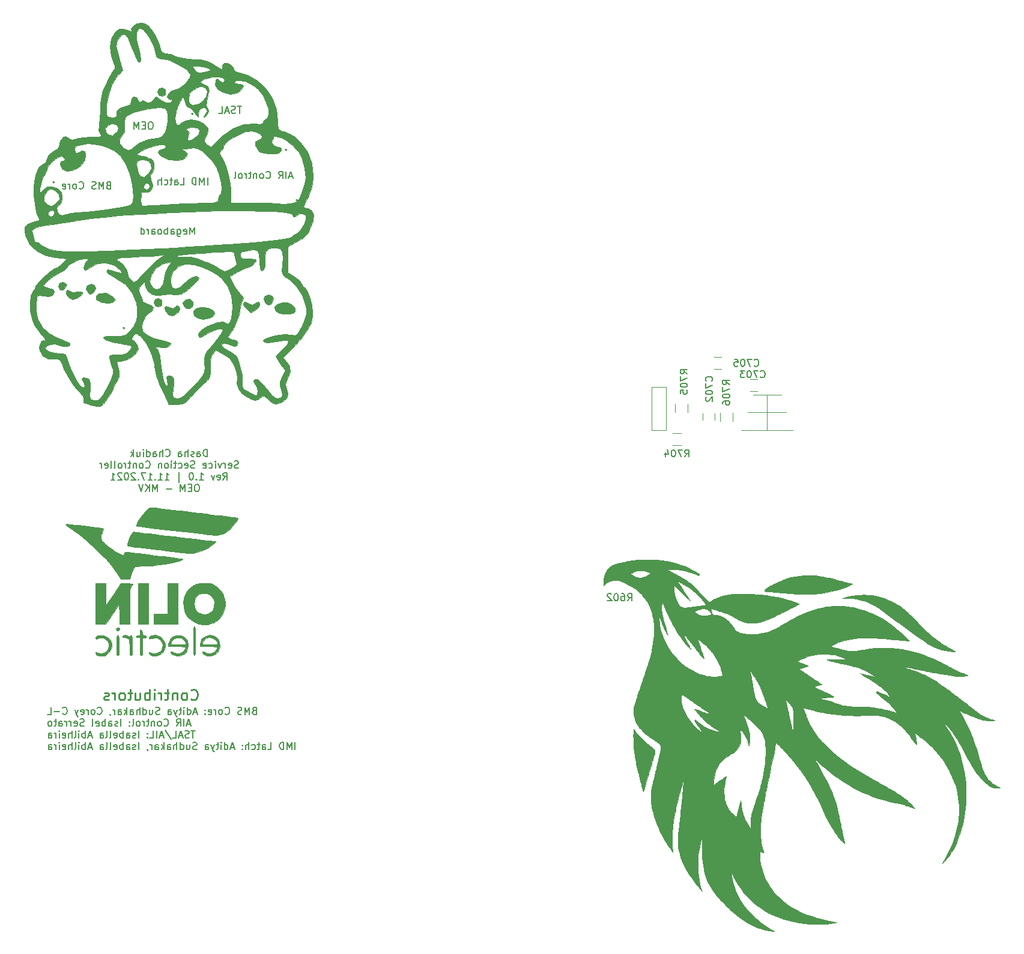
<source format=gbr>
%TF.GenerationSoftware,KiCad,Pcbnew,5.1.10-88a1d61d58~88~ubuntu20.04.1*%
%TF.CreationDate,2022-03-23T18:39:57-04:00*%
%TF.ProjectId,service_section_controller,73657276-6963-4655-9f73-656374696f6e,1.0*%
%TF.SameCoordinates,Original*%
%TF.FileFunction,Legend,Bot*%
%TF.FilePolarity,Positive*%
%FSLAX46Y46*%
G04 Gerber Fmt 4.6, Leading zero omitted, Abs format (unit mm)*
G04 Created by KiCad (PCBNEW 5.1.10-88a1d61d58~88~ubuntu20.04.1) date 2022-03-23 18:39:57*
%MOMM*%
%LPD*%
G01*
G04 APERTURE LIST*
%ADD10C,0.150000*%
%ADD11C,0.250000*%
%ADD12C,0.010000*%
%ADD13C,0.120000*%
G04 APERTURE END LIST*
D10*
X164390247Y-82103980D02*
X164199771Y-82103980D01*
X164104533Y-82151600D01*
X164009295Y-82246838D01*
X163961676Y-82437314D01*
X163961676Y-82770647D01*
X164009295Y-82961123D01*
X164104533Y-83056361D01*
X164199771Y-83103980D01*
X164390247Y-83103980D01*
X164485485Y-83056361D01*
X164580723Y-82961123D01*
X164628342Y-82770647D01*
X164628342Y-82437314D01*
X164580723Y-82246838D01*
X164485485Y-82151600D01*
X164390247Y-82103980D01*
X163533104Y-82580171D02*
X163199771Y-82580171D01*
X163056914Y-83103980D02*
X163533104Y-83103980D01*
X163533104Y-82103980D01*
X163056914Y-82103980D01*
X162628342Y-83103980D02*
X162628342Y-82103980D01*
X162295009Y-82818266D01*
X161961676Y-82103980D01*
X161961676Y-83103980D01*
X170511314Y-97937580D02*
X170511314Y-96937580D01*
X170177980Y-97651866D01*
X169844647Y-96937580D01*
X169844647Y-97937580D01*
X168987504Y-97889961D02*
X169082742Y-97937580D01*
X169273219Y-97937580D01*
X169368457Y-97889961D01*
X169416076Y-97794723D01*
X169416076Y-97413771D01*
X169368457Y-97318533D01*
X169273219Y-97270914D01*
X169082742Y-97270914D01*
X168987504Y-97318533D01*
X168939885Y-97413771D01*
X168939885Y-97509009D01*
X169416076Y-97604247D01*
X168082742Y-97270914D02*
X168082742Y-98080438D01*
X168130361Y-98175676D01*
X168177980Y-98223295D01*
X168273219Y-98270914D01*
X168416076Y-98270914D01*
X168511314Y-98223295D01*
X168082742Y-97889961D02*
X168177980Y-97937580D01*
X168368457Y-97937580D01*
X168463695Y-97889961D01*
X168511314Y-97842342D01*
X168558933Y-97747104D01*
X168558933Y-97461390D01*
X168511314Y-97366152D01*
X168463695Y-97318533D01*
X168368457Y-97270914D01*
X168177980Y-97270914D01*
X168082742Y-97318533D01*
X167177980Y-97937580D02*
X167177980Y-97413771D01*
X167225600Y-97318533D01*
X167320838Y-97270914D01*
X167511314Y-97270914D01*
X167606552Y-97318533D01*
X167177980Y-97889961D02*
X167273219Y-97937580D01*
X167511314Y-97937580D01*
X167606552Y-97889961D01*
X167654171Y-97794723D01*
X167654171Y-97699485D01*
X167606552Y-97604247D01*
X167511314Y-97556628D01*
X167273219Y-97556628D01*
X167177980Y-97509009D01*
X166701790Y-97937580D02*
X166701790Y-96937580D01*
X166701790Y-97318533D02*
X166606552Y-97270914D01*
X166416076Y-97270914D01*
X166320838Y-97318533D01*
X166273219Y-97366152D01*
X166225600Y-97461390D01*
X166225600Y-97747104D01*
X166273219Y-97842342D01*
X166320838Y-97889961D01*
X166416076Y-97937580D01*
X166606552Y-97937580D01*
X166701790Y-97889961D01*
X165654171Y-97937580D02*
X165749409Y-97889961D01*
X165797028Y-97842342D01*
X165844647Y-97747104D01*
X165844647Y-97461390D01*
X165797028Y-97366152D01*
X165749409Y-97318533D01*
X165654171Y-97270914D01*
X165511314Y-97270914D01*
X165416076Y-97318533D01*
X165368457Y-97366152D01*
X165320838Y-97461390D01*
X165320838Y-97747104D01*
X165368457Y-97842342D01*
X165416076Y-97889961D01*
X165511314Y-97937580D01*
X165654171Y-97937580D01*
X164463695Y-97937580D02*
X164463695Y-97413771D01*
X164511314Y-97318533D01*
X164606552Y-97270914D01*
X164797028Y-97270914D01*
X164892266Y-97318533D01*
X164463695Y-97889961D02*
X164558933Y-97937580D01*
X164797028Y-97937580D01*
X164892266Y-97889961D01*
X164939885Y-97794723D01*
X164939885Y-97699485D01*
X164892266Y-97604247D01*
X164797028Y-97556628D01*
X164558933Y-97556628D01*
X164463695Y-97509009D01*
X163987504Y-97937580D02*
X163987504Y-97270914D01*
X163987504Y-97461390D02*
X163939885Y-97366152D01*
X163892266Y-97318533D01*
X163797028Y-97270914D01*
X163701790Y-97270914D01*
X162939885Y-97937580D02*
X162939885Y-96937580D01*
X162939885Y-97889961D02*
X163035123Y-97937580D01*
X163225600Y-97937580D01*
X163320838Y-97889961D01*
X163368457Y-97842342D01*
X163416076Y-97747104D01*
X163416076Y-97461390D01*
X163368457Y-97366152D01*
X163320838Y-97318533D01*
X163225600Y-97270914D01*
X163035123Y-97270914D01*
X162939885Y-97318533D01*
X172335390Y-90927180D02*
X172335390Y-89927180D01*
X171859200Y-90927180D02*
X171859200Y-89927180D01*
X171525866Y-90641466D01*
X171192533Y-89927180D01*
X171192533Y-90927180D01*
X170716342Y-90927180D02*
X170716342Y-89927180D01*
X170478247Y-89927180D01*
X170335390Y-89974800D01*
X170240152Y-90070038D01*
X170192533Y-90165276D01*
X170144914Y-90355752D01*
X170144914Y-90498609D01*
X170192533Y-90689085D01*
X170240152Y-90784323D01*
X170335390Y-90879561D01*
X170478247Y-90927180D01*
X170716342Y-90927180D01*
X168478247Y-90927180D02*
X168954438Y-90927180D01*
X168954438Y-89927180D01*
X167716342Y-90927180D02*
X167716342Y-90403371D01*
X167763961Y-90308133D01*
X167859200Y-90260514D01*
X168049676Y-90260514D01*
X168144914Y-90308133D01*
X167716342Y-90879561D02*
X167811580Y-90927180D01*
X168049676Y-90927180D01*
X168144914Y-90879561D01*
X168192533Y-90784323D01*
X168192533Y-90689085D01*
X168144914Y-90593847D01*
X168049676Y-90546228D01*
X167811580Y-90546228D01*
X167716342Y-90498609D01*
X167383009Y-90260514D02*
X167002057Y-90260514D01*
X167240152Y-89927180D02*
X167240152Y-90784323D01*
X167192533Y-90879561D01*
X167097295Y-90927180D01*
X167002057Y-90927180D01*
X166240152Y-90879561D02*
X166335390Y-90927180D01*
X166525866Y-90927180D01*
X166621104Y-90879561D01*
X166668723Y-90831942D01*
X166716342Y-90736704D01*
X166716342Y-90450990D01*
X166668723Y-90355752D01*
X166621104Y-90308133D01*
X166525866Y-90260514D01*
X166335390Y-90260514D01*
X166240152Y-90308133D01*
X165811580Y-90927180D02*
X165811580Y-89927180D01*
X165383009Y-90927180D02*
X165383009Y-90403371D01*
X165430628Y-90308133D01*
X165525866Y-90260514D01*
X165668723Y-90260514D01*
X165763961Y-90308133D01*
X165811580Y-90355752D01*
X177109238Y-79868780D02*
X176537809Y-79868780D01*
X176823523Y-80868780D02*
X176823523Y-79868780D01*
X176252095Y-80821161D02*
X176109238Y-80868780D01*
X175871142Y-80868780D01*
X175775904Y-80821161D01*
X175728285Y-80773542D01*
X175680666Y-80678304D01*
X175680666Y-80583066D01*
X175728285Y-80487828D01*
X175775904Y-80440209D01*
X175871142Y-80392590D01*
X176061619Y-80344971D01*
X176156857Y-80297352D01*
X176204476Y-80249733D01*
X176252095Y-80154495D01*
X176252095Y-80059257D01*
X176204476Y-79964019D01*
X176156857Y-79916400D01*
X176061619Y-79868780D01*
X175823523Y-79868780D01*
X175680666Y-79916400D01*
X175299714Y-80583066D02*
X174823523Y-80583066D01*
X175394952Y-80868780D02*
X175061619Y-79868780D01*
X174728285Y-80868780D01*
X173918761Y-80868780D02*
X174394952Y-80868780D01*
X174394952Y-79868780D01*
X184309828Y-89777866D02*
X183833638Y-89777866D01*
X184405066Y-90063580D02*
X184071733Y-89063580D01*
X183738400Y-90063580D01*
X183405066Y-90063580D02*
X183405066Y-89063580D01*
X182357447Y-90063580D02*
X182690780Y-89587390D01*
X182928876Y-90063580D02*
X182928876Y-89063580D01*
X182547923Y-89063580D01*
X182452685Y-89111200D01*
X182405066Y-89158819D01*
X182357447Y-89254057D01*
X182357447Y-89396914D01*
X182405066Y-89492152D01*
X182452685Y-89539771D01*
X182547923Y-89587390D01*
X182928876Y-89587390D01*
X180595542Y-89968342D02*
X180643161Y-90015961D01*
X180786019Y-90063580D01*
X180881257Y-90063580D01*
X181024114Y-90015961D01*
X181119352Y-89920723D01*
X181166971Y-89825485D01*
X181214590Y-89635009D01*
X181214590Y-89492152D01*
X181166971Y-89301676D01*
X181119352Y-89206438D01*
X181024114Y-89111200D01*
X180881257Y-89063580D01*
X180786019Y-89063580D01*
X180643161Y-89111200D01*
X180595542Y-89158819D01*
X180024114Y-90063580D02*
X180119352Y-90015961D01*
X180166971Y-89968342D01*
X180214590Y-89873104D01*
X180214590Y-89587390D01*
X180166971Y-89492152D01*
X180119352Y-89444533D01*
X180024114Y-89396914D01*
X179881257Y-89396914D01*
X179786019Y-89444533D01*
X179738400Y-89492152D01*
X179690780Y-89587390D01*
X179690780Y-89873104D01*
X179738400Y-89968342D01*
X179786019Y-90015961D01*
X179881257Y-90063580D01*
X180024114Y-90063580D01*
X179262209Y-89396914D02*
X179262209Y-90063580D01*
X179262209Y-89492152D02*
X179214590Y-89444533D01*
X179119352Y-89396914D01*
X178976495Y-89396914D01*
X178881257Y-89444533D01*
X178833638Y-89539771D01*
X178833638Y-90063580D01*
X178500304Y-89396914D02*
X178119352Y-89396914D01*
X178357447Y-89063580D02*
X178357447Y-89920723D01*
X178309828Y-90015961D01*
X178214590Y-90063580D01*
X178119352Y-90063580D01*
X177786019Y-90063580D02*
X177786019Y-89396914D01*
X177786019Y-89587390D02*
X177738400Y-89492152D01*
X177690780Y-89444533D01*
X177595542Y-89396914D01*
X177500304Y-89396914D01*
X177024114Y-90063580D02*
X177119352Y-90015961D01*
X177166971Y-89968342D01*
X177214590Y-89873104D01*
X177214590Y-89587390D01*
X177166971Y-89492152D01*
X177119352Y-89444533D01*
X177024114Y-89396914D01*
X176881257Y-89396914D01*
X176786019Y-89444533D01*
X176738400Y-89492152D01*
X176690780Y-89587390D01*
X176690780Y-89873104D01*
X176738400Y-89968342D01*
X176786019Y-90015961D01*
X176881257Y-90063580D01*
X177024114Y-90063580D01*
X176119352Y-90063580D02*
X176214590Y-90015961D01*
X176262209Y-89920723D01*
X176262209Y-89063580D01*
X158343219Y-91012971D02*
X158200361Y-91060590D01*
X158152742Y-91108209D01*
X158105123Y-91203447D01*
X158105123Y-91346304D01*
X158152742Y-91441542D01*
X158200361Y-91489161D01*
X158295600Y-91536780D01*
X158676552Y-91536780D01*
X158676552Y-90536780D01*
X158343219Y-90536780D01*
X158247980Y-90584400D01*
X158200361Y-90632019D01*
X158152742Y-90727257D01*
X158152742Y-90822495D01*
X158200361Y-90917733D01*
X158247980Y-90965352D01*
X158343219Y-91012971D01*
X158676552Y-91012971D01*
X157676552Y-91536780D02*
X157676552Y-90536780D01*
X157343219Y-91251066D01*
X157009885Y-90536780D01*
X157009885Y-91536780D01*
X156581314Y-91489161D02*
X156438457Y-91536780D01*
X156200361Y-91536780D01*
X156105123Y-91489161D01*
X156057504Y-91441542D01*
X156009885Y-91346304D01*
X156009885Y-91251066D01*
X156057504Y-91155828D01*
X156105123Y-91108209D01*
X156200361Y-91060590D01*
X156390838Y-91012971D01*
X156486076Y-90965352D01*
X156533695Y-90917733D01*
X156581314Y-90822495D01*
X156581314Y-90727257D01*
X156533695Y-90632019D01*
X156486076Y-90584400D01*
X156390838Y-90536780D01*
X156152742Y-90536780D01*
X156009885Y-90584400D01*
X154247980Y-91441542D02*
X154295600Y-91489161D01*
X154438457Y-91536780D01*
X154533695Y-91536780D01*
X154676552Y-91489161D01*
X154771790Y-91393923D01*
X154819409Y-91298685D01*
X154867028Y-91108209D01*
X154867028Y-90965352D01*
X154819409Y-90774876D01*
X154771790Y-90679638D01*
X154676552Y-90584400D01*
X154533695Y-90536780D01*
X154438457Y-90536780D01*
X154295600Y-90584400D01*
X154247980Y-90632019D01*
X153676552Y-91536780D02*
X153771790Y-91489161D01*
X153819409Y-91441542D01*
X153867028Y-91346304D01*
X153867028Y-91060590D01*
X153819409Y-90965352D01*
X153771790Y-90917733D01*
X153676552Y-90870114D01*
X153533695Y-90870114D01*
X153438457Y-90917733D01*
X153390838Y-90965352D01*
X153343219Y-91060590D01*
X153343219Y-91346304D01*
X153390838Y-91441542D01*
X153438457Y-91489161D01*
X153533695Y-91536780D01*
X153676552Y-91536780D01*
X152914647Y-91536780D02*
X152914647Y-90870114D01*
X152914647Y-91060590D02*
X152867028Y-90965352D01*
X152819409Y-90917733D01*
X152724171Y-90870114D01*
X152628933Y-90870114D01*
X151914647Y-91489161D02*
X152009885Y-91536780D01*
X152200361Y-91536780D01*
X152295600Y-91489161D01*
X152343219Y-91393923D01*
X152343219Y-91012971D01*
X152295600Y-90917733D01*
X152200361Y-90870114D01*
X152009885Y-90870114D01*
X151914647Y-90917733D01*
X151867028Y-91012971D01*
X151867028Y-91108209D01*
X152343219Y-91203447D01*
D11*
X170016571Y-163502114D02*
X170088000Y-163573542D01*
X170302285Y-163644971D01*
X170445142Y-163644971D01*
X170659428Y-163573542D01*
X170802285Y-163430685D01*
X170873714Y-163287828D01*
X170945142Y-163002114D01*
X170945142Y-162787828D01*
X170873714Y-162502114D01*
X170802285Y-162359257D01*
X170659428Y-162216400D01*
X170445142Y-162144971D01*
X170302285Y-162144971D01*
X170088000Y-162216400D01*
X170016571Y-162287828D01*
X169159428Y-163644971D02*
X169302285Y-163573542D01*
X169373714Y-163502114D01*
X169445142Y-163359257D01*
X169445142Y-162930685D01*
X169373714Y-162787828D01*
X169302285Y-162716400D01*
X169159428Y-162644971D01*
X168945142Y-162644971D01*
X168802285Y-162716400D01*
X168730857Y-162787828D01*
X168659428Y-162930685D01*
X168659428Y-163359257D01*
X168730857Y-163502114D01*
X168802285Y-163573542D01*
X168945142Y-163644971D01*
X169159428Y-163644971D01*
X168016571Y-162644971D02*
X168016571Y-163644971D01*
X168016571Y-162787828D02*
X167945142Y-162716400D01*
X167802285Y-162644971D01*
X167588000Y-162644971D01*
X167445142Y-162716400D01*
X167373714Y-162859257D01*
X167373714Y-163644971D01*
X166873714Y-162644971D02*
X166302285Y-162644971D01*
X166659428Y-162144971D02*
X166659428Y-163430685D01*
X166588000Y-163573542D01*
X166445142Y-163644971D01*
X166302285Y-163644971D01*
X165802285Y-163644971D02*
X165802285Y-162644971D01*
X165802285Y-162930685D02*
X165730857Y-162787828D01*
X165659428Y-162716400D01*
X165516571Y-162644971D01*
X165373714Y-162644971D01*
X164873714Y-163644971D02*
X164873714Y-162644971D01*
X164873714Y-162144971D02*
X164945142Y-162216400D01*
X164873714Y-162287828D01*
X164802285Y-162216400D01*
X164873714Y-162144971D01*
X164873714Y-162287828D01*
X164159428Y-163644971D02*
X164159428Y-162144971D01*
X164159428Y-162716400D02*
X164016571Y-162644971D01*
X163730857Y-162644971D01*
X163588000Y-162716400D01*
X163516571Y-162787828D01*
X163445142Y-162930685D01*
X163445142Y-163359257D01*
X163516571Y-163502114D01*
X163588000Y-163573542D01*
X163730857Y-163644971D01*
X164016571Y-163644971D01*
X164159428Y-163573542D01*
X162159428Y-162644971D02*
X162159428Y-163644971D01*
X162802285Y-162644971D02*
X162802285Y-163430685D01*
X162730857Y-163573542D01*
X162588000Y-163644971D01*
X162373714Y-163644971D01*
X162230857Y-163573542D01*
X162159428Y-163502114D01*
X161659428Y-162644971D02*
X161088000Y-162644971D01*
X161445142Y-162144971D02*
X161445142Y-163430685D01*
X161373714Y-163573542D01*
X161230857Y-163644971D01*
X161088000Y-163644971D01*
X160373714Y-163644971D02*
X160516571Y-163573542D01*
X160588000Y-163502114D01*
X160659428Y-163359257D01*
X160659428Y-162930685D01*
X160588000Y-162787828D01*
X160516571Y-162716400D01*
X160373714Y-162644971D01*
X160159428Y-162644971D01*
X160016571Y-162716400D01*
X159945142Y-162787828D01*
X159873714Y-162930685D01*
X159873714Y-163359257D01*
X159945142Y-163502114D01*
X160016571Y-163573542D01*
X160159428Y-163644971D01*
X160373714Y-163644971D01*
X159230857Y-163644971D02*
X159230857Y-162644971D01*
X159230857Y-162930685D02*
X159159428Y-162787828D01*
X159088000Y-162716400D01*
X158945142Y-162644971D01*
X158802285Y-162644971D01*
X158373714Y-163573542D02*
X158230857Y-163644971D01*
X157945142Y-163644971D01*
X157802285Y-163573542D01*
X157730857Y-163430685D01*
X157730857Y-163359257D01*
X157802285Y-163216400D01*
X157945142Y-163144971D01*
X158159428Y-163144971D01*
X158302285Y-163073542D01*
X158373714Y-162930685D01*
X158373714Y-162859257D01*
X158302285Y-162716400D01*
X158159428Y-162644971D01*
X157945142Y-162644971D01*
X157802285Y-162716400D01*
D10*
X172285942Y-129295380D02*
X172285942Y-128295380D01*
X172047847Y-128295380D01*
X171904990Y-128343000D01*
X171809752Y-128438238D01*
X171762133Y-128533476D01*
X171714514Y-128723952D01*
X171714514Y-128866809D01*
X171762133Y-129057285D01*
X171809752Y-129152523D01*
X171904990Y-129247761D01*
X172047847Y-129295380D01*
X172285942Y-129295380D01*
X170857371Y-129295380D02*
X170857371Y-128771571D01*
X170904990Y-128676333D01*
X171000228Y-128628714D01*
X171190704Y-128628714D01*
X171285942Y-128676333D01*
X170857371Y-129247761D02*
X170952609Y-129295380D01*
X171190704Y-129295380D01*
X171285942Y-129247761D01*
X171333561Y-129152523D01*
X171333561Y-129057285D01*
X171285942Y-128962047D01*
X171190704Y-128914428D01*
X170952609Y-128914428D01*
X170857371Y-128866809D01*
X170428800Y-129247761D02*
X170333561Y-129295380D01*
X170143085Y-129295380D01*
X170047847Y-129247761D01*
X170000228Y-129152523D01*
X170000228Y-129104904D01*
X170047847Y-129009666D01*
X170143085Y-128962047D01*
X170285942Y-128962047D01*
X170381180Y-128914428D01*
X170428800Y-128819190D01*
X170428800Y-128771571D01*
X170381180Y-128676333D01*
X170285942Y-128628714D01*
X170143085Y-128628714D01*
X170047847Y-128676333D01*
X169571657Y-129295380D02*
X169571657Y-128295380D01*
X169143085Y-129295380D02*
X169143085Y-128771571D01*
X169190704Y-128676333D01*
X169285942Y-128628714D01*
X169428800Y-128628714D01*
X169524038Y-128676333D01*
X169571657Y-128723952D01*
X168238323Y-129295380D02*
X168238323Y-128771571D01*
X168285942Y-128676333D01*
X168381180Y-128628714D01*
X168571657Y-128628714D01*
X168666895Y-128676333D01*
X168238323Y-129247761D02*
X168333561Y-129295380D01*
X168571657Y-129295380D01*
X168666895Y-129247761D01*
X168714514Y-129152523D01*
X168714514Y-129057285D01*
X168666895Y-128962047D01*
X168571657Y-128914428D01*
X168333561Y-128914428D01*
X168238323Y-128866809D01*
X166428800Y-129200142D02*
X166476419Y-129247761D01*
X166619276Y-129295380D01*
X166714514Y-129295380D01*
X166857371Y-129247761D01*
X166952609Y-129152523D01*
X167000228Y-129057285D01*
X167047847Y-128866809D01*
X167047847Y-128723952D01*
X167000228Y-128533476D01*
X166952609Y-128438238D01*
X166857371Y-128343000D01*
X166714514Y-128295380D01*
X166619276Y-128295380D01*
X166476419Y-128343000D01*
X166428800Y-128390619D01*
X166000228Y-129295380D02*
X166000228Y-128295380D01*
X165571657Y-129295380D02*
X165571657Y-128771571D01*
X165619276Y-128676333D01*
X165714514Y-128628714D01*
X165857371Y-128628714D01*
X165952609Y-128676333D01*
X166000228Y-128723952D01*
X164666895Y-129295380D02*
X164666895Y-128771571D01*
X164714514Y-128676333D01*
X164809752Y-128628714D01*
X165000228Y-128628714D01*
X165095466Y-128676333D01*
X164666895Y-129247761D02*
X164762133Y-129295380D01*
X165000228Y-129295380D01*
X165095466Y-129247761D01*
X165143085Y-129152523D01*
X165143085Y-129057285D01*
X165095466Y-128962047D01*
X165000228Y-128914428D01*
X164762133Y-128914428D01*
X164666895Y-128866809D01*
X163762133Y-129295380D02*
X163762133Y-128295380D01*
X163762133Y-129247761D02*
X163857371Y-129295380D01*
X164047847Y-129295380D01*
X164143085Y-129247761D01*
X164190704Y-129200142D01*
X164238323Y-129104904D01*
X164238323Y-128819190D01*
X164190704Y-128723952D01*
X164143085Y-128676333D01*
X164047847Y-128628714D01*
X163857371Y-128628714D01*
X163762133Y-128676333D01*
X163285942Y-129295380D02*
X163285942Y-128628714D01*
X163285942Y-128295380D02*
X163333561Y-128343000D01*
X163285942Y-128390619D01*
X163238323Y-128343000D01*
X163285942Y-128295380D01*
X163285942Y-128390619D01*
X162381180Y-128628714D02*
X162381180Y-129295380D01*
X162809752Y-128628714D02*
X162809752Y-129152523D01*
X162762133Y-129247761D01*
X162666895Y-129295380D01*
X162524038Y-129295380D01*
X162428800Y-129247761D01*
X162381180Y-129200142D01*
X161904990Y-129295380D02*
X161904990Y-128295380D01*
X161809752Y-128914428D02*
X161524038Y-129295380D01*
X161524038Y-128628714D02*
X161904990Y-129009666D01*
X176666895Y-130897761D02*
X176524038Y-130945380D01*
X176285942Y-130945380D01*
X176190704Y-130897761D01*
X176143085Y-130850142D01*
X176095466Y-130754904D01*
X176095466Y-130659666D01*
X176143085Y-130564428D01*
X176190704Y-130516809D01*
X176285942Y-130469190D01*
X176476419Y-130421571D01*
X176571657Y-130373952D01*
X176619276Y-130326333D01*
X176666895Y-130231095D01*
X176666895Y-130135857D01*
X176619276Y-130040619D01*
X176571657Y-129993000D01*
X176476419Y-129945380D01*
X176238323Y-129945380D01*
X176095466Y-129993000D01*
X175285942Y-130897761D02*
X175381180Y-130945380D01*
X175571657Y-130945380D01*
X175666895Y-130897761D01*
X175714514Y-130802523D01*
X175714514Y-130421571D01*
X175666895Y-130326333D01*
X175571657Y-130278714D01*
X175381180Y-130278714D01*
X175285942Y-130326333D01*
X175238323Y-130421571D01*
X175238323Y-130516809D01*
X175714514Y-130612047D01*
X174809752Y-130945380D02*
X174809752Y-130278714D01*
X174809752Y-130469190D02*
X174762133Y-130373952D01*
X174714514Y-130326333D01*
X174619276Y-130278714D01*
X174524038Y-130278714D01*
X174285942Y-130278714D02*
X174047847Y-130945380D01*
X173809752Y-130278714D01*
X173428800Y-130945380D02*
X173428800Y-130278714D01*
X173428800Y-129945380D02*
X173476419Y-129993000D01*
X173428800Y-130040619D01*
X173381180Y-129993000D01*
X173428800Y-129945380D01*
X173428800Y-130040619D01*
X172524038Y-130897761D02*
X172619276Y-130945380D01*
X172809752Y-130945380D01*
X172904990Y-130897761D01*
X172952609Y-130850142D01*
X173000228Y-130754904D01*
X173000228Y-130469190D01*
X172952609Y-130373952D01*
X172904990Y-130326333D01*
X172809752Y-130278714D01*
X172619276Y-130278714D01*
X172524038Y-130326333D01*
X171714514Y-130897761D02*
X171809752Y-130945380D01*
X172000228Y-130945380D01*
X172095466Y-130897761D01*
X172143085Y-130802523D01*
X172143085Y-130421571D01*
X172095466Y-130326333D01*
X172000228Y-130278714D01*
X171809752Y-130278714D01*
X171714514Y-130326333D01*
X171666895Y-130421571D01*
X171666895Y-130516809D01*
X172143085Y-130612047D01*
X170524038Y-130897761D02*
X170381180Y-130945380D01*
X170143085Y-130945380D01*
X170047847Y-130897761D01*
X170000228Y-130850142D01*
X169952609Y-130754904D01*
X169952609Y-130659666D01*
X170000228Y-130564428D01*
X170047847Y-130516809D01*
X170143085Y-130469190D01*
X170333561Y-130421571D01*
X170428800Y-130373952D01*
X170476419Y-130326333D01*
X170524038Y-130231095D01*
X170524038Y-130135857D01*
X170476419Y-130040619D01*
X170428800Y-129993000D01*
X170333561Y-129945380D01*
X170095466Y-129945380D01*
X169952609Y-129993000D01*
X169143085Y-130897761D02*
X169238323Y-130945380D01*
X169428800Y-130945380D01*
X169524038Y-130897761D01*
X169571657Y-130802523D01*
X169571657Y-130421571D01*
X169524038Y-130326333D01*
X169428800Y-130278714D01*
X169238323Y-130278714D01*
X169143085Y-130326333D01*
X169095466Y-130421571D01*
X169095466Y-130516809D01*
X169571657Y-130612047D01*
X168238323Y-130897761D02*
X168333561Y-130945380D01*
X168524038Y-130945380D01*
X168619276Y-130897761D01*
X168666895Y-130850142D01*
X168714514Y-130754904D01*
X168714514Y-130469190D01*
X168666895Y-130373952D01*
X168619276Y-130326333D01*
X168524038Y-130278714D01*
X168333561Y-130278714D01*
X168238323Y-130326333D01*
X167952609Y-130278714D02*
X167571657Y-130278714D01*
X167809752Y-129945380D02*
X167809752Y-130802523D01*
X167762133Y-130897761D01*
X167666895Y-130945380D01*
X167571657Y-130945380D01*
X167238323Y-130945380D02*
X167238323Y-130278714D01*
X167238323Y-129945380D02*
X167285942Y-129993000D01*
X167238323Y-130040619D01*
X167190704Y-129993000D01*
X167238323Y-129945380D01*
X167238323Y-130040619D01*
X166619276Y-130945380D02*
X166714514Y-130897761D01*
X166762133Y-130850142D01*
X166809752Y-130754904D01*
X166809752Y-130469190D01*
X166762133Y-130373952D01*
X166714514Y-130326333D01*
X166619276Y-130278714D01*
X166476419Y-130278714D01*
X166381180Y-130326333D01*
X166333561Y-130373952D01*
X166285942Y-130469190D01*
X166285942Y-130754904D01*
X166333561Y-130850142D01*
X166381180Y-130897761D01*
X166476419Y-130945380D01*
X166619276Y-130945380D01*
X165857371Y-130278714D02*
X165857371Y-130945380D01*
X165857371Y-130373952D02*
X165809752Y-130326333D01*
X165714514Y-130278714D01*
X165571657Y-130278714D01*
X165476419Y-130326333D01*
X165428800Y-130421571D01*
X165428800Y-130945380D01*
X163619276Y-130850142D02*
X163666895Y-130897761D01*
X163809752Y-130945380D01*
X163904990Y-130945380D01*
X164047847Y-130897761D01*
X164143085Y-130802523D01*
X164190704Y-130707285D01*
X164238323Y-130516809D01*
X164238323Y-130373952D01*
X164190704Y-130183476D01*
X164143085Y-130088238D01*
X164047847Y-129993000D01*
X163904990Y-129945380D01*
X163809752Y-129945380D01*
X163666895Y-129993000D01*
X163619276Y-130040619D01*
X163047847Y-130945380D02*
X163143085Y-130897761D01*
X163190704Y-130850142D01*
X163238323Y-130754904D01*
X163238323Y-130469190D01*
X163190704Y-130373952D01*
X163143085Y-130326333D01*
X163047847Y-130278714D01*
X162904990Y-130278714D01*
X162809752Y-130326333D01*
X162762133Y-130373952D01*
X162714514Y-130469190D01*
X162714514Y-130754904D01*
X162762133Y-130850142D01*
X162809752Y-130897761D01*
X162904990Y-130945380D01*
X163047847Y-130945380D01*
X162285942Y-130278714D02*
X162285942Y-130945380D01*
X162285942Y-130373952D02*
X162238323Y-130326333D01*
X162143085Y-130278714D01*
X162000228Y-130278714D01*
X161904990Y-130326333D01*
X161857371Y-130421571D01*
X161857371Y-130945380D01*
X161524038Y-130278714D02*
X161143085Y-130278714D01*
X161381180Y-129945380D02*
X161381180Y-130802523D01*
X161333561Y-130897761D01*
X161238323Y-130945380D01*
X161143085Y-130945380D01*
X160809752Y-130945380D02*
X160809752Y-130278714D01*
X160809752Y-130469190D02*
X160762133Y-130373952D01*
X160714514Y-130326333D01*
X160619276Y-130278714D01*
X160524038Y-130278714D01*
X160047847Y-130945380D02*
X160143085Y-130897761D01*
X160190704Y-130850142D01*
X160238323Y-130754904D01*
X160238323Y-130469190D01*
X160190704Y-130373952D01*
X160143085Y-130326333D01*
X160047847Y-130278714D01*
X159904990Y-130278714D01*
X159809752Y-130326333D01*
X159762133Y-130373952D01*
X159714514Y-130469190D01*
X159714514Y-130754904D01*
X159762133Y-130850142D01*
X159809752Y-130897761D01*
X159904990Y-130945380D01*
X160047847Y-130945380D01*
X159143085Y-130945380D02*
X159238323Y-130897761D01*
X159285942Y-130802523D01*
X159285942Y-129945380D01*
X158619276Y-130945380D02*
X158714514Y-130897761D01*
X158762133Y-130802523D01*
X158762133Y-129945380D01*
X157857371Y-130897761D02*
X157952609Y-130945380D01*
X158143085Y-130945380D01*
X158238323Y-130897761D01*
X158285942Y-130802523D01*
X158285942Y-130421571D01*
X158238323Y-130326333D01*
X158143085Y-130278714D01*
X157952609Y-130278714D01*
X157857371Y-130326333D01*
X157809752Y-130421571D01*
X157809752Y-130516809D01*
X158285942Y-130612047D01*
X157381180Y-130945380D02*
X157381180Y-130278714D01*
X157381180Y-130469190D02*
X157333561Y-130373952D01*
X157285942Y-130326333D01*
X157190704Y-130278714D01*
X157095466Y-130278714D01*
X174524038Y-132595380D02*
X174857371Y-132119190D01*
X175095466Y-132595380D02*
X175095466Y-131595380D01*
X174714514Y-131595380D01*
X174619276Y-131643000D01*
X174571657Y-131690619D01*
X174524038Y-131785857D01*
X174524038Y-131928714D01*
X174571657Y-132023952D01*
X174619276Y-132071571D01*
X174714514Y-132119190D01*
X175095466Y-132119190D01*
X173714514Y-132547761D02*
X173809752Y-132595380D01*
X174000228Y-132595380D01*
X174095466Y-132547761D01*
X174143085Y-132452523D01*
X174143085Y-132071571D01*
X174095466Y-131976333D01*
X174000228Y-131928714D01*
X173809752Y-131928714D01*
X173714514Y-131976333D01*
X173666895Y-132071571D01*
X173666895Y-132166809D01*
X174143085Y-132262047D01*
X173333561Y-131928714D02*
X173095466Y-132595380D01*
X172857371Y-131928714D01*
X171190704Y-132595380D02*
X171762133Y-132595380D01*
X171476419Y-132595380D02*
X171476419Y-131595380D01*
X171571657Y-131738238D01*
X171666895Y-131833476D01*
X171762133Y-131881095D01*
X170762133Y-132500142D02*
X170714514Y-132547761D01*
X170762133Y-132595380D01*
X170809752Y-132547761D01*
X170762133Y-132500142D01*
X170762133Y-132595380D01*
X170095466Y-131595380D02*
X170000228Y-131595380D01*
X169904990Y-131643000D01*
X169857371Y-131690619D01*
X169809752Y-131785857D01*
X169762133Y-131976333D01*
X169762133Y-132214428D01*
X169809752Y-132404904D01*
X169857371Y-132500142D01*
X169904990Y-132547761D01*
X170000228Y-132595380D01*
X170095466Y-132595380D01*
X170190704Y-132547761D01*
X170238323Y-132500142D01*
X170285942Y-132404904D01*
X170333561Y-132214428D01*
X170333561Y-131976333D01*
X170285942Y-131785857D01*
X170238323Y-131690619D01*
X170190704Y-131643000D01*
X170095466Y-131595380D01*
X168333561Y-132928714D02*
X168333561Y-131500142D01*
X166333561Y-132595380D02*
X166904990Y-132595380D01*
X166619276Y-132595380D02*
X166619276Y-131595380D01*
X166714514Y-131738238D01*
X166809752Y-131833476D01*
X166904990Y-131881095D01*
X165381180Y-132595380D02*
X165952609Y-132595380D01*
X165666895Y-132595380D02*
X165666895Y-131595380D01*
X165762133Y-131738238D01*
X165857371Y-131833476D01*
X165952609Y-131881095D01*
X164952609Y-132500142D02*
X164904990Y-132547761D01*
X164952609Y-132595380D01*
X165000228Y-132547761D01*
X164952609Y-132500142D01*
X164952609Y-132595380D01*
X163952609Y-132595380D02*
X164524038Y-132595380D01*
X164238323Y-132595380D02*
X164238323Y-131595380D01*
X164333561Y-131738238D01*
X164428800Y-131833476D01*
X164524038Y-131881095D01*
X163619276Y-131595380D02*
X162952609Y-131595380D01*
X163381180Y-132595380D01*
X162571657Y-132500142D02*
X162524038Y-132547761D01*
X162571657Y-132595380D01*
X162619276Y-132547761D01*
X162571657Y-132500142D01*
X162571657Y-132595380D01*
X162143085Y-131690619D02*
X162095466Y-131643000D01*
X162000228Y-131595380D01*
X161762133Y-131595380D01*
X161666895Y-131643000D01*
X161619276Y-131690619D01*
X161571657Y-131785857D01*
X161571657Y-131881095D01*
X161619276Y-132023952D01*
X162190704Y-132595380D01*
X161571657Y-132595380D01*
X160952609Y-131595380D02*
X160857371Y-131595380D01*
X160762133Y-131643000D01*
X160714514Y-131690619D01*
X160666895Y-131785857D01*
X160619276Y-131976333D01*
X160619276Y-132214428D01*
X160666895Y-132404904D01*
X160714514Y-132500142D01*
X160762133Y-132547761D01*
X160857371Y-132595380D01*
X160952609Y-132595380D01*
X161047847Y-132547761D01*
X161095466Y-132500142D01*
X161143085Y-132404904D01*
X161190704Y-132214428D01*
X161190704Y-131976333D01*
X161143085Y-131785857D01*
X161095466Y-131690619D01*
X161047847Y-131643000D01*
X160952609Y-131595380D01*
X160238323Y-131690619D02*
X160190704Y-131643000D01*
X160095466Y-131595380D01*
X159857371Y-131595380D01*
X159762133Y-131643000D01*
X159714514Y-131690619D01*
X159666895Y-131785857D01*
X159666895Y-131881095D01*
X159714514Y-132023952D01*
X160285942Y-132595380D01*
X159666895Y-132595380D01*
X158714514Y-132595380D02*
X159285942Y-132595380D01*
X159000228Y-132595380D02*
X159000228Y-131595380D01*
X159095466Y-131738238D01*
X159190704Y-131833476D01*
X159285942Y-131881095D01*
X170928800Y-133245380D02*
X170738323Y-133245380D01*
X170643085Y-133293000D01*
X170547847Y-133388238D01*
X170500228Y-133578714D01*
X170500228Y-133912047D01*
X170547847Y-134102523D01*
X170643085Y-134197761D01*
X170738323Y-134245380D01*
X170928800Y-134245380D01*
X171024038Y-134197761D01*
X171119276Y-134102523D01*
X171166895Y-133912047D01*
X171166895Y-133578714D01*
X171119276Y-133388238D01*
X171024038Y-133293000D01*
X170928800Y-133245380D01*
X170071657Y-133721571D02*
X169738323Y-133721571D01*
X169595466Y-134245380D02*
X170071657Y-134245380D01*
X170071657Y-133245380D01*
X169595466Y-133245380D01*
X169166895Y-134245380D02*
X169166895Y-133245380D01*
X168833561Y-133959666D01*
X168500228Y-133245380D01*
X168500228Y-134245380D01*
X167262133Y-133864428D02*
X166500228Y-133864428D01*
X165262133Y-134245380D02*
X165262133Y-133245380D01*
X164928800Y-133959666D01*
X164595466Y-133245380D01*
X164595466Y-134245380D01*
X164119276Y-134245380D02*
X164119276Y-133245380D01*
X163547847Y-134245380D02*
X163976419Y-133673952D01*
X163547847Y-133245380D02*
X164119276Y-133816809D01*
X163262133Y-133245380D02*
X162928800Y-134245380D01*
X162595466Y-133245380D01*
X178910300Y-165169771D02*
X178767443Y-165217390D01*
X178719824Y-165265009D01*
X178672205Y-165360247D01*
X178672205Y-165503104D01*
X178719824Y-165598342D01*
X178767443Y-165645961D01*
X178862681Y-165693580D01*
X179243633Y-165693580D01*
X179243633Y-164693580D01*
X178910300Y-164693580D01*
X178815062Y-164741200D01*
X178767443Y-164788819D01*
X178719824Y-164884057D01*
X178719824Y-164979295D01*
X178767443Y-165074533D01*
X178815062Y-165122152D01*
X178910300Y-165169771D01*
X179243633Y-165169771D01*
X178243633Y-165693580D02*
X178243633Y-164693580D01*
X177910300Y-165407866D01*
X177576966Y-164693580D01*
X177576966Y-165693580D01*
X177148395Y-165645961D02*
X177005538Y-165693580D01*
X176767443Y-165693580D01*
X176672205Y-165645961D01*
X176624585Y-165598342D01*
X176576966Y-165503104D01*
X176576966Y-165407866D01*
X176624585Y-165312628D01*
X176672205Y-165265009D01*
X176767443Y-165217390D01*
X176957919Y-165169771D01*
X177053157Y-165122152D01*
X177100776Y-165074533D01*
X177148395Y-164979295D01*
X177148395Y-164884057D01*
X177100776Y-164788819D01*
X177053157Y-164741200D01*
X176957919Y-164693580D01*
X176719824Y-164693580D01*
X176576966Y-164741200D01*
X174815062Y-165598342D02*
X174862681Y-165645961D01*
X175005538Y-165693580D01*
X175100776Y-165693580D01*
X175243633Y-165645961D01*
X175338871Y-165550723D01*
X175386490Y-165455485D01*
X175434109Y-165265009D01*
X175434109Y-165122152D01*
X175386490Y-164931676D01*
X175338871Y-164836438D01*
X175243633Y-164741200D01*
X175100776Y-164693580D01*
X175005538Y-164693580D01*
X174862681Y-164741200D01*
X174815062Y-164788819D01*
X174243633Y-165693580D02*
X174338871Y-165645961D01*
X174386490Y-165598342D01*
X174434109Y-165503104D01*
X174434109Y-165217390D01*
X174386490Y-165122152D01*
X174338871Y-165074533D01*
X174243633Y-165026914D01*
X174100776Y-165026914D01*
X174005538Y-165074533D01*
X173957919Y-165122152D01*
X173910300Y-165217390D01*
X173910300Y-165503104D01*
X173957919Y-165598342D01*
X174005538Y-165645961D01*
X174100776Y-165693580D01*
X174243633Y-165693580D01*
X173481728Y-165693580D02*
X173481728Y-165026914D01*
X173481728Y-165217390D02*
X173434109Y-165122152D01*
X173386490Y-165074533D01*
X173291252Y-165026914D01*
X173196014Y-165026914D01*
X172481728Y-165645961D02*
X172576966Y-165693580D01*
X172767443Y-165693580D01*
X172862681Y-165645961D01*
X172910300Y-165550723D01*
X172910300Y-165169771D01*
X172862681Y-165074533D01*
X172767443Y-165026914D01*
X172576966Y-165026914D01*
X172481728Y-165074533D01*
X172434109Y-165169771D01*
X172434109Y-165265009D01*
X172910300Y-165360247D01*
X172005538Y-165598342D02*
X171957919Y-165645961D01*
X172005538Y-165693580D01*
X172053157Y-165645961D01*
X172005538Y-165598342D01*
X172005538Y-165693580D01*
X172005538Y-165074533D02*
X171957919Y-165122152D01*
X172005538Y-165169771D01*
X172053157Y-165122152D01*
X172005538Y-165074533D01*
X172005538Y-165169771D01*
X170815062Y-165407866D02*
X170338871Y-165407866D01*
X170910300Y-165693580D02*
X170576966Y-164693580D01*
X170243633Y-165693580D01*
X169481728Y-165693580D02*
X169481728Y-164693580D01*
X169481728Y-165645961D02*
X169576966Y-165693580D01*
X169767443Y-165693580D01*
X169862681Y-165645961D01*
X169910300Y-165598342D01*
X169957919Y-165503104D01*
X169957919Y-165217390D01*
X169910300Y-165122152D01*
X169862681Y-165074533D01*
X169767443Y-165026914D01*
X169576966Y-165026914D01*
X169481728Y-165074533D01*
X169005538Y-165693580D02*
X169005538Y-165026914D01*
X169005538Y-164693580D02*
X169053157Y-164741200D01*
X169005538Y-164788819D01*
X168957919Y-164741200D01*
X169005538Y-164693580D01*
X169005538Y-164788819D01*
X168672205Y-165026914D02*
X168291252Y-165026914D01*
X168529347Y-164693580D02*
X168529347Y-165550723D01*
X168481728Y-165645961D01*
X168386490Y-165693580D01*
X168291252Y-165693580D01*
X168053157Y-165026914D02*
X167815062Y-165693580D01*
X167576966Y-165026914D02*
X167815062Y-165693580D01*
X167910300Y-165931676D01*
X167957919Y-165979295D01*
X168053157Y-166026914D01*
X166767443Y-165693580D02*
X166767443Y-165169771D01*
X166815062Y-165074533D01*
X166910300Y-165026914D01*
X167100776Y-165026914D01*
X167196014Y-165074533D01*
X166767443Y-165645961D02*
X166862681Y-165693580D01*
X167100776Y-165693580D01*
X167196014Y-165645961D01*
X167243633Y-165550723D01*
X167243633Y-165455485D01*
X167196014Y-165360247D01*
X167100776Y-165312628D01*
X166862681Y-165312628D01*
X166767443Y-165265009D01*
X165576966Y-165645961D02*
X165434109Y-165693580D01*
X165196014Y-165693580D01*
X165100776Y-165645961D01*
X165053157Y-165598342D01*
X165005538Y-165503104D01*
X165005538Y-165407866D01*
X165053157Y-165312628D01*
X165100776Y-165265009D01*
X165196014Y-165217390D01*
X165386490Y-165169771D01*
X165481728Y-165122152D01*
X165529347Y-165074533D01*
X165576966Y-164979295D01*
X165576966Y-164884057D01*
X165529347Y-164788819D01*
X165481728Y-164741200D01*
X165386490Y-164693580D01*
X165148395Y-164693580D01*
X165005538Y-164741200D01*
X164148395Y-165026914D02*
X164148395Y-165693580D01*
X164576966Y-165026914D02*
X164576966Y-165550723D01*
X164529347Y-165645961D01*
X164434109Y-165693580D01*
X164291252Y-165693580D01*
X164196014Y-165645961D01*
X164148395Y-165598342D01*
X163243633Y-165693580D02*
X163243633Y-164693580D01*
X163243633Y-165645961D02*
X163338871Y-165693580D01*
X163529347Y-165693580D01*
X163624585Y-165645961D01*
X163672205Y-165598342D01*
X163719824Y-165503104D01*
X163719824Y-165217390D01*
X163672205Y-165122152D01*
X163624585Y-165074533D01*
X163529347Y-165026914D01*
X163338871Y-165026914D01*
X163243633Y-165074533D01*
X162767443Y-165693580D02*
X162767443Y-164693580D01*
X162338871Y-165693580D02*
X162338871Y-165169771D01*
X162386490Y-165074533D01*
X162481728Y-165026914D01*
X162624585Y-165026914D01*
X162719824Y-165074533D01*
X162767443Y-165122152D01*
X161434109Y-165693580D02*
X161434109Y-165169771D01*
X161481728Y-165074533D01*
X161576966Y-165026914D01*
X161767443Y-165026914D01*
X161862681Y-165074533D01*
X161434109Y-165645961D02*
X161529347Y-165693580D01*
X161767443Y-165693580D01*
X161862681Y-165645961D01*
X161910300Y-165550723D01*
X161910300Y-165455485D01*
X161862681Y-165360247D01*
X161767443Y-165312628D01*
X161529347Y-165312628D01*
X161434109Y-165265009D01*
X160957919Y-165693580D02*
X160957919Y-164693580D01*
X160862681Y-165312628D02*
X160576966Y-165693580D01*
X160576966Y-165026914D02*
X160957919Y-165407866D01*
X159719824Y-165693580D02*
X159719824Y-165169771D01*
X159767443Y-165074533D01*
X159862681Y-165026914D01*
X160053157Y-165026914D01*
X160148395Y-165074533D01*
X159719824Y-165645961D02*
X159815062Y-165693580D01*
X160053157Y-165693580D01*
X160148395Y-165645961D01*
X160196014Y-165550723D01*
X160196014Y-165455485D01*
X160148395Y-165360247D01*
X160053157Y-165312628D01*
X159815062Y-165312628D01*
X159719824Y-165265009D01*
X159243633Y-165693580D02*
X159243633Y-165026914D01*
X159243633Y-165217390D02*
X159196014Y-165122152D01*
X159148395Y-165074533D01*
X159053157Y-165026914D01*
X158957919Y-165026914D01*
X158576966Y-165645961D02*
X158576966Y-165693580D01*
X158624585Y-165788819D01*
X158672205Y-165836438D01*
X156815062Y-165598342D02*
X156862681Y-165645961D01*
X157005538Y-165693580D01*
X157100776Y-165693580D01*
X157243633Y-165645961D01*
X157338871Y-165550723D01*
X157386490Y-165455485D01*
X157434109Y-165265009D01*
X157434109Y-165122152D01*
X157386490Y-164931676D01*
X157338871Y-164836438D01*
X157243633Y-164741200D01*
X157100776Y-164693580D01*
X157005538Y-164693580D01*
X156862681Y-164741200D01*
X156815062Y-164788819D01*
X156243633Y-165693580D02*
X156338871Y-165645961D01*
X156386490Y-165598342D01*
X156434109Y-165503104D01*
X156434109Y-165217390D01*
X156386490Y-165122152D01*
X156338871Y-165074533D01*
X156243633Y-165026914D01*
X156100776Y-165026914D01*
X156005538Y-165074533D01*
X155957919Y-165122152D01*
X155910300Y-165217390D01*
X155910300Y-165503104D01*
X155957919Y-165598342D01*
X156005538Y-165645961D01*
X156100776Y-165693580D01*
X156243633Y-165693580D01*
X155481728Y-165693580D02*
X155481728Y-165026914D01*
X155481728Y-165217390D02*
X155434109Y-165122152D01*
X155386490Y-165074533D01*
X155291252Y-165026914D01*
X155196014Y-165026914D01*
X154481728Y-165645961D02*
X154576966Y-165693580D01*
X154767443Y-165693580D01*
X154862681Y-165645961D01*
X154910300Y-165550723D01*
X154910300Y-165169771D01*
X154862681Y-165074533D01*
X154767443Y-165026914D01*
X154576966Y-165026914D01*
X154481728Y-165074533D01*
X154434109Y-165169771D01*
X154434109Y-165265009D01*
X154910300Y-165360247D01*
X154100776Y-165026914D02*
X153862681Y-165693580D01*
X153624585Y-165026914D02*
X153862681Y-165693580D01*
X153957919Y-165931676D01*
X154005538Y-165979295D01*
X154100776Y-166026914D01*
X151910300Y-165598342D02*
X151957919Y-165645961D01*
X152100776Y-165693580D01*
X152196014Y-165693580D01*
X152338871Y-165645961D01*
X152434109Y-165550723D01*
X152481728Y-165455485D01*
X152529347Y-165265009D01*
X152529347Y-165122152D01*
X152481728Y-164931676D01*
X152434109Y-164836438D01*
X152338871Y-164741200D01*
X152196014Y-164693580D01*
X152100776Y-164693580D01*
X151957919Y-164741200D01*
X151910300Y-164788819D01*
X151481728Y-165312628D02*
X150719824Y-165312628D01*
X149767443Y-165693580D02*
X150243633Y-165693580D01*
X150243633Y-164693580D01*
X169910300Y-167057866D02*
X169434109Y-167057866D01*
X170005538Y-167343580D02*
X169672205Y-166343580D01*
X169338871Y-167343580D01*
X169005538Y-167343580D02*
X169005538Y-166343580D01*
X167957919Y-167343580D02*
X168291252Y-166867390D01*
X168529347Y-167343580D02*
X168529347Y-166343580D01*
X168148395Y-166343580D01*
X168053157Y-166391200D01*
X168005538Y-166438819D01*
X167957919Y-166534057D01*
X167957919Y-166676914D01*
X168005538Y-166772152D01*
X168053157Y-166819771D01*
X168148395Y-166867390D01*
X168529347Y-166867390D01*
X166196014Y-167248342D02*
X166243633Y-167295961D01*
X166386490Y-167343580D01*
X166481728Y-167343580D01*
X166624585Y-167295961D01*
X166719824Y-167200723D01*
X166767443Y-167105485D01*
X166815062Y-166915009D01*
X166815062Y-166772152D01*
X166767443Y-166581676D01*
X166719824Y-166486438D01*
X166624585Y-166391200D01*
X166481728Y-166343580D01*
X166386490Y-166343580D01*
X166243633Y-166391200D01*
X166196014Y-166438819D01*
X165624585Y-167343580D02*
X165719824Y-167295961D01*
X165767443Y-167248342D01*
X165815062Y-167153104D01*
X165815062Y-166867390D01*
X165767443Y-166772152D01*
X165719824Y-166724533D01*
X165624585Y-166676914D01*
X165481728Y-166676914D01*
X165386490Y-166724533D01*
X165338871Y-166772152D01*
X165291252Y-166867390D01*
X165291252Y-167153104D01*
X165338871Y-167248342D01*
X165386490Y-167295961D01*
X165481728Y-167343580D01*
X165624585Y-167343580D01*
X164862681Y-166676914D02*
X164862681Y-167343580D01*
X164862681Y-166772152D02*
X164815062Y-166724533D01*
X164719824Y-166676914D01*
X164576966Y-166676914D01*
X164481728Y-166724533D01*
X164434109Y-166819771D01*
X164434109Y-167343580D01*
X164100776Y-166676914D02*
X163719824Y-166676914D01*
X163957919Y-166343580D02*
X163957919Y-167200723D01*
X163910300Y-167295961D01*
X163815062Y-167343580D01*
X163719824Y-167343580D01*
X163386490Y-167343580D02*
X163386490Y-166676914D01*
X163386490Y-166867390D02*
X163338871Y-166772152D01*
X163291252Y-166724533D01*
X163196014Y-166676914D01*
X163100776Y-166676914D01*
X162624585Y-167343580D02*
X162719824Y-167295961D01*
X162767443Y-167248342D01*
X162815062Y-167153104D01*
X162815062Y-166867390D01*
X162767443Y-166772152D01*
X162719824Y-166724533D01*
X162624585Y-166676914D01*
X162481728Y-166676914D01*
X162386490Y-166724533D01*
X162338871Y-166772152D01*
X162291252Y-166867390D01*
X162291252Y-167153104D01*
X162338871Y-167248342D01*
X162386490Y-167295961D01*
X162481728Y-167343580D01*
X162624585Y-167343580D01*
X161719824Y-167343580D02*
X161815062Y-167295961D01*
X161862681Y-167200723D01*
X161862681Y-166343580D01*
X161338871Y-167248342D02*
X161291252Y-167295961D01*
X161338871Y-167343580D01*
X161386490Y-167295961D01*
X161338871Y-167248342D01*
X161338871Y-167343580D01*
X161338871Y-166724533D02*
X161291252Y-166772152D01*
X161338871Y-166819771D01*
X161386490Y-166772152D01*
X161338871Y-166724533D01*
X161338871Y-166819771D01*
X160100776Y-167343580D02*
X160100776Y-166343580D01*
X159672205Y-167295961D02*
X159576966Y-167343580D01*
X159386490Y-167343580D01*
X159291252Y-167295961D01*
X159243633Y-167200723D01*
X159243633Y-167153104D01*
X159291252Y-167057866D01*
X159386490Y-167010247D01*
X159529347Y-167010247D01*
X159624585Y-166962628D01*
X159672205Y-166867390D01*
X159672205Y-166819771D01*
X159624585Y-166724533D01*
X159529347Y-166676914D01*
X159386490Y-166676914D01*
X159291252Y-166724533D01*
X158386490Y-167343580D02*
X158386490Y-166819771D01*
X158434109Y-166724533D01*
X158529347Y-166676914D01*
X158719824Y-166676914D01*
X158815062Y-166724533D01*
X158386490Y-167295961D02*
X158481728Y-167343580D01*
X158719824Y-167343580D01*
X158815062Y-167295961D01*
X158862681Y-167200723D01*
X158862681Y-167105485D01*
X158815062Y-167010247D01*
X158719824Y-166962628D01*
X158481728Y-166962628D01*
X158386490Y-166915009D01*
X157910300Y-167343580D02*
X157910300Y-166343580D01*
X157910300Y-166724533D02*
X157815062Y-166676914D01*
X157624585Y-166676914D01*
X157529347Y-166724533D01*
X157481728Y-166772152D01*
X157434109Y-166867390D01*
X157434109Y-167153104D01*
X157481728Y-167248342D01*
X157529347Y-167295961D01*
X157624585Y-167343580D01*
X157815062Y-167343580D01*
X157910300Y-167295961D01*
X156624585Y-167295961D02*
X156719824Y-167343580D01*
X156910300Y-167343580D01*
X157005538Y-167295961D01*
X157053157Y-167200723D01*
X157053157Y-166819771D01*
X157005538Y-166724533D01*
X156910300Y-166676914D01*
X156719824Y-166676914D01*
X156624585Y-166724533D01*
X156576966Y-166819771D01*
X156576966Y-166915009D01*
X157053157Y-167010247D01*
X156005538Y-167343580D02*
X156100776Y-167295961D01*
X156148395Y-167200723D01*
X156148395Y-166343580D01*
X154910300Y-167295961D02*
X154767443Y-167343580D01*
X154529347Y-167343580D01*
X154434109Y-167295961D01*
X154386490Y-167248342D01*
X154338871Y-167153104D01*
X154338871Y-167057866D01*
X154386490Y-166962628D01*
X154434109Y-166915009D01*
X154529347Y-166867390D01*
X154719824Y-166819771D01*
X154815062Y-166772152D01*
X154862681Y-166724533D01*
X154910300Y-166629295D01*
X154910300Y-166534057D01*
X154862681Y-166438819D01*
X154815062Y-166391200D01*
X154719824Y-166343580D01*
X154481728Y-166343580D01*
X154338871Y-166391200D01*
X153529347Y-167295961D02*
X153624585Y-167343580D01*
X153815062Y-167343580D01*
X153910300Y-167295961D01*
X153957919Y-167200723D01*
X153957919Y-166819771D01*
X153910300Y-166724533D01*
X153815062Y-166676914D01*
X153624585Y-166676914D01*
X153529347Y-166724533D01*
X153481728Y-166819771D01*
X153481728Y-166915009D01*
X153957919Y-167010247D01*
X153053157Y-167343580D02*
X153053157Y-166676914D01*
X153053157Y-166867390D02*
X153005538Y-166772152D01*
X152957919Y-166724533D01*
X152862681Y-166676914D01*
X152767443Y-166676914D01*
X152434109Y-167343580D02*
X152434109Y-166676914D01*
X152434109Y-166867390D02*
X152386490Y-166772152D01*
X152338871Y-166724533D01*
X152243633Y-166676914D01*
X152148395Y-166676914D01*
X151386490Y-167343580D02*
X151386490Y-166819771D01*
X151434109Y-166724533D01*
X151529347Y-166676914D01*
X151719824Y-166676914D01*
X151815062Y-166724533D01*
X151386490Y-167295961D02*
X151481728Y-167343580D01*
X151719824Y-167343580D01*
X151815062Y-167295961D01*
X151862681Y-167200723D01*
X151862681Y-167105485D01*
X151815062Y-167010247D01*
X151719824Y-166962628D01*
X151481728Y-166962628D01*
X151386490Y-166915009D01*
X151053157Y-166676914D02*
X150672205Y-166676914D01*
X150910300Y-166343580D02*
X150910300Y-167200723D01*
X150862681Y-167295961D01*
X150767443Y-167343580D01*
X150672205Y-167343580D01*
X150196014Y-167343580D02*
X150291252Y-167295961D01*
X150338871Y-167248342D01*
X150386490Y-167153104D01*
X150386490Y-166867390D01*
X150338871Y-166772152D01*
X150291252Y-166724533D01*
X150196014Y-166676914D01*
X150053157Y-166676914D01*
X149957919Y-166724533D01*
X149910300Y-166772152D01*
X149862681Y-166867390D01*
X149862681Y-167153104D01*
X149910300Y-167248342D01*
X149957919Y-167295961D01*
X150053157Y-167343580D01*
X150196014Y-167343580D01*
X170576966Y-167993580D02*
X170005538Y-167993580D01*
X170291252Y-168993580D02*
X170291252Y-167993580D01*
X169719824Y-168945961D02*
X169576966Y-168993580D01*
X169338871Y-168993580D01*
X169243633Y-168945961D01*
X169196014Y-168898342D01*
X169148395Y-168803104D01*
X169148395Y-168707866D01*
X169196014Y-168612628D01*
X169243633Y-168565009D01*
X169338871Y-168517390D01*
X169529347Y-168469771D01*
X169624585Y-168422152D01*
X169672205Y-168374533D01*
X169719824Y-168279295D01*
X169719824Y-168184057D01*
X169672205Y-168088819D01*
X169624585Y-168041200D01*
X169529347Y-167993580D01*
X169291252Y-167993580D01*
X169148395Y-168041200D01*
X168767443Y-168707866D02*
X168291252Y-168707866D01*
X168862681Y-168993580D02*
X168529347Y-167993580D01*
X168196014Y-168993580D01*
X167386490Y-168993580D02*
X167862681Y-168993580D01*
X167862681Y-167993580D01*
X166338871Y-167945961D02*
X167196014Y-169231676D01*
X166053157Y-168707866D02*
X165576966Y-168707866D01*
X166148395Y-168993580D02*
X165815062Y-167993580D01*
X165481728Y-168993580D01*
X165148395Y-168993580D02*
X165148395Y-167993580D01*
X164196014Y-168993580D02*
X164672205Y-168993580D01*
X164672205Y-167993580D01*
X163862681Y-168898342D02*
X163815062Y-168945961D01*
X163862681Y-168993580D01*
X163910300Y-168945961D01*
X163862681Y-168898342D01*
X163862681Y-168993580D01*
X163862681Y-168374533D02*
X163815062Y-168422152D01*
X163862681Y-168469771D01*
X163910300Y-168422152D01*
X163862681Y-168374533D01*
X163862681Y-168469771D01*
X162624585Y-168993580D02*
X162624585Y-167993580D01*
X162196014Y-168945961D02*
X162100776Y-168993580D01*
X161910300Y-168993580D01*
X161815062Y-168945961D01*
X161767443Y-168850723D01*
X161767443Y-168803104D01*
X161815062Y-168707866D01*
X161910300Y-168660247D01*
X162053157Y-168660247D01*
X162148395Y-168612628D01*
X162196014Y-168517390D01*
X162196014Y-168469771D01*
X162148395Y-168374533D01*
X162053157Y-168326914D01*
X161910300Y-168326914D01*
X161815062Y-168374533D01*
X160910300Y-168993580D02*
X160910300Y-168469771D01*
X160957919Y-168374533D01*
X161053157Y-168326914D01*
X161243633Y-168326914D01*
X161338871Y-168374533D01*
X160910300Y-168945961D02*
X161005538Y-168993580D01*
X161243633Y-168993580D01*
X161338871Y-168945961D01*
X161386490Y-168850723D01*
X161386490Y-168755485D01*
X161338871Y-168660247D01*
X161243633Y-168612628D01*
X161005538Y-168612628D01*
X160910300Y-168565009D01*
X160434109Y-168993580D02*
X160434109Y-167993580D01*
X160434109Y-168374533D02*
X160338871Y-168326914D01*
X160148395Y-168326914D01*
X160053157Y-168374533D01*
X160005538Y-168422152D01*
X159957919Y-168517390D01*
X159957919Y-168803104D01*
X160005538Y-168898342D01*
X160053157Y-168945961D01*
X160148395Y-168993580D01*
X160338871Y-168993580D01*
X160434109Y-168945961D01*
X159148395Y-168945961D02*
X159243633Y-168993580D01*
X159434109Y-168993580D01*
X159529347Y-168945961D01*
X159576966Y-168850723D01*
X159576966Y-168469771D01*
X159529347Y-168374533D01*
X159434109Y-168326914D01*
X159243633Y-168326914D01*
X159148395Y-168374533D01*
X159100776Y-168469771D01*
X159100776Y-168565009D01*
X159576966Y-168660247D01*
X158529347Y-168993580D02*
X158624585Y-168945961D01*
X158672205Y-168850723D01*
X158672205Y-167993580D01*
X158005538Y-168993580D02*
X158100776Y-168945961D01*
X158148395Y-168850723D01*
X158148395Y-167993580D01*
X157196014Y-168993580D02*
X157196014Y-168469771D01*
X157243633Y-168374533D01*
X157338871Y-168326914D01*
X157529347Y-168326914D01*
X157624585Y-168374533D01*
X157196014Y-168945961D02*
X157291252Y-168993580D01*
X157529347Y-168993580D01*
X157624585Y-168945961D01*
X157672205Y-168850723D01*
X157672205Y-168755485D01*
X157624585Y-168660247D01*
X157529347Y-168612628D01*
X157291252Y-168612628D01*
X157196014Y-168565009D01*
X156005538Y-168707866D02*
X155529347Y-168707866D01*
X156100776Y-168993580D02*
X155767443Y-167993580D01*
X155434109Y-168993580D01*
X155100776Y-168993580D02*
X155100776Y-167993580D01*
X155100776Y-168374533D02*
X155005538Y-168326914D01*
X154815062Y-168326914D01*
X154719824Y-168374533D01*
X154672205Y-168422152D01*
X154624585Y-168517390D01*
X154624585Y-168803104D01*
X154672205Y-168898342D01*
X154719824Y-168945961D01*
X154815062Y-168993580D01*
X155005538Y-168993580D01*
X155100776Y-168945961D01*
X154196014Y-168993580D02*
X154196014Y-168326914D01*
X154196014Y-167993580D02*
X154243633Y-168041200D01*
X154196014Y-168088819D01*
X154148395Y-168041200D01*
X154196014Y-167993580D01*
X154196014Y-168088819D01*
X153576966Y-168993580D02*
X153672205Y-168945961D01*
X153719824Y-168850723D01*
X153719824Y-167993580D01*
X153196014Y-168993580D02*
X153196014Y-167993580D01*
X152767443Y-168993580D02*
X152767443Y-168469771D01*
X152815062Y-168374533D01*
X152910300Y-168326914D01*
X153053157Y-168326914D01*
X153148395Y-168374533D01*
X153196014Y-168422152D01*
X151910300Y-168945961D02*
X152005538Y-168993580D01*
X152196014Y-168993580D01*
X152291252Y-168945961D01*
X152338871Y-168850723D01*
X152338871Y-168469771D01*
X152291252Y-168374533D01*
X152196014Y-168326914D01*
X152005538Y-168326914D01*
X151910300Y-168374533D01*
X151862681Y-168469771D01*
X151862681Y-168565009D01*
X152338871Y-168660247D01*
X151434109Y-168993580D02*
X151434109Y-168326914D01*
X151434109Y-167993580D02*
X151481728Y-168041200D01*
X151434109Y-168088819D01*
X151386490Y-168041200D01*
X151434109Y-167993580D01*
X151434109Y-168088819D01*
X150957919Y-168993580D02*
X150957919Y-168326914D01*
X150957919Y-168517390D02*
X150910300Y-168422152D01*
X150862681Y-168374533D01*
X150767443Y-168326914D01*
X150672205Y-168326914D01*
X149910300Y-168993580D02*
X149910300Y-168469771D01*
X149957919Y-168374533D01*
X150053157Y-168326914D01*
X150243633Y-168326914D01*
X150338871Y-168374533D01*
X149910300Y-168945961D02*
X150005538Y-168993580D01*
X150243633Y-168993580D01*
X150338871Y-168945961D01*
X150386490Y-168850723D01*
X150386490Y-168755485D01*
X150338871Y-168660247D01*
X150243633Y-168612628D01*
X150005538Y-168612628D01*
X149910300Y-168565009D01*
X184672205Y-170643580D02*
X184672205Y-169643580D01*
X184196014Y-170643580D02*
X184196014Y-169643580D01*
X183862681Y-170357866D01*
X183529347Y-169643580D01*
X183529347Y-170643580D01*
X183053157Y-170643580D02*
X183053157Y-169643580D01*
X182815062Y-169643580D01*
X182672205Y-169691200D01*
X182576966Y-169786438D01*
X182529347Y-169881676D01*
X182481728Y-170072152D01*
X182481728Y-170215009D01*
X182529347Y-170405485D01*
X182576966Y-170500723D01*
X182672205Y-170595961D01*
X182815062Y-170643580D01*
X183053157Y-170643580D01*
X180815062Y-170643580D02*
X181291252Y-170643580D01*
X181291252Y-169643580D01*
X180053157Y-170643580D02*
X180053157Y-170119771D01*
X180100776Y-170024533D01*
X180196014Y-169976914D01*
X180386490Y-169976914D01*
X180481728Y-170024533D01*
X180053157Y-170595961D02*
X180148395Y-170643580D01*
X180386490Y-170643580D01*
X180481728Y-170595961D01*
X180529347Y-170500723D01*
X180529347Y-170405485D01*
X180481728Y-170310247D01*
X180386490Y-170262628D01*
X180148395Y-170262628D01*
X180053157Y-170215009D01*
X179719824Y-169976914D02*
X179338871Y-169976914D01*
X179576966Y-169643580D02*
X179576966Y-170500723D01*
X179529347Y-170595961D01*
X179434109Y-170643580D01*
X179338871Y-170643580D01*
X178576966Y-170595961D02*
X178672205Y-170643580D01*
X178862681Y-170643580D01*
X178957919Y-170595961D01*
X179005538Y-170548342D01*
X179053157Y-170453104D01*
X179053157Y-170167390D01*
X179005538Y-170072152D01*
X178957919Y-170024533D01*
X178862681Y-169976914D01*
X178672205Y-169976914D01*
X178576966Y-170024533D01*
X178148395Y-170643580D02*
X178148395Y-169643580D01*
X177719824Y-170643580D02*
X177719824Y-170119771D01*
X177767443Y-170024533D01*
X177862681Y-169976914D01*
X178005538Y-169976914D01*
X178100776Y-170024533D01*
X178148395Y-170072152D01*
X177243633Y-170548342D02*
X177196014Y-170595961D01*
X177243633Y-170643580D01*
X177291252Y-170595961D01*
X177243633Y-170548342D01*
X177243633Y-170643580D01*
X177243633Y-170024533D02*
X177196014Y-170072152D01*
X177243633Y-170119771D01*
X177291252Y-170072152D01*
X177243633Y-170024533D01*
X177243633Y-170119771D01*
X176053157Y-170357866D02*
X175576966Y-170357866D01*
X176148395Y-170643580D02*
X175815062Y-169643580D01*
X175481728Y-170643580D01*
X174719824Y-170643580D02*
X174719824Y-169643580D01*
X174719824Y-170595961D02*
X174815062Y-170643580D01*
X175005538Y-170643580D01*
X175100776Y-170595961D01*
X175148395Y-170548342D01*
X175196014Y-170453104D01*
X175196014Y-170167390D01*
X175148395Y-170072152D01*
X175100776Y-170024533D01*
X175005538Y-169976914D01*
X174815062Y-169976914D01*
X174719824Y-170024533D01*
X174243633Y-170643580D02*
X174243633Y-169976914D01*
X174243633Y-169643580D02*
X174291252Y-169691200D01*
X174243633Y-169738819D01*
X174196014Y-169691200D01*
X174243633Y-169643580D01*
X174243633Y-169738819D01*
X173910300Y-169976914D02*
X173529347Y-169976914D01*
X173767443Y-169643580D02*
X173767443Y-170500723D01*
X173719824Y-170595961D01*
X173624585Y-170643580D01*
X173529347Y-170643580D01*
X173291252Y-169976914D02*
X173053157Y-170643580D01*
X172815062Y-169976914D02*
X173053157Y-170643580D01*
X173148395Y-170881676D01*
X173196014Y-170929295D01*
X173291252Y-170976914D01*
X172005538Y-170643580D02*
X172005538Y-170119771D01*
X172053157Y-170024533D01*
X172148395Y-169976914D01*
X172338871Y-169976914D01*
X172434109Y-170024533D01*
X172005538Y-170595961D02*
X172100776Y-170643580D01*
X172338871Y-170643580D01*
X172434109Y-170595961D01*
X172481728Y-170500723D01*
X172481728Y-170405485D01*
X172434109Y-170310247D01*
X172338871Y-170262628D01*
X172100776Y-170262628D01*
X172005538Y-170215009D01*
X170815062Y-170595961D02*
X170672205Y-170643580D01*
X170434109Y-170643580D01*
X170338871Y-170595961D01*
X170291252Y-170548342D01*
X170243633Y-170453104D01*
X170243633Y-170357866D01*
X170291252Y-170262628D01*
X170338871Y-170215009D01*
X170434109Y-170167390D01*
X170624585Y-170119771D01*
X170719824Y-170072152D01*
X170767443Y-170024533D01*
X170815062Y-169929295D01*
X170815062Y-169834057D01*
X170767443Y-169738819D01*
X170719824Y-169691200D01*
X170624585Y-169643580D01*
X170386490Y-169643580D01*
X170243633Y-169691200D01*
X169386490Y-169976914D02*
X169386490Y-170643580D01*
X169815062Y-169976914D02*
X169815062Y-170500723D01*
X169767443Y-170595961D01*
X169672205Y-170643580D01*
X169529347Y-170643580D01*
X169434109Y-170595961D01*
X169386490Y-170548342D01*
X168481728Y-170643580D02*
X168481728Y-169643580D01*
X168481728Y-170595961D02*
X168576966Y-170643580D01*
X168767443Y-170643580D01*
X168862681Y-170595961D01*
X168910300Y-170548342D01*
X168957919Y-170453104D01*
X168957919Y-170167390D01*
X168910300Y-170072152D01*
X168862681Y-170024533D01*
X168767443Y-169976914D01*
X168576966Y-169976914D01*
X168481728Y-170024533D01*
X168005538Y-170643580D02*
X168005538Y-169643580D01*
X167576966Y-170643580D02*
X167576966Y-170119771D01*
X167624585Y-170024533D01*
X167719824Y-169976914D01*
X167862681Y-169976914D01*
X167957919Y-170024533D01*
X168005538Y-170072152D01*
X166672205Y-170643580D02*
X166672205Y-170119771D01*
X166719824Y-170024533D01*
X166815062Y-169976914D01*
X167005538Y-169976914D01*
X167100776Y-170024533D01*
X166672205Y-170595961D02*
X166767443Y-170643580D01*
X167005538Y-170643580D01*
X167100776Y-170595961D01*
X167148395Y-170500723D01*
X167148395Y-170405485D01*
X167100776Y-170310247D01*
X167005538Y-170262628D01*
X166767443Y-170262628D01*
X166672205Y-170215009D01*
X166196014Y-170643580D02*
X166196014Y-169643580D01*
X166100776Y-170262628D02*
X165815062Y-170643580D01*
X165815062Y-169976914D02*
X166196014Y-170357866D01*
X164957919Y-170643580D02*
X164957919Y-170119771D01*
X165005538Y-170024533D01*
X165100776Y-169976914D01*
X165291252Y-169976914D01*
X165386490Y-170024533D01*
X164957919Y-170595961D02*
X165053157Y-170643580D01*
X165291252Y-170643580D01*
X165386490Y-170595961D01*
X165434109Y-170500723D01*
X165434109Y-170405485D01*
X165386490Y-170310247D01*
X165291252Y-170262628D01*
X165053157Y-170262628D01*
X164957919Y-170215009D01*
X164481728Y-170643580D02*
X164481728Y-169976914D01*
X164481728Y-170167390D02*
X164434109Y-170072152D01*
X164386490Y-170024533D01*
X164291252Y-169976914D01*
X164196014Y-169976914D01*
X163815062Y-170595961D02*
X163815062Y-170643580D01*
X163862681Y-170738819D01*
X163910300Y-170786438D01*
X162624585Y-170643580D02*
X162624585Y-169643580D01*
X162196014Y-170595961D02*
X162100776Y-170643580D01*
X161910300Y-170643580D01*
X161815062Y-170595961D01*
X161767443Y-170500723D01*
X161767443Y-170453104D01*
X161815062Y-170357866D01*
X161910300Y-170310247D01*
X162053157Y-170310247D01*
X162148395Y-170262628D01*
X162196014Y-170167390D01*
X162196014Y-170119771D01*
X162148395Y-170024533D01*
X162053157Y-169976914D01*
X161910300Y-169976914D01*
X161815062Y-170024533D01*
X160910300Y-170643580D02*
X160910300Y-170119771D01*
X160957919Y-170024533D01*
X161053157Y-169976914D01*
X161243633Y-169976914D01*
X161338871Y-170024533D01*
X160910300Y-170595961D02*
X161005538Y-170643580D01*
X161243633Y-170643580D01*
X161338871Y-170595961D01*
X161386490Y-170500723D01*
X161386490Y-170405485D01*
X161338871Y-170310247D01*
X161243633Y-170262628D01*
X161005538Y-170262628D01*
X160910300Y-170215009D01*
X160434109Y-170643580D02*
X160434109Y-169643580D01*
X160434109Y-170024533D02*
X160338871Y-169976914D01*
X160148395Y-169976914D01*
X160053157Y-170024533D01*
X160005538Y-170072152D01*
X159957919Y-170167390D01*
X159957919Y-170453104D01*
X160005538Y-170548342D01*
X160053157Y-170595961D01*
X160148395Y-170643580D01*
X160338871Y-170643580D01*
X160434109Y-170595961D01*
X159148395Y-170595961D02*
X159243633Y-170643580D01*
X159434109Y-170643580D01*
X159529347Y-170595961D01*
X159576966Y-170500723D01*
X159576966Y-170119771D01*
X159529347Y-170024533D01*
X159434109Y-169976914D01*
X159243633Y-169976914D01*
X159148395Y-170024533D01*
X159100776Y-170119771D01*
X159100776Y-170215009D01*
X159576966Y-170310247D01*
X158529347Y-170643580D02*
X158624585Y-170595961D01*
X158672205Y-170500723D01*
X158672205Y-169643580D01*
X158005538Y-170643580D02*
X158100776Y-170595961D01*
X158148395Y-170500723D01*
X158148395Y-169643580D01*
X157196014Y-170643580D02*
X157196014Y-170119771D01*
X157243633Y-170024533D01*
X157338871Y-169976914D01*
X157529347Y-169976914D01*
X157624585Y-170024533D01*
X157196014Y-170595961D02*
X157291252Y-170643580D01*
X157529347Y-170643580D01*
X157624585Y-170595961D01*
X157672205Y-170500723D01*
X157672205Y-170405485D01*
X157624585Y-170310247D01*
X157529347Y-170262628D01*
X157291252Y-170262628D01*
X157196014Y-170215009D01*
X156005538Y-170357866D02*
X155529347Y-170357866D01*
X156100776Y-170643580D02*
X155767443Y-169643580D01*
X155434109Y-170643580D01*
X155100776Y-170643580D02*
X155100776Y-169643580D01*
X155100776Y-170024533D02*
X155005538Y-169976914D01*
X154815062Y-169976914D01*
X154719824Y-170024533D01*
X154672205Y-170072152D01*
X154624585Y-170167390D01*
X154624585Y-170453104D01*
X154672205Y-170548342D01*
X154719824Y-170595961D01*
X154815062Y-170643580D01*
X155005538Y-170643580D01*
X155100776Y-170595961D01*
X154196014Y-170643580D02*
X154196014Y-169976914D01*
X154196014Y-169643580D02*
X154243633Y-169691200D01*
X154196014Y-169738819D01*
X154148395Y-169691200D01*
X154196014Y-169643580D01*
X154196014Y-169738819D01*
X153576966Y-170643580D02*
X153672205Y-170595961D01*
X153719824Y-170500723D01*
X153719824Y-169643580D01*
X153196014Y-170643580D02*
X153196014Y-169643580D01*
X152767443Y-170643580D02*
X152767443Y-170119771D01*
X152815062Y-170024533D01*
X152910300Y-169976914D01*
X153053157Y-169976914D01*
X153148395Y-170024533D01*
X153196014Y-170072152D01*
X151910300Y-170595961D02*
X152005538Y-170643580D01*
X152196014Y-170643580D01*
X152291252Y-170595961D01*
X152338871Y-170500723D01*
X152338871Y-170119771D01*
X152291252Y-170024533D01*
X152196014Y-169976914D01*
X152005538Y-169976914D01*
X151910300Y-170024533D01*
X151862681Y-170119771D01*
X151862681Y-170215009D01*
X152338871Y-170310247D01*
X151434109Y-170643580D02*
X151434109Y-169976914D01*
X151434109Y-169643580D02*
X151481728Y-169691200D01*
X151434109Y-169738819D01*
X151386490Y-169691200D01*
X151434109Y-169643580D01*
X151434109Y-169738819D01*
X150957919Y-170643580D02*
X150957919Y-169976914D01*
X150957919Y-170167390D02*
X150910300Y-170072152D01*
X150862681Y-170024533D01*
X150767443Y-169976914D01*
X150672205Y-169976914D01*
X149910300Y-170643580D02*
X149910300Y-170119771D01*
X149957919Y-170024533D01*
X150053157Y-169976914D01*
X150243633Y-169976914D01*
X150338871Y-170024533D01*
X149910300Y-170595961D02*
X150005538Y-170643580D01*
X150243633Y-170643580D01*
X150338871Y-170595961D01*
X150386490Y-170500723D01*
X150386490Y-170405485D01*
X150338871Y-170310247D01*
X150243633Y-170262628D01*
X150005538Y-170262628D01*
X149910300Y-170215009D01*
D12*
%TO.C,G\u002A\u002A\u002A*%
G36*
X256649597Y-146070621D02*
G01*
X256490303Y-146075052D01*
X256360675Y-146082073D01*
X256346510Y-146083174D01*
X255751343Y-146148345D01*
X255164405Y-146247022D01*
X254582488Y-146380066D01*
X254002386Y-146548339D01*
X253420892Y-146752703D01*
X252834797Y-146994019D01*
X252654728Y-147075062D01*
X252434600Y-147179672D01*
X252195415Y-147299707D01*
X251946228Y-147430232D01*
X251696095Y-147566310D01*
X251454070Y-147703006D01*
X251229210Y-147835385D01*
X251030570Y-147958510D01*
X251011962Y-147970468D01*
X250846492Y-148077214D01*
X250846492Y-148193999D01*
X250846450Y-148242467D01*
X250850106Y-148277126D01*
X250863134Y-148300758D01*
X250891208Y-148316141D01*
X250940003Y-148326057D01*
X251015193Y-148333286D01*
X251122451Y-148340609D01*
X251149338Y-148342403D01*
X251198089Y-148346117D01*
X251282147Y-148353028D01*
X251397898Y-148362821D01*
X251541732Y-148375182D01*
X251710034Y-148389797D01*
X251899195Y-148406350D01*
X252105600Y-148424528D01*
X252325637Y-148444014D01*
X252555695Y-148464496D01*
X252722185Y-148479384D01*
X253123832Y-148515124D01*
X253489969Y-148547171D01*
X253823959Y-148575791D01*
X254129169Y-148601249D01*
X254408963Y-148623811D01*
X254666706Y-148643743D01*
X254905764Y-148661309D01*
X255129500Y-148676775D01*
X255341281Y-148690406D01*
X255544472Y-148702469D01*
X255565031Y-148703632D01*
X255698917Y-148709981D01*
X255860152Y-148715672D01*
X256043058Y-148720655D01*
X256241957Y-148724883D01*
X256451171Y-148728307D01*
X256665023Y-148730880D01*
X256877836Y-148732553D01*
X257083930Y-148733277D01*
X257277629Y-148733005D01*
X257453255Y-148731688D01*
X257605130Y-148729278D01*
X257727576Y-148725727D01*
X257792415Y-148722556D01*
X258538112Y-148656669D01*
X259278082Y-148552220D01*
X260011544Y-148409408D01*
X260737717Y-148228434D01*
X261455822Y-148009499D01*
X262165079Y-147752802D01*
X262864705Y-147458544D01*
X263048261Y-147374356D01*
X263127788Y-147336227D01*
X263175727Y-147310055D01*
X263196505Y-147292631D01*
X263194548Y-147280749D01*
X263185031Y-147275258D01*
X263154284Y-147265339D01*
X263092258Y-147247988D01*
X263005649Y-147224983D01*
X262901151Y-147198104D01*
X262785463Y-147169127D01*
X262784492Y-147168887D01*
X262688553Y-147144930D01*
X262560724Y-147112636D01*
X262406929Y-147073522D01*
X262233091Y-147029103D01*
X262045136Y-146980895D01*
X261848987Y-146930414D01*
X261650569Y-146879175D01*
X261524261Y-146846460D01*
X261086414Y-146733976D01*
X260682845Y-146632610D01*
X260310564Y-146541725D01*
X259966583Y-146460686D01*
X259647911Y-146388855D01*
X259351560Y-146325597D01*
X259074540Y-146270276D01*
X258813862Y-146222256D01*
X258566535Y-146180900D01*
X258329572Y-146145574D01*
X258099982Y-146115640D01*
X258075723Y-146112730D01*
X257953966Y-146101143D01*
X257800792Y-146091103D01*
X257623838Y-146082738D01*
X257430739Y-146076179D01*
X257229130Y-146071558D01*
X257026646Y-146069004D01*
X256830924Y-146068648D01*
X256649597Y-146070621D01*
G37*
X256649597Y-146070621D02*
X256490303Y-146075052D01*
X256360675Y-146082073D01*
X256346510Y-146083174D01*
X255751343Y-146148345D01*
X255164405Y-146247022D01*
X254582488Y-146380066D01*
X254002386Y-146548339D01*
X253420892Y-146752703D01*
X252834797Y-146994019D01*
X252654728Y-147075062D01*
X252434600Y-147179672D01*
X252195415Y-147299707D01*
X251946228Y-147430232D01*
X251696095Y-147566310D01*
X251454070Y-147703006D01*
X251229210Y-147835385D01*
X251030570Y-147958510D01*
X251011962Y-147970468D01*
X250846492Y-148077214D01*
X250846492Y-148193999D01*
X250846450Y-148242467D01*
X250850106Y-148277126D01*
X250863134Y-148300758D01*
X250891208Y-148316141D01*
X250940003Y-148326057D01*
X251015193Y-148333286D01*
X251122451Y-148340609D01*
X251149338Y-148342403D01*
X251198089Y-148346117D01*
X251282147Y-148353028D01*
X251397898Y-148362821D01*
X251541732Y-148375182D01*
X251710034Y-148389797D01*
X251899195Y-148406350D01*
X252105600Y-148424528D01*
X252325637Y-148444014D01*
X252555695Y-148464496D01*
X252722185Y-148479384D01*
X253123832Y-148515124D01*
X253489969Y-148547171D01*
X253823959Y-148575791D01*
X254129169Y-148601249D01*
X254408963Y-148623811D01*
X254666706Y-148643743D01*
X254905764Y-148661309D01*
X255129500Y-148676775D01*
X255341281Y-148690406D01*
X255544472Y-148702469D01*
X255565031Y-148703632D01*
X255698917Y-148709981D01*
X255860152Y-148715672D01*
X256043058Y-148720655D01*
X256241957Y-148724883D01*
X256451171Y-148728307D01*
X256665023Y-148730880D01*
X256877836Y-148732553D01*
X257083930Y-148733277D01*
X257277629Y-148733005D01*
X257453255Y-148731688D01*
X257605130Y-148729278D01*
X257727576Y-148725727D01*
X257792415Y-148722556D01*
X258538112Y-148656669D01*
X259278082Y-148552220D01*
X260011544Y-148409408D01*
X260737717Y-148228434D01*
X261455822Y-148009499D01*
X262165079Y-147752802D01*
X262864705Y-147458544D01*
X263048261Y-147374356D01*
X263127788Y-147336227D01*
X263175727Y-147310055D01*
X263196505Y-147292631D01*
X263194548Y-147280749D01*
X263185031Y-147275258D01*
X263154284Y-147265339D01*
X263092258Y-147247988D01*
X263005649Y-147224983D01*
X262901151Y-147198104D01*
X262785463Y-147169127D01*
X262784492Y-147168887D01*
X262688553Y-147144930D01*
X262560724Y-147112636D01*
X262406929Y-147073522D01*
X262233091Y-147029103D01*
X262045136Y-146980895D01*
X261848987Y-146930414D01*
X261650569Y-146879175D01*
X261524261Y-146846460D01*
X261086414Y-146733976D01*
X260682845Y-146632610D01*
X260310564Y-146541725D01*
X259966583Y-146460686D01*
X259647911Y-146388855D01*
X259351560Y-146325597D01*
X259074540Y-146270276D01*
X258813862Y-146222256D01*
X258566535Y-146180900D01*
X258329572Y-146145574D01*
X258099982Y-146115640D01*
X258075723Y-146112730D01*
X257953966Y-146101143D01*
X257800792Y-146091103D01*
X257623838Y-146082738D01*
X257430739Y-146076179D01*
X257229130Y-146071558D01*
X257026646Y-146069004D01*
X256830924Y-146068648D01*
X256649597Y-146070621D01*
G36*
X264383411Y-148840695D02*
G01*
X264051771Y-148860999D01*
X263718259Y-148891090D01*
X263390867Y-148929893D01*
X263077588Y-148976334D01*
X262786416Y-149029338D01*
X262525341Y-149087830D01*
X262502758Y-149093541D01*
X262423661Y-149115353D01*
X262329805Y-149143730D01*
X262227547Y-149176453D01*
X262123246Y-149211303D01*
X262023260Y-149246062D01*
X261933948Y-149278510D01*
X261861668Y-149306428D01*
X261812778Y-149327598D01*
X261793636Y-149339801D01*
X261793886Y-149340921D01*
X261814792Y-149342170D01*
X261868735Y-149341264D01*
X261949746Y-149338419D01*
X262051858Y-149333853D01*
X262169103Y-149327783D01*
X262194258Y-149326384D01*
X262724480Y-149316038D01*
X263253902Y-149344432D01*
X263780916Y-149411239D01*
X264303913Y-149516129D01*
X264821286Y-149658774D01*
X265331426Y-149838846D01*
X265832726Y-150056016D01*
X265881338Y-150079292D01*
X266047114Y-150160556D01*
X266202016Y-150239379D01*
X266349486Y-150318038D01*
X266492965Y-150398810D01*
X266635896Y-150483971D01*
X266781718Y-150575797D01*
X266933875Y-150676564D01*
X267095808Y-150788549D01*
X267270958Y-150914028D01*
X267462767Y-151055278D01*
X267674676Y-151214574D01*
X267910127Y-151394192D01*
X268157569Y-151584818D01*
X268482858Y-151835072D01*
X268818581Y-152091028D01*
X269162435Y-152351031D01*
X269512117Y-152613422D01*
X269865326Y-152876545D01*
X270219758Y-153138743D01*
X270573112Y-153398360D01*
X270923084Y-153653739D01*
X271267374Y-153903223D01*
X271603678Y-154145155D01*
X271929693Y-154377879D01*
X272243118Y-154599737D01*
X272541650Y-154809074D01*
X272822987Y-155004231D01*
X273084826Y-155183553D01*
X273324864Y-155345383D01*
X273540801Y-155488063D01*
X273730332Y-155609938D01*
X273880352Y-155702837D01*
X274367550Y-155976725D01*
X274858454Y-156211998D01*
X275352861Y-156408589D01*
X275850568Y-156566429D01*
X276351372Y-156685449D01*
X276855070Y-156765582D01*
X277113907Y-156791526D01*
X277244569Y-156800740D01*
X277368512Y-156807096D01*
X277480435Y-156810569D01*
X277575034Y-156811133D01*
X277647008Y-156808765D01*
X277691052Y-156803437D01*
X277701866Y-156795126D01*
X277701131Y-156794326D01*
X277680288Y-156780908D01*
X277629425Y-156750646D01*
X277552572Y-156705867D01*
X277453761Y-156648897D01*
X277337023Y-156582061D01*
X277206389Y-156507686D01*
X277091205Y-156442409D01*
X276874291Y-156319362D01*
X276686290Y-156211788D01*
X276521819Y-156116428D01*
X276375496Y-156030019D01*
X276241941Y-155949301D01*
X276115770Y-155871014D01*
X275991604Y-155791897D01*
X275864059Y-155708690D01*
X275727754Y-155618131D01*
X275699415Y-155599150D01*
X275076815Y-155160259D01*
X274468785Y-154688827D01*
X273934562Y-154236500D01*
X273807248Y-154121170D01*
X273659053Y-153982003D01*
X273495195Y-153824248D01*
X273320889Y-153653155D01*
X273141350Y-153473972D01*
X272961794Y-153291949D01*
X272787437Y-153112337D01*
X272623495Y-152940383D01*
X272475182Y-152781338D01*
X272347716Y-152640452D01*
X272338956Y-152630554D01*
X272186930Y-152462026D01*
X272018373Y-152281422D01*
X271839061Y-152094527D01*
X271654769Y-151907125D01*
X271471270Y-151725002D01*
X271294340Y-151553943D01*
X271129754Y-151399732D01*
X270983286Y-151268155D01*
X270951569Y-151240672D01*
X270657501Y-150996777D01*
X270348231Y-150756602D01*
X270032385Y-150526340D01*
X269718588Y-150312189D01*
X269415466Y-150120344D01*
X269281031Y-150040737D01*
X268756931Y-149759982D01*
X268219476Y-149515549D01*
X267670087Y-149307787D01*
X267110185Y-149137044D01*
X266541191Y-149003668D01*
X265964527Y-148908007D01*
X265381613Y-148850410D01*
X264793872Y-148831224D01*
X264383411Y-148840695D01*
G37*
X264383411Y-148840695D02*
X264051771Y-148860999D01*
X263718259Y-148891090D01*
X263390867Y-148929893D01*
X263077588Y-148976334D01*
X262786416Y-149029338D01*
X262525341Y-149087830D01*
X262502758Y-149093541D01*
X262423661Y-149115353D01*
X262329805Y-149143730D01*
X262227547Y-149176453D01*
X262123246Y-149211303D01*
X262023260Y-149246062D01*
X261933948Y-149278510D01*
X261861668Y-149306428D01*
X261812778Y-149327598D01*
X261793636Y-149339801D01*
X261793886Y-149340921D01*
X261814792Y-149342170D01*
X261868735Y-149341264D01*
X261949746Y-149338419D01*
X262051858Y-149333853D01*
X262169103Y-149327783D01*
X262194258Y-149326384D01*
X262724480Y-149316038D01*
X263253902Y-149344432D01*
X263780916Y-149411239D01*
X264303913Y-149516129D01*
X264821286Y-149658774D01*
X265331426Y-149838846D01*
X265832726Y-150056016D01*
X265881338Y-150079292D01*
X266047114Y-150160556D01*
X266202016Y-150239379D01*
X266349486Y-150318038D01*
X266492965Y-150398810D01*
X266635896Y-150483971D01*
X266781718Y-150575797D01*
X266933875Y-150676564D01*
X267095808Y-150788549D01*
X267270958Y-150914028D01*
X267462767Y-151055278D01*
X267674676Y-151214574D01*
X267910127Y-151394192D01*
X268157569Y-151584818D01*
X268482858Y-151835072D01*
X268818581Y-152091028D01*
X269162435Y-152351031D01*
X269512117Y-152613422D01*
X269865326Y-152876545D01*
X270219758Y-153138743D01*
X270573112Y-153398360D01*
X270923084Y-153653739D01*
X271267374Y-153903223D01*
X271603678Y-154145155D01*
X271929693Y-154377879D01*
X272243118Y-154599737D01*
X272541650Y-154809074D01*
X272822987Y-155004231D01*
X273084826Y-155183553D01*
X273324864Y-155345383D01*
X273540801Y-155488063D01*
X273730332Y-155609938D01*
X273880352Y-155702837D01*
X274367550Y-155976725D01*
X274858454Y-156211998D01*
X275352861Y-156408589D01*
X275850568Y-156566429D01*
X276351372Y-156685449D01*
X276855070Y-156765582D01*
X277113907Y-156791526D01*
X277244569Y-156800740D01*
X277368512Y-156807096D01*
X277480435Y-156810569D01*
X277575034Y-156811133D01*
X277647008Y-156808765D01*
X277691052Y-156803437D01*
X277701866Y-156795126D01*
X277701131Y-156794326D01*
X277680288Y-156780908D01*
X277629425Y-156750646D01*
X277552572Y-156705867D01*
X277453761Y-156648897D01*
X277337023Y-156582061D01*
X277206389Y-156507686D01*
X277091205Y-156442409D01*
X276874291Y-156319362D01*
X276686290Y-156211788D01*
X276521819Y-156116428D01*
X276375496Y-156030019D01*
X276241941Y-155949301D01*
X276115770Y-155871014D01*
X275991604Y-155791897D01*
X275864059Y-155708690D01*
X275727754Y-155618131D01*
X275699415Y-155599150D01*
X275076815Y-155160259D01*
X274468785Y-154688827D01*
X273934562Y-154236500D01*
X273807248Y-154121170D01*
X273659053Y-153982003D01*
X273495195Y-153824248D01*
X273320889Y-153653155D01*
X273141350Y-153473972D01*
X272961794Y-153291949D01*
X272787437Y-153112337D01*
X272623495Y-152940383D01*
X272475182Y-152781338D01*
X272347716Y-152640452D01*
X272338956Y-152630554D01*
X272186930Y-152462026D01*
X272018373Y-152281422D01*
X271839061Y-152094527D01*
X271654769Y-151907125D01*
X271471270Y-151725002D01*
X271294340Y-151553943D01*
X271129754Y-151399732D01*
X270983286Y-151268155D01*
X270951569Y-151240672D01*
X270657501Y-150996777D01*
X270348231Y-150756602D01*
X270032385Y-150526340D01*
X269718588Y-150312189D01*
X269415466Y-150120344D01*
X269281031Y-150040737D01*
X268756931Y-149759982D01*
X268219476Y-149515549D01*
X267670087Y-149307787D01*
X267110185Y-149137044D01*
X266541191Y-149003668D01*
X265964527Y-148908007D01*
X265381613Y-148850410D01*
X264793872Y-148831224D01*
X264383411Y-148840695D01*
G36*
X232384731Y-167759657D02*
G01*
X232375904Y-167775252D01*
X232370582Y-167807845D01*
X232366039Y-167874991D01*
X232362269Y-167972175D01*
X232359266Y-168094881D01*
X232357024Y-168238594D01*
X232355536Y-168398798D01*
X232354796Y-168570978D01*
X232354798Y-168750618D01*
X232355536Y-168933201D01*
X232357003Y-169114214D01*
X232359193Y-169289140D01*
X232362100Y-169453463D01*
X232365718Y-169602668D01*
X232370040Y-169732240D01*
X232375060Y-169837662D01*
X232378831Y-169892785D01*
X232405620Y-170200864D01*
X232435339Y-170501298D01*
X232468583Y-170797248D01*
X232505945Y-171091873D01*
X232548020Y-171388333D01*
X232595402Y-171689789D01*
X232648684Y-171999401D01*
X232708461Y-172320329D01*
X232775326Y-172655733D01*
X232849873Y-173008773D01*
X232932697Y-173382609D01*
X233024391Y-173780402D01*
X233125549Y-174205311D01*
X233236765Y-174660496D01*
X233358633Y-175149118D01*
X233390521Y-175275631D01*
X233456373Y-175536382D01*
X233513333Y-175761697D01*
X233562094Y-175954023D01*
X233603351Y-176115808D01*
X233637795Y-176249498D01*
X233666122Y-176357541D01*
X233689023Y-176442384D01*
X233707193Y-176506474D01*
X233721324Y-176552258D01*
X233732111Y-176582184D01*
X233740246Y-176598698D01*
X233746424Y-176604248D01*
X233751337Y-176601281D01*
X233755678Y-176592243D01*
X233760059Y-176579823D01*
X233766597Y-176558285D01*
X233783448Y-176501873D01*
X233809843Y-176413185D01*
X233845012Y-176294820D01*
X233888186Y-176149374D01*
X233938595Y-175979447D01*
X233995471Y-175787637D01*
X234058043Y-175576542D01*
X234125541Y-175348761D01*
X234197198Y-175106890D01*
X234272242Y-174853530D01*
X234349906Y-174591277D01*
X234429418Y-174322730D01*
X234510010Y-174050487D01*
X234590913Y-173777147D01*
X234671356Y-173505307D01*
X234750571Y-173237566D01*
X234827787Y-172976522D01*
X234902236Y-172724774D01*
X234973149Y-172484918D01*
X235039754Y-172259555D01*
X235101284Y-172051281D01*
X235138639Y-171924785D01*
X235202333Y-171707320D01*
X235254834Y-171523252D01*
X235296811Y-171368745D01*
X235328934Y-171239963D01*
X235351873Y-171133070D01*
X235366297Y-171044230D01*
X235372877Y-170969607D01*
X235372282Y-170905365D01*
X235365181Y-170847668D01*
X235352244Y-170792681D01*
X235342044Y-170759649D01*
X235295238Y-170667191D01*
X235212897Y-170563613D01*
X235096485Y-170450370D01*
X234947466Y-170328916D01*
X234805415Y-170226582D01*
X234689561Y-170145727D01*
X234580487Y-170066486D01*
X234475098Y-169986042D01*
X234370296Y-169901580D01*
X234262987Y-169810285D01*
X234150072Y-169709341D01*
X234028458Y-169595933D01*
X233895046Y-169467245D01*
X233746741Y-169320462D01*
X233580447Y-169152768D01*
X233393068Y-168961348D01*
X233234471Y-168798082D01*
X233094970Y-168654014D01*
X232979668Y-168534423D01*
X232885542Y-168435750D01*
X232809566Y-168354439D01*
X232748718Y-168286931D01*
X232699971Y-168229670D01*
X232660303Y-168179099D01*
X232626689Y-168131659D01*
X232596104Y-168083794D01*
X232565524Y-168031946D01*
X232531925Y-167972558D01*
X232530539Y-167970087D01*
X232477085Y-167875685D01*
X232439025Y-167811533D01*
X232413112Y-167773540D01*
X232396097Y-167757612D01*
X232384731Y-167759657D01*
G37*
X232384731Y-167759657D02*
X232375904Y-167775252D01*
X232370582Y-167807845D01*
X232366039Y-167874991D01*
X232362269Y-167972175D01*
X232359266Y-168094881D01*
X232357024Y-168238594D01*
X232355536Y-168398798D01*
X232354796Y-168570978D01*
X232354798Y-168750618D01*
X232355536Y-168933201D01*
X232357003Y-169114214D01*
X232359193Y-169289140D01*
X232362100Y-169453463D01*
X232365718Y-169602668D01*
X232370040Y-169732240D01*
X232375060Y-169837662D01*
X232378831Y-169892785D01*
X232405620Y-170200864D01*
X232435339Y-170501298D01*
X232468583Y-170797248D01*
X232505945Y-171091873D01*
X232548020Y-171388333D01*
X232595402Y-171689789D01*
X232648684Y-171999401D01*
X232708461Y-172320329D01*
X232775326Y-172655733D01*
X232849873Y-173008773D01*
X232932697Y-173382609D01*
X233024391Y-173780402D01*
X233125549Y-174205311D01*
X233236765Y-174660496D01*
X233358633Y-175149118D01*
X233390521Y-175275631D01*
X233456373Y-175536382D01*
X233513333Y-175761697D01*
X233562094Y-175954023D01*
X233603351Y-176115808D01*
X233637795Y-176249498D01*
X233666122Y-176357541D01*
X233689023Y-176442384D01*
X233707193Y-176506474D01*
X233721324Y-176552258D01*
X233732111Y-176582184D01*
X233740246Y-176598698D01*
X233746424Y-176604248D01*
X233751337Y-176601281D01*
X233755678Y-176592243D01*
X233760059Y-176579823D01*
X233766597Y-176558285D01*
X233783448Y-176501873D01*
X233809843Y-176413185D01*
X233845012Y-176294820D01*
X233888186Y-176149374D01*
X233938595Y-175979447D01*
X233995471Y-175787637D01*
X234058043Y-175576542D01*
X234125541Y-175348761D01*
X234197198Y-175106890D01*
X234272242Y-174853530D01*
X234349906Y-174591277D01*
X234429418Y-174322730D01*
X234510010Y-174050487D01*
X234590913Y-173777147D01*
X234671356Y-173505307D01*
X234750571Y-173237566D01*
X234827787Y-172976522D01*
X234902236Y-172724774D01*
X234973149Y-172484918D01*
X235039754Y-172259555D01*
X235101284Y-172051281D01*
X235138639Y-171924785D01*
X235202333Y-171707320D01*
X235254834Y-171523252D01*
X235296811Y-171368745D01*
X235328934Y-171239963D01*
X235351873Y-171133070D01*
X235366297Y-171044230D01*
X235372877Y-170969607D01*
X235372282Y-170905365D01*
X235365181Y-170847668D01*
X235352244Y-170792681D01*
X235342044Y-170759649D01*
X235295238Y-170667191D01*
X235212897Y-170563613D01*
X235096485Y-170450370D01*
X234947466Y-170328916D01*
X234805415Y-170226582D01*
X234689561Y-170145727D01*
X234580487Y-170066486D01*
X234475098Y-169986042D01*
X234370296Y-169901580D01*
X234262987Y-169810285D01*
X234150072Y-169709341D01*
X234028458Y-169595933D01*
X233895046Y-169467245D01*
X233746741Y-169320462D01*
X233580447Y-169152768D01*
X233393068Y-168961348D01*
X233234471Y-168798082D01*
X233094970Y-168654014D01*
X232979668Y-168534423D01*
X232885542Y-168435750D01*
X232809566Y-168354439D01*
X232748718Y-168286931D01*
X232699971Y-168229670D01*
X232660303Y-168179099D01*
X232626689Y-168131659D01*
X232596104Y-168083794D01*
X232565524Y-168031946D01*
X232531925Y-167972558D01*
X232530539Y-167970087D01*
X232477085Y-167875685D01*
X232439025Y-167811533D01*
X232413112Y-167773540D01*
X232396097Y-167757612D01*
X232384731Y-167759657D01*
G36*
X234008448Y-143862014D02*
G01*
X233801290Y-143865431D01*
X233618801Y-143871128D01*
X233520514Y-143875883D01*
X232902174Y-143921915D01*
X232271055Y-143989471D01*
X231639779Y-144076828D01*
X231020967Y-144182263D01*
X230498876Y-144288166D01*
X230175500Y-144367275D01*
X229886841Y-144455723D01*
X229629291Y-144555224D01*
X229399242Y-144667491D01*
X229193085Y-144794240D01*
X229007213Y-144937183D01*
X228875835Y-145059172D01*
X228703915Y-145253279D01*
X228556585Y-145466542D01*
X228433079Y-145701163D01*
X228332632Y-145959344D01*
X228254479Y-146243290D01*
X228197852Y-146555202D01*
X228161988Y-146897283D01*
X228149011Y-147150015D01*
X228137083Y-147521246D01*
X228301134Y-147364428D01*
X228457467Y-147223668D01*
X228606813Y-147108888D01*
X228760914Y-147011773D01*
X228905890Y-146936189D01*
X229079083Y-146861052D01*
X229244344Y-146808410D01*
X229415817Y-146774815D01*
X229607643Y-146756821D01*
X229650251Y-146754767D01*
X229849963Y-146753751D01*
X230046826Y-146768558D01*
X230245650Y-146800532D01*
X230451248Y-146851015D01*
X230668431Y-146921353D01*
X230902010Y-147012888D01*
X231156799Y-147126963D01*
X231388790Y-147240212D01*
X231867350Y-147498898D01*
X232312420Y-147776530D01*
X232725216Y-148074101D01*
X233106956Y-148392604D01*
X233458858Y-148733032D01*
X233782139Y-149096379D01*
X233989608Y-149361586D01*
X234247816Y-149741242D01*
X234479745Y-150147732D01*
X234683822Y-150577610D01*
X234858473Y-151027433D01*
X235002122Y-151493757D01*
X235049843Y-151681189D01*
X235115057Y-151974284D01*
X235167975Y-152261064D01*
X235209249Y-152548464D01*
X235239534Y-152843420D01*
X235259484Y-153152868D01*
X235269753Y-153483743D01*
X235270996Y-153842981D01*
X235268967Y-154004951D01*
X235249474Y-154555354D01*
X235208915Y-155094156D01*
X235146175Y-155629418D01*
X235060142Y-156169201D01*
X234949703Y-156721567D01*
X234815557Y-157287437D01*
X234793954Y-157372046D01*
X234772909Y-157453228D01*
X234751788Y-157532965D01*
X234729956Y-157613239D01*
X234706778Y-157696030D01*
X234681619Y-157783321D01*
X234653844Y-157877093D01*
X234622818Y-157979328D01*
X234587906Y-158092007D01*
X234548473Y-158217113D01*
X234503884Y-158356625D01*
X234453505Y-158512527D01*
X234396700Y-158686800D01*
X234332834Y-158881425D01*
X234261273Y-159098384D01*
X234181381Y-159339659D01*
X234092523Y-159607231D01*
X233994065Y-159903081D01*
X233885371Y-160229192D01*
X233765807Y-160587545D01*
X233634738Y-160980121D01*
X233574967Y-161159092D01*
X233442103Y-161556911D01*
X233321039Y-161919455D01*
X233211195Y-162248514D01*
X233111991Y-162545878D01*
X233022848Y-162813336D01*
X232943184Y-163052677D01*
X232872422Y-163265691D01*
X232809979Y-163454167D01*
X232755278Y-163619895D01*
X232707737Y-163764665D01*
X232666778Y-163890266D01*
X232631819Y-163998488D01*
X232602281Y-164091120D01*
X232577585Y-164169951D01*
X232557150Y-164236771D01*
X232540397Y-164293370D01*
X232526745Y-164341536D01*
X232515615Y-164383061D01*
X232506427Y-164419732D01*
X232498601Y-164453341D01*
X232491557Y-164485675D01*
X232484715Y-164518525D01*
X232481878Y-164532339D01*
X232435466Y-164817354D01*
X232409724Y-165112516D01*
X232404811Y-165407214D01*
X232420889Y-165690835D01*
X232458120Y-165952767D01*
X232460158Y-165963181D01*
X232549458Y-166314043D01*
X232676705Y-166658041D01*
X232841131Y-166993622D01*
X233041969Y-167319233D01*
X233278451Y-167633323D01*
X233296982Y-167655631D01*
X233485645Y-167866835D01*
X233708192Y-168090323D01*
X233962150Y-168324062D01*
X234245042Y-168566021D01*
X234554396Y-168814167D01*
X234887734Y-169066468D01*
X235242583Y-169320891D01*
X235616468Y-169575405D01*
X235710198Y-169637220D01*
X235870210Y-169747523D01*
X235996994Y-169848355D01*
X236093869Y-169944071D01*
X236164157Y-170039024D01*
X236211178Y-170137571D01*
X236238253Y-170244065D01*
X236247996Y-170342507D01*
X236249229Y-170403732D01*
X236246504Y-170463975D01*
X236238668Y-170530627D01*
X236224570Y-170611080D01*
X236203056Y-170712726D01*
X236172975Y-170842957D01*
X236164227Y-170879815D01*
X236140472Y-170980570D01*
X236109553Y-171113312D01*
X236072879Y-171271907D01*
X236031860Y-171450216D01*
X235987906Y-171642104D01*
X235942426Y-171841434D01*
X235896830Y-172042070D01*
X235870293Y-172159246D01*
X235788822Y-172518584D01*
X235714764Y-172843167D01*
X235647287Y-173136437D01*
X235585556Y-173401836D01*
X235528738Y-173642805D01*
X235475999Y-173862786D01*
X235426506Y-174065220D01*
X235379425Y-174253550D01*
X235333923Y-174431218D01*
X235289165Y-174601664D01*
X235244318Y-174768331D01*
X235198549Y-174934661D01*
X235194663Y-174948627D01*
X235086714Y-175361601D01*
X235000241Y-175750806D01*
X234934164Y-176124380D01*
X234887407Y-176490464D01*
X234858889Y-176857199D01*
X234847534Y-177232724D01*
X234850174Y-177548871D01*
X234858834Y-177807794D01*
X234872447Y-178041341D01*
X234892266Y-178263038D01*
X234919540Y-178486408D01*
X234955523Y-178724979D01*
X234963426Y-178773015D01*
X235046151Y-179197212D01*
X235156090Y-179643296D01*
X235291483Y-180106934D01*
X235450573Y-180583794D01*
X235631598Y-181069541D01*
X235832801Y-181559841D01*
X236052422Y-182050362D01*
X236288702Y-182536769D01*
X236539882Y-183014729D01*
X236804202Y-183479909D01*
X237013719Y-183823708D01*
X237078979Y-183926033D01*
X237156139Y-184044564D01*
X237242061Y-184174698D01*
X237333605Y-184311831D01*
X237427633Y-184451361D01*
X237521006Y-184588683D01*
X237610585Y-184719194D01*
X237693232Y-184838292D01*
X237765807Y-184941373D01*
X237825172Y-185023834D01*
X237868187Y-185081072D01*
X237885248Y-185101849D01*
X237897153Y-185106087D01*
X237902054Y-185082262D01*
X237899915Y-185027470D01*
X237890699Y-184938805D01*
X237882346Y-184872615D01*
X237836273Y-184447332D01*
X237805435Y-183993543D01*
X237789873Y-183518746D01*
X237789628Y-183030436D01*
X237804744Y-182536112D01*
X237835261Y-182043270D01*
X237864755Y-181713554D01*
X237893164Y-181448773D01*
X237924863Y-181185619D01*
X237960393Y-180921560D01*
X238000292Y-180654067D01*
X238045099Y-180380610D01*
X238095354Y-180098657D01*
X238151595Y-179805679D01*
X238214361Y-179499145D01*
X238284192Y-179176524D01*
X238361626Y-178835287D01*
X238447202Y-178472903D01*
X238541460Y-178086842D01*
X238644938Y-177674573D01*
X238758175Y-177233567D01*
X238881711Y-176761291D01*
X239016084Y-176255217D01*
X239071742Y-176047400D01*
X239148915Y-175759875D01*
X239216561Y-175507907D01*
X239275291Y-175289315D01*
X239325718Y-175101917D01*
X239368453Y-174943531D01*
X239404110Y-174811977D01*
X239433300Y-174705073D01*
X239456636Y-174620637D01*
X239474730Y-174556488D01*
X239488194Y-174510445D01*
X239497641Y-174480326D01*
X239503682Y-174463950D01*
X239506930Y-174459135D01*
X239507998Y-174463701D01*
X239507496Y-174475464D01*
X239506039Y-174492245D01*
X239504956Y-174503861D01*
X239499178Y-174571414D01*
X239492141Y-174660432D01*
X239485223Y-174753394D01*
X239484207Y-174767631D01*
X239475957Y-174874545D01*
X239463842Y-175017649D01*
X239448131Y-175194272D01*
X239429092Y-175401747D01*
X239406994Y-175637404D01*
X239382105Y-175898574D01*
X239354695Y-176182588D01*
X239325030Y-176486778D01*
X239293381Y-176808475D01*
X239260016Y-177145010D01*
X239225202Y-177493713D01*
X239189210Y-177851917D01*
X239152307Y-178216951D01*
X239114761Y-178586148D01*
X239076842Y-178956838D01*
X239038818Y-179326353D01*
X239000958Y-179692024D01*
X238963529Y-180051181D01*
X238926802Y-180401156D01*
X238891043Y-180739281D01*
X238856522Y-181062885D01*
X238823508Y-181369300D01*
X238792269Y-181655858D01*
X238778384Y-181781938D01*
X238667181Y-182788169D01*
X238665871Y-183413400D01*
X238666000Y-183613320D01*
X238667461Y-183780510D01*
X238670490Y-183921302D01*
X238675323Y-184042027D01*
X238682198Y-184149017D01*
X238691350Y-184248603D01*
X238699813Y-184321938D01*
X238780337Y-184846845D01*
X238889910Y-185355942D01*
X239029861Y-185852685D01*
X239201518Y-186340526D01*
X239406210Y-186822918D01*
X239645267Y-187303315D01*
X239920016Y-187785169D01*
X240203377Y-188229631D01*
X240531458Y-188708503D01*
X240872146Y-189182055D01*
X241231927Y-189659075D01*
X241617286Y-190148349D01*
X241645574Y-190183517D01*
X241761673Y-190326864D01*
X241855296Y-190440599D01*
X241927719Y-190526140D01*
X241980220Y-190584905D01*
X242014075Y-190618310D01*
X242030561Y-190627774D01*
X242030955Y-190614713D01*
X242029144Y-190609327D01*
X242019393Y-190580489D01*
X241999879Y-190521187D01*
X241972801Y-190438156D01*
X241940356Y-190338133D01*
X241910655Y-190246196D01*
X241748348Y-189687899D01*
X241618915Y-189120229D01*
X241521388Y-188538154D01*
X241454796Y-187936645D01*
X241447038Y-187839460D01*
X241438442Y-187686467D01*
X241432975Y-187502091D01*
X241430492Y-187293885D01*
X241430851Y-187069406D01*
X241433907Y-186836210D01*
X241439515Y-186601850D01*
X241447532Y-186373884D01*
X241457812Y-186159865D01*
X241470213Y-185967350D01*
X241484590Y-185803894D01*
X241486159Y-185789186D01*
X241581645Y-185060576D01*
X241711694Y-184313947D01*
X241876317Y-183549237D01*
X241974259Y-183149631D01*
X242020676Y-182968045D01*
X242058394Y-182821835D01*
X242088189Y-182708467D01*
X242110839Y-182625406D01*
X242127119Y-182570117D01*
X242137807Y-182540066D01*
X242143680Y-182532718D01*
X242145513Y-182545538D01*
X242144084Y-182575993D01*
X242141906Y-182602554D01*
X242111328Y-182980583D01*
X242085593Y-183367200D01*
X242064858Y-183756536D01*
X242049282Y-184142725D01*
X242039022Y-184519898D01*
X242034237Y-184882189D01*
X242035084Y-185223730D01*
X242041722Y-185538654D01*
X242054308Y-185821093D01*
X242054962Y-185832040D01*
X242105091Y-186438512D01*
X242180941Y-187017146D01*
X242283280Y-187570175D01*
X242412873Y-188099833D01*
X242570489Y-188608352D01*
X242756893Y-189097967D01*
X242972853Y-189570910D01*
X243219136Y-190029414D01*
X243496508Y-190475714D01*
X243794155Y-190896631D01*
X243929124Y-191069849D01*
X244089739Y-191264493D01*
X244272080Y-191476435D01*
X244472228Y-191701550D01*
X244686262Y-191935712D01*
X244910263Y-192174794D01*
X245140311Y-192414669D01*
X245372487Y-192651213D01*
X245602870Y-192880299D01*
X245827540Y-193097799D01*
X246042578Y-193299590D01*
X246244065Y-193481543D01*
X246278521Y-193511809D01*
X246789322Y-193940559D01*
X247298059Y-194331380D01*
X247806617Y-194685216D01*
X248316881Y-195003014D01*
X248830736Y-195285721D01*
X249350069Y-195534283D01*
X249876765Y-195749646D01*
X250412710Y-195932757D01*
X250959788Y-196084562D01*
X251519885Y-196206006D01*
X251716227Y-196240990D01*
X251876881Y-196267175D01*
X252000877Y-196285312D01*
X252089765Y-196295544D01*
X252145094Y-196298017D01*
X252168414Y-196292874D01*
X252164361Y-196282741D01*
X252141820Y-196267385D01*
X252092083Y-196235918D01*
X252021494Y-196192281D01*
X251936399Y-196140413D01*
X251891800Y-196113472D01*
X251371377Y-195786882D01*
X250857667Y-195438797D01*
X250359745Y-195075729D01*
X249886686Y-194704191D01*
X249635108Y-194494081D01*
X249541916Y-194411450D01*
X249428637Y-194306239D01*
X249300337Y-194183554D01*
X249162083Y-194048498D01*
X249018939Y-193906175D01*
X248875972Y-193761691D01*
X248738248Y-193620148D01*
X248610833Y-193486651D01*
X248498793Y-193366304D01*
X248407193Y-193264212D01*
X248362570Y-193211938D01*
X247979701Y-192723775D01*
X247634625Y-192227529D01*
X247326574Y-191721437D01*
X247054778Y-191203738D01*
X246818470Y-190672670D01*
X246616880Y-190126470D01*
X246449239Y-189563378D01*
X246314780Y-188981631D01*
X246212732Y-188379467D01*
X246194417Y-188243002D01*
X246181336Y-188136725D01*
X246170888Y-188043795D01*
X246163785Y-187971244D01*
X246160740Y-187926105D01*
X246161178Y-187915035D01*
X246171056Y-187922142D01*
X246191458Y-187958167D01*
X246218333Y-188015770D01*
X246223885Y-188028663D01*
X246249136Y-188085382D01*
X246288270Y-188169977D01*
X246337897Y-188275273D01*
X246394624Y-188394095D01*
X246455061Y-188519269D01*
X246480512Y-188571554D01*
X246797727Y-189179499D01*
X247142366Y-189759627D01*
X247514298Y-190311824D01*
X247913390Y-190835978D01*
X248339510Y-191331977D01*
X248792524Y-191799709D01*
X249272301Y-192239061D01*
X249778708Y-192649920D01*
X250311612Y-193032175D01*
X250870882Y-193385712D01*
X251456384Y-193710420D01*
X252067986Y-194006185D01*
X252705555Y-194272897D01*
X253368960Y-194510441D01*
X253548239Y-194568224D01*
X254295180Y-194785176D01*
X255043412Y-194965377D01*
X255798088Y-195109833D01*
X256564363Y-195219550D01*
X257225800Y-195286014D01*
X257347938Y-195293730D01*
X257502245Y-195299933D01*
X257681845Y-195304623D01*
X257879859Y-195307802D01*
X258089410Y-195309468D01*
X258303619Y-195309623D01*
X258515610Y-195308266D01*
X258718504Y-195305399D01*
X258905424Y-195301021D01*
X259069491Y-195295132D01*
X259203829Y-195287734D01*
X259228492Y-195285920D01*
X259391044Y-195272095D01*
X259565840Y-195255134D01*
X259748311Y-195235658D01*
X259933891Y-195214286D01*
X260118010Y-195191640D01*
X260296102Y-195168339D01*
X260463599Y-195145004D01*
X260615932Y-195122254D01*
X260748534Y-195100710D01*
X260856838Y-195080993D01*
X260936275Y-195063721D01*
X260982277Y-195049516D01*
X260986954Y-195047162D01*
X261001750Y-195032927D01*
X260992931Y-195029609D01*
X260957489Y-195025739D01*
X260889259Y-195015663D01*
X260793862Y-195000369D01*
X260676918Y-194980847D01*
X260544047Y-194958084D01*
X260400871Y-194933069D01*
X260253010Y-194906792D01*
X260106085Y-194880240D01*
X259965716Y-194854403D01*
X259837525Y-194830269D01*
X259727131Y-194808827D01*
X259657417Y-194794694D01*
X258919473Y-194626151D01*
X258207263Y-194433460D01*
X257521328Y-194217011D01*
X256862210Y-193977190D01*
X256230449Y-193714387D01*
X255626586Y-193428992D01*
X255051163Y-193121392D01*
X254504721Y-192791975D01*
X253987800Y-192441132D01*
X253500943Y-192069250D01*
X253044690Y-191676718D01*
X252619583Y-191263925D01*
X252226161Y-190831260D01*
X251864968Y-190379111D01*
X251536543Y-189907866D01*
X251241428Y-189417915D01*
X250980163Y-188909646D01*
X250761952Y-188405477D01*
X250574408Y-187881065D01*
X250421204Y-187344219D01*
X250301818Y-186792526D01*
X250215728Y-186223573D01*
X250162774Y-185640785D01*
X250155689Y-185515427D01*
X250150029Y-185391573D01*
X250145926Y-185275270D01*
X250143514Y-185172570D01*
X250142927Y-185089519D01*
X250144299Y-185032167D01*
X250147764Y-185006563D01*
X250148725Y-185005785D01*
X250168190Y-185011664D01*
X250218276Y-185027895D01*
X250292564Y-185052369D01*
X250384639Y-185082977D01*
X250445283Y-185103252D01*
X250544956Y-185136076D01*
X250630827Y-185163278D01*
X250696456Y-185182903D01*
X250735400Y-185192997D01*
X250743271Y-185193673D01*
X250739925Y-185173669D01*
X250725956Y-185123430D01*
X250703385Y-185049695D01*
X250674232Y-184959204D01*
X250661001Y-184919286D01*
X250551508Y-184558136D01*
X250454485Y-184170120D01*
X250372235Y-183766099D01*
X250307058Y-183356937D01*
X250275731Y-183100785D01*
X250266849Y-182990692D01*
X250259848Y-182847853D01*
X250254697Y-182678553D01*
X250251362Y-182489073D01*
X250249814Y-182285700D01*
X250250019Y-182074716D01*
X250251947Y-181862405D01*
X250255564Y-181655051D01*
X250260841Y-181458939D01*
X250267744Y-181280352D01*
X250276242Y-181125574D01*
X250286303Y-181000888D01*
X250286353Y-181000400D01*
X250305850Y-180813875D01*
X250326418Y-180631335D01*
X250348632Y-180449131D01*
X250373064Y-180263618D01*
X250400290Y-180071148D01*
X250430882Y-179868074D01*
X250465413Y-179650749D01*
X250504459Y-179415526D01*
X250548593Y-179158758D01*
X250598388Y-178876798D01*
X250654417Y-178565999D01*
X250717256Y-178222714D01*
X250758167Y-178001246D01*
X250815563Y-177692799D01*
X250871362Y-177395974D01*
X250926308Y-177107098D01*
X250981147Y-176822496D01*
X251036624Y-176538495D01*
X251093484Y-176251422D01*
X251152471Y-175957602D01*
X251214330Y-175653361D01*
X251279807Y-175335027D01*
X251349645Y-174998924D01*
X251424591Y-174641380D01*
X251505388Y-174258721D01*
X251592782Y-173847272D01*
X251687518Y-173403360D01*
X251742615Y-173145938D01*
X251820453Y-172782492D01*
X251890507Y-172455116D01*
X251953216Y-172161676D01*
X252009017Y-171900041D01*
X252058348Y-171668077D01*
X252101648Y-171463651D01*
X252139354Y-171284632D01*
X252171904Y-171128886D01*
X252199735Y-170994281D01*
X252223287Y-170878683D01*
X252242996Y-170779961D01*
X252253041Y-170728221D01*
X250995002Y-170728221D01*
X250994709Y-171094590D01*
X250985091Y-171475580D01*
X250966199Y-171866538D01*
X250938081Y-172262810D01*
X250900788Y-172659743D01*
X250864952Y-172970092D01*
X250787242Y-173514397D01*
X250688203Y-174081197D01*
X250569581Y-174661452D01*
X250433123Y-175246121D01*
X250398679Y-175383092D01*
X250361589Y-175528017D01*
X250326892Y-175662006D01*
X250293658Y-175788005D01*
X250260960Y-175908963D01*
X250227870Y-176027825D01*
X250193460Y-176147540D01*
X250156802Y-176271054D01*
X250116968Y-176401314D01*
X250073030Y-176541267D01*
X250024060Y-176693860D01*
X249969130Y-176862041D01*
X249907312Y-177048755D01*
X249837678Y-177256951D01*
X249759300Y-177489575D01*
X249671250Y-177749575D01*
X249572599Y-178039897D01*
X249462421Y-178363488D01*
X249432727Y-178450631D01*
X249321366Y-178786237D01*
X249226101Y-179093327D01*
X249145327Y-179378222D01*
X249077439Y-179647244D01*
X249020829Y-179906713D01*
X248973893Y-180162951D01*
X248938774Y-180394708D01*
X248928870Y-180487769D01*
X248920344Y-180608752D01*
X248913309Y-180750466D01*
X248907877Y-180905720D01*
X248904162Y-181067321D01*
X248902275Y-181228079D01*
X248902329Y-181380801D01*
X248904437Y-181518298D01*
X248908711Y-181633376D01*
X248915264Y-181718845D01*
X248917742Y-181737977D01*
X248924649Y-181794958D01*
X248926082Y-181832203D01*
X248923596Y-181840554D01*
X248909336Y-181825712D01*
X248875893Y-181784641D01*
X248827329Y-181722517D01*
X248767711Y-181644520D01*
X248720395Y-181581669D01*
X248483357Y-181244142D01*
X248277698Y-180905317D01*
X248100718Y-180559046D01*
X247949717Y-180199180D01*
X247821994Y-179819568D01*
X247714849Y-179414063D01*
X247662865Y-179173554D01*
X247625180Y-178968981D01*
X247589572Y-178744247D01*
X247557983Y-178513600D01*
X247532354Y-178291289D01*
X247514628Y-178091563D01*
X247513774Y-178079400D01*
X247507093Y-177994962D01*
X247499932Y-177925001D01*
X247493334Y-177878813D01*
X247489888Y-177866025D01*
X247482937Y-177880561D01*
X247467136Y-177929273D01*
X247443514Y-178008528D01*
X247413099Y-178114692D01*
X247376919Y-178244134D01*
X247336001Y-178393221D01*
X247291375Y-178558321D01*
X247249327Y-178715948D01*
X247198631Y-178907119D01*
X247147998Y-179097984D01*
X247098944Y-179282832D01*
X247052987Y-179455953D01*
X247011642Y-179611634D01*
X246976426Y-179744164D01*
X246948855Y-179847832D01*
X246937315Y-179891165D01*
X246855422Y-180198469D01*
X246774996Y-180136057D01*
X246736307Y-180102938D01*
X246675881Y-180047420D01*
X246599425Y-179974923D01*
X246512646Y-179890865D01*
X246421250Y-179800666D01*
X246410233Y-179789676D01*
X246137587Y-179497720D01*
X245901505Y-179202009D01*
X245699472Y-178898622D01*
X245528974Y-178583634D01*
X245387498Y-178253122D01*
X245339412Y-178118477D01*
X245265386Y-177877666D01*
X245208137Y-177639135D01*
X245166650Y-177395180D01*
X245139914Y-177138096D01*
X245126913Y-176860179D01*
X245126636Y-176553724D01*
X245127560Y-176507872D01*
X245138448Y-176221619D01*
X245158676Y-175948295D01*
X245189539Y-175678764D01*
X245232330Y-175403890D01*
X245288343Y-175114536D01*
X245358871Y-174801565D01*
X245383632Y-174699347D01*
X245407143Y-174601903D01*
X245426313Y-174519032D01*
X245439623Y-174457585D01*
X245445551Y-174424416D01*
X245445506Y-174420593D01*
X245428948Y-174430425D01*
X245383212Y-174460619D01*
X245311185Y-174509199D01*
X245215753Y-174574191D01*
X245099801Y-174653619D01*
X244966215Y-174745507D01*
X244817881Y-174847880D01*
X244657686Y-174958763D01*
X244539385Y-175040838D01*
X244372357Y-175156703D01*
X244215002Y-175265609D01*
X244070231Y-175365559D01*
X243940953Y-175454556D01*
X243830078Y-175530605D01*
X243740515Y-175591707D01*
X243675173Y-175635866D01*
X243636962Y-175661085D01*
X243627921Y-175666400D01*
X243621058Y-175647995D01*
X243617604Y-175596978D01*
X243617364Y-175519648D01*
X243620142Y-175422303D01*
X243625742Y-175311243D01*
X243633968Y-175192766D01*
X243644624Y-175073170D01*
X243647146Y-175048560D01*
X243710753Y-174590535D01*
X243802633Y-174159261D01*
X243922931Y-173754368D01*
X244071791Y-173375482D01*
X244249354Y-173022232D01*
X244455765Y-172694247D01*
X244655891Y-172432785D01*
X244915495Y-172149941D01*
X245205105Y-171885389D01*
X245517648Y-171645081D01*
X245830253Y-171444150D01*
X245935102Y-171382913D01*
X246045251Y-171318536D01*
X246147809Y-171258555D01*
X246229884Y-171210509D01*
X246231858Y-171209352D01*
X246508350Y-171027959D01*
X246751297Y-170827708D01*
X246960301Y-170609255D01*
X247134968Y-170373256D01*
X247274901Y-170120368D01*
X247379703Y-169851246D01*
X247448979Y-169566547D01*
X247482332Y-169266926D01*
X247485530Y-169133110D01*
X247485179Y-169060784D01*
X247484049Y-168995421D01*
X247481685Y-168931535D01*
X247477629Y-168863644D01*
X247471426Y-168786262D01*
X247462619Y-168693904D01*
X247450752Y-168581085D01*
X247435370Y-168442322D01*
X247416014Y-168272130D01*
X247408330Y-168205102D01*
X247401770Y-168145467D01*
X244760261Y-168145467D01*
X244576498Y-168134079D01*
X244336717Y-168109860D01*
X244075563Y-168066803D01*
X243804388Y-168007424D01*
X243534547Y-167934238D01*
X243277393Y-167849760D01*
X243253066Y-167840881D01*
X243122694Y-167788850D01*
X242969358Y-167721237D01*
X242803284Y-167643086D01*
X242634696Y-167559440D01*
X242473823Y-167475343D01*
X242330888Y-167395839D01*
X242239800Y-167341120D01*
X241875146Y-167096145D01*
X241525023Y-166828224D01*
X241231768Y-166577267D01*
X241168679Y-166521673D01*
X241116456Y-166477484D01*
X241081781Y-166450250D01*
X241071570Y-166444246D01*
X241053578Y-166458367D01*
X241022269Y-166493906D01*
X241007984Y-166512065D01*
X240956256Y-166579883D01*
X241570322Y-167445026D01*
X241686471Y-167608752D01*
X241796026Y-167763350D01*
X241896858Y-167905804D01*
X241986838Y-168033097D01*
X242063835Y-168142212D01*
X242125720Y-168230134D01*
X242170364Y-168293844D01*
X242195636Y-168330328D01*
X242200459Y-168337611D01*
X242207360Y-168351399D01*
X242203648Y-168354943D01*
X242184381Y-168345610D01*
X242144616Y-168320766D01*
X242079411Y-168277776D01*
X242044415Y-168254454D01*
X241726103Y-168025112D01*
X241407359Y-167762739D01*
X241093867Y-167472901D01*
X240791312Y-167161162D01*
X240505380Y-166833087D01*
X240241754Y-166494241D01*
X240230560Y-166478903D01*
X239981429Y-166113753D01*
X239756973Y-165735348D01*
X239582350Y-165398938D01*
X239486227Y-165197935D01*
X239407037Y-165021359D01*
X239341352Y-164860290D01*
X239285739Y-164705806D01*
X239236767Y-164548985D01*
X239191340Y-164382211D01*
X239145851Y-164191320D01*
X239114349Y-164022674D01*
X239095281Y-163862662D01*
X239087096Y-163697674D01*
X239088241Y-163514101D01*
X239089072Y-163485671D01*
X239093919Y-163361616D01*
X239100422Y-163266433D01*
X239109968Y-163189915D01*
X239123945Y-163121858D01*
X239143741Y-163052057D01*
X239151207Y-163028683D01*
X239176489Y-162956891D01*
X239199234Y-162902822D01*
X239215867Y-162874561D01*
X239220308Y-162872375D01*
X239238732Y-162884280D01*
X239286766Y-162916792D01*
X239362122Y-162968326D01*
X239462512Y-163037292D01*
X239585647Y-163122104D01*
X239729239Y-163221174D01*
X239890999Y-163332915D01*
X240068640Y-163455738D01*
X240259873Y-163588056D01*
X240462410Y-163728282D01*
X240673962Y-163874827D01*
X240892242Y-164026105D01*
X241114960Y-164180528D01*
X241339829Y-164336508D01*
X241564560Y-164492457D01*
X241786865Y-164646788D01*
X242004456Y-164797913D01*
X242215044Y-164944246D01*
X242416342Y-165084197D01*
X242606060Y-165216180D01*
X242781910Y-165338607D01*
X242941605Y-165449890D01*
X243082855Y-165548442D01*
X243203373Y-165632674D01*
X243300871Y-165701001D01*
X243373059Y-165751833D01*
X243417650Y-165783584D01*
X243432367Y-165794659D01*
X243413794Y-165789023D01*
X243361533Y-165771111D01*
X243278618Y-165742007D01*
X243168082Y-165702795D01*
X243032959Y-165654559D01*
X242876283Y-165598384D01*
X242701088Y-165535352D01*
X242510407Y-165466550D01*
X242307274Y-165393061D01*
X242211871Y-165358482D01*
X242003962Y-165283265D01*
X241806997Y-165212361D01*
X241624025Y-165146844D01*
X241458097Y-165087790D01*
X241312259Y-165036273D01*
X241189561Y-164993369D01*
X241093051Y-164960152D01*
X241025779Y-164937696D01*
X240990793Y-164927077D01*
X240986393Y-164926448D01*
X240995068Y-164944027D01*
X241025403Y-164987400D01*
X241074044Y-165052337D01*
X241137637Y-165134610D01*
X241212830Y-165229989D01*
X241296267Y-165334248D01*
X241384596Y-165443155D01*
X241474463Y-165552484D01*
X241562514Y-165658004D01*
X241625224Y-165731963D01*
X241717487Y-165836592D01*
X241831051Y-165960157D01*
X241959791Y-166096419D01*
X242097579Y-166239136D01*
X242238290Y-166382068D01*
X242375796Y-166518975D01*
X242503970Y-166643615D01*
X242616686Y-166749748D01*
X242684353Y-166810782D01*
X243118723Y-167168036D01*
X243569476Y-167491120D01*
X244035119Y-167779056D01*
X244514162Y-168030865D01*
X244623492Y-168082376D01*
X244760261Y-168145467D01*
X247401770Y-168145467D01*
X247395788Y-168091103D01*
X247385810Y-167990995D01*
X247378934Y-167911028D01*
X247375698Y-167857452D01*
X247376590Y-167836558D01*
X247395978Y-167843024D01*
X247436504Y-167873022D01*
X247492710Y-167921457D01*
X247559138Y-167983231D01*
X247630329Y-168053247D01*
X247700824Y-168126410D01*
X247765167Y-168197623D01*
X247772991Y-168206700D01*
X247995596Y-168495435D01*
X248184822Y-168803363D01*
X248342463Y-169133458D01*
X248365220Y-169189400D01*
X248409982Y-169313049D01*
X248456741Y-169461007D01*
X248501732Y-169619679D01*
X248541191Y-169775469D01*
X248571355Y-169914781D01*
X248580885Y-169968419D01*
X248593711Y-170039886D01*
X248605318Y-170080745D01*
X248617155Y-170089504D01*
X248630670Y-170064670D01*
X248647309Y-170004753D01*
X248668522Y-169908261D01*
X248676385Y-169870042D01*
X248723766Y-169569382D01*
X248748144Y-169253093D01*
X248748515Y-168937845D01*
X248740792Y-168803502D01*
X248724587Y-168624901D01*
X248703304Y-168450129D01*
X248675951Y-168275738D01*
X248641535Y-168098280D01*
X248599063Y-167914310D01*
X248547543Y-167720379D01*
X248485981Y-167513042D01*
X248413387Y-167288852D01*
X248328766Y-167044360D01*
X248231126Y-166776122D01*
X248119474Y-166480689D01*
X247992818Y-166154614D01*
X247937560Y-166014400D01*
X247895541Y-165906980D01*
X247859531Y-165812673D01*
X247831649Y-165737215D01*
X247814015Y-165686347D01*
X247808748Y-165665806D01*
X247808812Y-165665708D01*
X247826026Y-165674679D01*
X247868925Y-165705724D01*
X247933464Y-165755553D01*
X248015601Y-165820877D01*
X248111291Y-165898408D01*
X248216490Y-165984856D01*
X248327154Y-166076934D01*
X248439241Y-166171351D01*
X248548705Y-166264820D01*
X248600619Y-166309676D01*
X248796254Y-166482354D01*
X248996368Y-166664384D01*
X249196863Y-166851710D01*
X249393638Y-167040280D01*
X249582593Y-167226039D01*
X249759631Y-167404934D01*
X249920650Y-167572911D01*
X250061552Y-167725916D01*
X250178237Y-167859895D01*
X250221172Y-167912175D01*
X250409718Y-168177287D01*
X250573087Y-168470325D01*
X250709997Y-168788294D01*
X250819165Y-169128200D01*
X250899311Y-169487050D01*
X250901940Y-169502015D01*
X250939440Y-169763370D01*
X250967417Y-170057958D01*
X250985921Y-170381126D01*
X250995002Y-170728221D01*
X252253041Y-170728221D01*
X252259301Y-170695981D01*
X252272640Y-170624611D01*
X252283450Y-170563717D01*
X252292170Y-170511168D01*
X252299236Y-170464831D01*
X252305088Y-170422573D01*
X252310164Y-170382261D01*
X252310286Y-170381246D01*
X252317652Y-170312389D01*
X252326419Y-170218569D01*
X252335903Y-170108560D01*
X252345418Y-169991135D01*
X252354279Y-169875069D01*
X252361802Y-169769137D01*
X252367303Y-169682111D01*
X252370096Y-169622765D01*
X252370299Y-169612302D01*
X252383324Y-169613109D01*
X252420573Y-169640013D01*
X252479598Y-169690555D01*
X252557949Y-169762277D01*
X252653175Y-169852720D01*
X252762827Y-169959424D01*
X252884455Y-170079931D01*
X253015609Y-170211782D01*
X253153840Y-170352519D01*
X253296697Y-170499682D01*
X253441730Y-170650812D01*
X253586490Y-170803451D01*
X253728527Y-170955139D01*
X253865390Y-171103419D01*
X253964276Y-171212136D01*
X254639710Y-171988844D01*
X255289640Y-172794740D01*
X255913483Y-173628914D01*
X256510654Y-174490454D01*
X257080568Y-175378448D01*
X257622642Y-176291985D01*
X258136290Y-177230153D01*
X258620929Y-178192041D01*
X259075975Y-179176737D01*
X259089661Y-179207751D01*
X259152553Y-179351154D01*
X259221093Y-179508588D01*
X259289816Y-179667426D01*
X259353258Y-179815041D01*
X259403146Y-179932165D01*
X259477077Y-180103795D01*
X259550303Y-180266802D01*
X259624830Y-180424677D01*
X259702663Y-180580912D01*
X259785807Y-180738998D01*
X259876268Y-180902427D01*
X259976051Y-181074688D01*
X260087162Y-181259274D01*
X260211605Y-181459676D01*
X260351386Y-181679384D01*
X260508511Y-181921891D01*
X260684984Y-182190687D01*
X260802354Y-182368092D01*
X260947295Y-182585173D01*
X261073386Y-182770745D01*
X261181998Y-182926736D01*
X261274505Y-183055074D01*
X261352281Y-183157687D01*
X261416698Y-183236503D01*
X261438840Y-183261586D01*
X261489709Y-183316020D01*
X261556123Y-183384661D01*
X261633757Y-183463288D01*
X261718286Y-183547679D01*
X261805383Y-183633613D01*
X261890723Y-183716870D01*
X261969982Y-183793228D01*
X262038832Y-183858465D01*
X262092950Y-183908362D01*
X262128009Y-183938696D01*
X262139723Y-183945564D01*
X262135760Y-183925511D01*
X262124306Y-183870324D01*
X262106012Y-183783090D01*
X262081532Y-183666893D01*
X262051518Y-183524820D01*
X262016622Y-183359955D01*
X261977496Y-183175385D01*
X261934793Y-182974194D01*
X261889165Y-182759469D01*
X261855370Y-182600577D01*
X261801180Y-182345110D01*
X261744320Y-182075615D01*
X261686156Y-181798659D01*
X261628056Y-181520809D01*
X261571387Y-181248632D01*
X261517517Y-180988694D01*
X261467813Y-180747563D01*
X261423643Y-180531805D01*
X261387913Y-180355631D01*
X261326633Y-180053650D01*
X261271148Y-179785361D01*
X261220272Y-179546006D01*
X261172819Y-179330827D01*
X261127601Y-179135069D01*
X261083430Y-178953974D01*
X261039120Y-178782786D01*
X260993485Y-178616746D01*
X260945335Y-178451099D01*
X260893486Y-178281088D01*
X260836749Y-178101954D01*
X260788194Y-177952400D01*
X260663774Y-177584902D01*
X260531371Y-177218923D01*
X260389649Y-176851659D01*
X260237270Y-176480306D01*
X260072898Y-176102060D01*
X259895196Y-175714116D01*
X259702828Y-175313670D01*
X259494457Y-174897917D01*
X259268746Y-174464055D01*
X259024359Y-174009278D01*
X258759959Y-173530783D01*
X258474209Y-173025764D01*
X258273961Y-172677755D01*
X258195525Y-172541868D01*
X258123957Y-172417119D01*
X258061468Y-172307427D01*
X258010274Y-172216709D01*
X257972588Y-172148885D01*
X257950623Y-172107870D01*
X257945825Y-172097015D01*
X257965919Y-172098483D01*
X258010012Y-172108319D01*
X258027976Y-172113073D01*
X258082044Y-172137273D01*
X258150053Y-172185306D01*
X258236162Y-172260252D01*
X258271201Y-172293275D01*
X258818824Y-172799516D01*
X259397886Y-173300877D01*
X260000768Y-173791337D01*
X260619850Y-174264871D01*
X261247512Y-174715457D01*
X261836877Y-175111629D01*
X262290938Y-175398730D01*
X262746608Y-175670570D01*
X263213935Y-175932843D01*
X263702967Y-176191242D01*
X264056547Y-176369384D01*
X264773393Y-176708456D01*
X265491550Y-177016407D01*
X266216288Y-177295021D01*
X266952876Y-177546085D01*
X267706583Y-177771382D01*
X268482678Y-177972700D01*
X269286432Y-178151822D01*
X269364256Y-178167717D01*
X269537797Y-178203019D01*
X269689738Y-178234461D01*
X269824847Y-178263395D01*
X269947889Y-178291173D01*
X270063632Y-178319146D01*
X270176843Y-178348666D01*
X270292288Y-178381086D01*
X270414733Y-178417756D01*
X270548946Y-178460028D01*
X270699694Y-178509255D01*
X270871742Y-178566787D01*
X271069858Y-178633977D01*
X271298808Y-178712177D01*
X271369394Y-178736334D01*
X271524402Y-178789053D01*
X271667562Y-178837086D01*
X271794728Y-178879091D01*
X271901756Y-178913729D01*
X271984499Y-178939658D01*
X272038812Y-178955537D01*
X272060551Y-178960026D01*
X272060705Y-178959930D01*
X272050124Y-178944058D01*
X272015445Y-178904089D01*
X271960147Y-178843611D01*
X271887711Y-178766213D01*
X271801617Y-178675482D01*
X271705345Y-178575006D01*
X271602375Y-178468373D01*
X271496188Y-178359170D01*
X271390265Y-178250986D01*
X271288084Y-178147408D01*
X271193127Y-178052024D01*
X271108873Y-177968422D01*
X271038804Y-177900189D01*
X270986398Y-177850914D01*
X270975134Y-177840799D01*
X270864350Y-177746572D01*
X270738908Y-177646999D01*
X270596791Y-177540750D01*
X270435977Y-177426493D01*
X270254449Y-177302898D01*
X270050187Y-177168633D01*
X269821172Y-177022367D01*
X269565385Y-176862769D01*
X269280806Y-176688507D01*
X268965417Y-176498250D01*
X268685108Y-176330985D01*
X268513687Y-176229080D01*
X268328083Y-176118669D01*
X268136996Y-176004935D01*
X267949132Y-175893059D01*
X267773193Y-175788225D01*
X267617883Y-175695614D01*
X267551877Y-175656224D01*
X267446907Y-175594058D01*
X267312402Y-175515199D01*
X267152823Y-175422224D01*
X266972630Y-175317710D01*
X266776285Y-175204232D01*
X266568248Y-175084369D01*
X266352978Y-174960697D01*
X266134938Y-174835793D01*
X265918587Y-174712234D01*
X265861800Y-174679871D01*
X265554975Y-174504927D01*
X265279259Y-174347347D01*
X265031672Y-174205385D01*
X264809235Y-174077298D01*
X264608971Y-173961342D01*
X264427900Y-173855771D01*
X264263044Y-173758841D01*
X264111423Y-173668809D01*
X263970060Y-173583930D01*
X263835975Y-173502459D01*
X263706191Y-173422652D01*
X263577727Y-173342765D01*
X263566031Y-173335451D01*
X263051704Y-173003237D01*
X262539750Y-172652164D01*
X262033495Y-172285094D01*
X261536269Y-171904887D01*
X261051399Y-171514405D01*
X260582212Y-171116510D01*
X260132038Y-170714063D01*
X259704203Y-170309927D01*
X259302035Y-169906961D01*
X258928864Y-169508029D01*
X258588015Y-169115991D01*
X258421568Y-168911933D01*
X258059739Y-168435945D01*
X257732102Y-167958883D01*
X257434215Y-167473824D01*
X257161632Y-166973843D01*
X257101325Y-166854554D01*
X257035049Y-166719777D01*
X256973899Y-166591100D01*
X256915594Y-166463046D01*
X256906499Y-166442109D01*
X254946481Y-166442109D01*
X254945413Y-166727554D01*
X254939800Y-167802169D01*
X254861646Y-167814050D01*
X254788784Y-167824274D01*
X254745442Y-167826179D01*
X254722605Y-167817949D01*
X254711262Y-167797766D01*
X254707152Y-167782902D01*
X254696650Y-167738501D01*
X254679040Y-167660939D01*
X254654969Y-167553208D01*
X254625086Y-167418299D01*
X254590039Y-167259205D01*
X254550476Y-167078915D01*
X254507044Y-166880422D01*
X254460392Y-166666716D01*
X254411166Y-166440790D01*
X254360017Y-166205635D01*
X254307590Y-165964242D01*
X254254534Y-165719602D01*
X254201498Y-165474707D01*
X254149128Y-165232549D01*
X254098073Y-164996118D01*
X254064801Y-164841784D01*
X251351158Y-164841784D01*
X251344812Y-164848391D01*
X251325190Y-164846522D01*
X251287642Y-164834754D01*
X251227521Y-164811668D01*
X251140179Y-164775841D01*
X251038388Y-164733185D01*
X250715289Y-164580723D01*
X250426517Y-164409626D01*
X250172030Y-164219852D01*
X249951786Y-164011360D01*
X249765741Y-163784109D01*
X249613853Y-163538057D01*
X249496081Y-163273163D01*
X249472602Y-163205921D01*
X249445936Y-163115700D01*
X249415368Y-162996005D01*
X249383011Y-162855973D01*
X249350980Y-162704743D01*
X249322240Y-162556092D01*
X249305050Y-162460909D01*
X249283421Y-162338686D01*
X249257939Y-162192895D01*
X249229190Y-162027011D01*
X249197760Y-161844507D01*
X249164233Y-161648857D01*
X249129196Y-161443533D01*
X249093235Y-161232011D01*
X249056936Y-161017763D01*
X249020883Y-160804262D01*
X248985663Y-160594983D01*
X248951861Y-160393399D01*
X248920764Y-160207173D01*
X244930802Y-160207173D01*
X244757609Y-160247793D01*
X244644403Y-160272086D01*
X244512127Y-160296954D01*
X244374287Y-160320153D01*
X244244387Y-160339439D01*
X244135930Y-160352568D01*
X244115492Y-160354477D01*
X244023706Y-160359793D01*
X243903363Y-160363027D01*
X243764923Y-160364259D01*
X243618846Y-160363565D01*
X243475592Y-160361024D01*
X243345621Y-160356714D01*
X243239394Y-160350712D01*
X243204139Y-160347682D01*
X242750651Y-160283607D01*
X242294441Y-160181769D01*
X241837504Y-160043199D01*
X241381835Y-159868926D01*
X240929429Y-159659979D01*
X240482283Y-159417388D01*
X240042391Y-159142181D01*
X239611748Y-158835389D01*
X239192351Y-158498041D01*
X238786193Y-158131165D01*
X238649765Y-157998190D01*
X238230384Y-157555621D01*
X237842159Y-157092754D01*
X237486546Y-156611571D01*
X237164999Y-156114056D01*
X236878974Y-155602194D01*
X236848062Y-155541785D01*
X236618379Y-155055262D01*
X236425158Y-154572672D01*
X236266818Y-154089019D01*
X236141779Y-153599304D01*
X236048459Y-153098531D01*
X236026113Y-152943169D01*
X236018528Y-152873775D01*
X236010957Y-152781401D01*
X236003622Y-152671762D01*
X235996743Y-152550571D01*
X235990542Y-152423541D01*
X235985240Y-152296385D01*
X235981057Y-152174816D01*
X235978215Y-152064548D01*
X235976934Y-151971295D01*
X235977436Y-151900769D01*
X235979942Y-151858683D01*
X235983804Y-151849533D01*
X235993708Y-151869872D01*
X236015604Y-151921607D01*
X236047440Y-151999665D01*
X236087166Y-152098976D01*
X236132731Y-152214468D01*
X236169514Y-152308686D01*
X236258338Y-152536189D01*
X236336362Y-152733223D01*
X236406368Y-152905962D01*
X236471139Y-153060579D01*
X236533458Y-153203247D01*
X236596108Y-153340137D01*
X236661870Y-153477423D01*
X236733527Y-153621278D01*
X236813862Y-153777874D01*
X236905658Y-153953383D01*
X236941853Y-154022021D01*
X237008044Y-154146972D01*
X237068096Y-154259616D01*
X237119669Y-154355624D01*
X237160424Y-154430663D01*
X237188020Y-154480404D01*
X237200118Y-154500515D01*
X237200448Y-154500714D01*
X237195982Y-154481665D01*
X237181795Y-154428819D01*
X237158942Y-154345943D01*
X237128476Y-154236800D01*
X237091453Y-154105157D01*
X237048928Y-153954779D01*
X237001953Y-153789431D01*
X236961556Y-153647768D01*
X236866907Y-153314932D01*
X236782808Y-153015828D01*
X236708326Y-152746836D01*
X236642533Y-152504334D01*
X236584498Y-152284702D01*
X236533290Y-152084319D01*
X236487979Y-151899564D01*
X236447634Y-151726817D01*
X236411325Y-151562457D01*
X236378123Y-151402863D01*
X236356254Y-151292169D01*
X236334985Y-151175552D01*
X236320029Y-151073752D01*
X236310297Y-150974456D01*
X236304698Y-150865353D01*
X236302142Y-150734132D01*
X236301746Y-150676708D01*
X236302562Y-150523127D01*
X236307501Y-150399699D01*
X236317912Y-150297600D01*
X236335143Y-150208005D01*
X236360542Y-150122089D01*
X236395459Y-150031027D01*
X236403256Y-150012472D01*
X236437784Y-149931173D01*
X236679741Y-150455363D01*
X236848932Y-150820894D01*
X237004039Y-151153767D01*
X237146601Y-151457143D01*
X237278157Y-151734183D01*
X237400245Y-151988046D01*
X237514403Y-152221895D01*
X237622171Y-152438889D01*
X237725087Y-152642189D01*
X237824690Y-152834956D01*
X237922518Y-153020350D01*
X237985967Y-153138554D01*
X238290614Y-153682836D01*
X238596893Y-154190557D01*
X238906521Y-154664232D01*
X239221216Y-155106377D01*
X239542696Y-155519508D01*
X239872678Y-155906140D01*
X239885636Y-155920597D01*
X239968870Y-156011995D01*
X240055345Y-156104689D01*
X240141207Y-156194796D01*
X240222601Y-156278437D01*
X240295670Y-156351729D01*
X240356562Y-156410794D01*
X240401421Y-156451748D01*
X240426391Y-156470712D01*
X240429870Y-156468508D01*
X240419631Y-156447655D01*
X240392886Y-156395547D01*
X240351363Y-156315489D01*
X240296788Y-156210787D01*
X240230890Y-156084749D01*
X240155394Y-155940680D01*
X240072029Y-155781886D01*
X239982521Y-155611675D01*
X239948915Y-155547837D01*
X239857871Y-155374760D01*
X239772574Y-155212259D01*
X239694719Y-155063586D01*
X239626001Y-154931994D01*
X239568113Y-154820735D01*
X239522749Y-154733061D01*
X239491604Y-154672223D01*
X239476371Y-154641473D01*
X239475108Y-154638364D01*
X239490295Y-154620840D01*
X239527431Y-154593748D01*
X239573875Y-154564837D01*
X239616989Y-154541856D01*
X239644133Y-154532553D01*
X239646754Y-154533140D01*
X239660446Y-154549431D01*
X239696582Y-154594500D01*
X239753565Y-154666319D01*
X239829802Y-154762856D01*
X239923698Y-154882083D01*
X240033658Y-155021969D01*
X240158087Y-155180483D01*
X240295391Y-155355597D01*
X240443975Y-155545279D01*
X240602244Y-155747500D01*
X240768604Y-155960230D01*
X240920954Y-156155189D01*
X241123268Y-156414097D01*
X241302982Y-156643870D01*
X241461492Y-156846217D01*
X241600193Y-157022844D01*
X241720480Y-157175459D01*
X241823747Y-157305770D01*
X241911391Y-157415486D01*
X241984807Y-157506313D01*
X242045389Y-157579959D01*
X242094533Y-157638132D01*
X242133634Y-157682540D01*
X242164087Y-157714890D01*
X242187288Y-157736890D01*
X242204632Y-157750248D01*
X242217513Y-157756671D01*
X242227327Y-157757867D01*
X242229991Y-157757438D01*
X242268402Y-157747517D01*
X242283583Y-157741668D01*
X242278207Y-157722874D01*
X242261139Y-157670031D01*
X242233362Y-157586052D01*
X242195857Y-157473853D01*
X242149608Y-157336348D01*
X242095597Y-157176452D01*
X242034806Y-156997080D01*
X241968217Y-156801146D01*
X241896814Y-156591564D01*
X241828716Y-156392132D01*
X241753746Y-156172369D01*
X241682725Y-155963344D01*
X241616638Y-155768005D01*
X241556467Y-155589297D01*
X241503195Y-155430166D01*
X241457807Y-155293559D01*
X241421284Y-155182421D01*
X241394610Y-155099698D01*
X241378769Y-155048337D01*
X241374585Y-155031364D01*
X241391224Y-155036779D01*
X241433859Y-155063474D01*
X241498113Y-155108143D01*
X241579606Y-155167482D01*
X241673960Y-155238186D01*
X241776797Y-155316951D01*
X241883738Y-155400472D01*
X241990406Y-155485444D01*
X242092420Y-155568563D01*
X242150902Y-155617287D01*
X242371839Y-155810706D01*
X242600232Y-156024434D01*
X242828254Y-156250459D01*
X243048079Y-156480772D01*
X243251877Y-156707360D01*
X243431824Y-156922213D01*
X243457930Y-156955030D01*
X243742213Y-157341963D01*
X244005680Y-157754330D01*
X244244454Y-158184861D01*
X244454654Y-158626287D01*
X244632400Y-159071339D01*
X244711081Y-159302938D01*
X244747389Y-159421775D01*
X244785087Y-159553677D01*
X244821996Y-159690144D01*
X244855935Y-159822678D01*
X244884722Y-159942779D01*
X244906177Y-160041948D01*
X244917637Y-160107932D01*
X244930802Y-160207173D01*
X248920764Y-160207173D01*
X248920064Y-160202983D01*
X248890856Y-160027210D01*
X248864823Y-159869552D01*
X248842552Y-159733483D01*
X248824628Y-159622477D01*
X248811637Y-159540007D01*
X248804163Y-159489547D01*
X248802609Y-159474386D01*
X248814426Y-159488529D01*
X248844985Y-159531579D01*
X248891737Y-159599673D01*
X248952134Y-159688950D01*
X249023626Y-159795548D01*
X249103666Y-159915606D01*
X249189704Y-160045262D01*
X249279192Y-160180654D01*
X249369582Y-160317921D01*
X249458324Y-160453200D01*
X249542871Y-160582632D01*
X249620673Y-160702353D01*
X249689182Y-160808502D01*
X249745850Y-160897218D01*
X249788127Y-160964638D01*
X249809601Y-161000176D01*
X249923984Y-161205274D01*
X250038924Y-161429763D01*
X250155960Y-161677067D01*
X250276631Y-161950611D01*
X250402477Y-162253821D01*
X250535036Y-162590122D01*
X250596649Y-162751477D01*
X250624836Y-162826754D01*
X250662676Y-162929017D01*
X250708637Y-163054037D01*
X250761189Y-163197588D01*
X250818801Y-163355444D01*
X250879940Y-163523376D01*
X250943076Y-163697157D01*
X251006678Y-163872562D01*
X251069215Y-164045362D01*
X251129155Y-164211330D01*
X251184967Y-164366240D01*
X251235120Y-164505864D01*
X251278083Y-164625975D01*
X251312325Y-164722346D01*
X251336314Y-164790751D01*
X251348519Y-164826961D01*
X251348875Y-164828122D01*
X251351158Y-164841784D01*
X254064801Y-164841784D01*
X254048981Y-164768406D01*
X254002500Y-164552404D01*
X253959277Y-164351105D01*
X253919960Y-164167498D01*
X253885198Y-164004577D01*
X253855639Y-163865331D01*
X253831929Y-163752753D01*
X253814718Y-163669833D01*
X253804652Y-163619564D01*
X253802198Y-163604745D01*
X253817506Y-163610109D01*
X253855127Y-163640042D01*
X253910925Y-163690346D01*
X253980765Y-163756825D01*
X254060511Y-163835281D01*
X254146027Y-163921518D01*
X254233176Y-164011338D01*
X254317825Y-164100544D01*
X254395836Y-164184940D01*
X254463075Y-164260328D01*
X254515405Y-164322510D01*
X254536946Y-164350395D01*
X254634614Y-164496644D01*
X254725505Y-164657338D01*
X254803117Y-164819725D01*
X254860951Y-164971055D01*
X254872277Y-165008169D01*
X254888566Y-165073142D01*
X254902548Y-165147646D01*
X254914350Y-165234642D01*
X254924097Y-165337092D01*
X254931915Y-165457955D01*
X254937930Y-165600194D01*
X254942269Y-165766767D01*
X254945056Y-165960637D01*
X254946418Y-166184764D01*
X254946481Y-166442109D01*
X256906499Y-166442109D01*
X256857853Y-166330138D01*
X256798396Y-166186898D01*
X256734941Y-166027848D01*
X256665208Y-165847510D01*
X256586917Y-165640409D01*
X256511482Y-165438015D01*
X256458899Y-165296340D01*
X256410328Y-165165621D01*
X256367532Y-165050595D01*
X256332276Y-164955999D01*
X256306324Y-164886571D01*
X256291442Y-164847047D01*
X256288909Y-164840485D01*
X256289013Y-164822802D01*
X256310178Y-164808813D01*
X256359017Y-164795563D01*
X256412262Y-164785313D01*
X256548004Y-164761054D01*
X256877841Y-164868311D01*
X257573266Y-165079310D01*
X258282742Y-165264332D01*
X259008417Y-165423684D01*
X259752437Y-165557674D01*
X260516950Y-165666606D01*
X261304102Y-165750788D01*
X262116041Y-165810526D01*
X262954914Y-165846127D01*
X263811127Y-165857895D01*
X264001987Y-165857095D01*
X264212075Y-165854737D01*
X264429745Y-165851052D01*
X264643351Y-165846267D01*
X264841247Y-165840613D01*
X265011786Y-165834317D01*
X265012742Y-165834276D01*
X265269759Y-165824592D01*
X265522890Y-165817588D01*
X265767413Y-165813259D01*
X265998605Y-165811598D01*
X266211744Y-165812602D01*
X266402108Y-165816263D01*
X266564975Y-165822578D01*
X266695622Y-165831540D01*
X266741031Y-165836243D01*
X267212474Y-165908149D01*
X267662613Y-166010294D01*
X268094014Y-166143872D01*
X268509244Y-166310075D01*
X268910869Y-166510097D01*
X269301455Y-166745133D01*
X269683570Y-167016374D01*
X270059779Y-167325016D01*
X270186734Y-167438625D01*
X270434556Y-167678860D01*
X270689040Y-167952931D01*
X270951019Y-168261821D01*
X271221323Y-168606510D01*
X271500784Y-168987979D01*
X271504815Y-168993656D01*
X271624568Y-169160269D01*
X271741592Y-169319137D01*
X271853621Y-169467468D01*
X271958390Y-169602469D01*
X272053633Y-169721348D01*
X272137085Y-169821314D01*
X272206479Y-169899574D01*
X272259550Y-169953337D01*
X272294032Y-169979810D01*
X272305800Y-169980708D01*
X272304731Y-169959971D01*
X272297618Y-169904820D01*
X272285098Y-169819339D01*
X272267810Y-169707616D01*
X272246391Y-169573738D01*
X272221478Y-169421789D01*
X272193711Y-169255857D01*
X272180780Y-169179631D01*
X272151659Y-169008067D01*
X272124693Y-168848058D01*
X272100575Y-168703802D01*
X272079998Y-168579498D01*
X272063656Y-168479344D01*
X272052243Y-168407540D01*
X272046450Y-168368283D01*
X272045861Y-168362506D01*
X272060551Y-168361612D01*
X272102484Y-168382479D01*
X272168247Y-168422633D01*
X272254429Y-168479599D01*
X272357618Y-168550901D01*
X272474402Y-168634066D01*
X272601371Y-168726618D01*
X272735112Y-168826083D01*
X272872214Y-168929986D01*
X273009266Y-169035853D01*
X273142855Y-169141207D01*
X273269571Y-169243576D01*
X273335261Y-169297844D01*
X273908763Y-169800072D01*
X274452128Y-170325257D01*
X274964383Y-170872318D01*
X275444552Y-171440170D01*
X275891661Y-172027731D01*
X276218250Y-172501169D01*
X276360492Y-172719783D01*
X276486946Y-172921293D01*
X276602878Y-173114917D01*
X276713550Y-173309875D01*
X276824227Y-173515384D01*
X276940173Y-173740663D01*
X277038251Y-173937246D01*
X277307604Y-174515946D01*
X277541354Y-175090079D01*
X277741125Y-175665287D01*
X277908541Y-176247218D01*
X278045226Y-176841515D01*
X278152805Y-177453824D01*
X278232837Y-178089169D01*
X278243527Y-178220035D01*
X278252362Y-178382581D01*
X278259306Y-178569698D01*
X278264323Y-178774276D01*
X278267377Y-178989205D01*
X278268431Y-179207378D01*
X278267450Y-179421683D01*
X278264397Y-179625013D01*
X278259236Y-179810257D01*
X278251930Y-179970307D01*
X278243035Y-180091861D01*
X278161372Y-180778677D01*
X278045912Y-181456818D01*
X277896072Y-182127983D01*
X277711269Y-182793875D01*
X277490919Y-183456194D01*
X277234438Y-184116640D01*
X276941245Y-184776915D01*
X276610754Y-185438718D01*
X276242384Y-186103751D01*
X276096234Y-186351198D01*
X276035021Y-186454127D01*
X275981945Y-186545267D01*
X275939888Y-186619505D01*
X275911735Y-186671732D01*
X275900370Y-186696837D01*
X275900419Y-186698224D01*
X275915840Y-186687480D01*
X275953846Y-186652836D01*
X276009976Y-186598595D01*
X276079769Y-186529061D01*
X276150798Y-186456734D01*
X276487296Y-186085126D01*
X276807888Y-185679120D01*
X277111905Y-185240300D01*
X277398679Y-184770252D01*
X277667541Y-184270560D01*
X277917824Y-183742809D01*
X278148859Y-183188585D01*
X278359977Y-182609471D01*
X278550511Y-182007053D01*
X278719793Y-181382916D01*
X278867153Y-180738645D01*
X278991924Y-180075825D01*
X279077475Y-179515477D01*
X279153376Y-178862423D01*
X279206091Y-178186074D01*
X279235534Y-177494652D01*
X279241618Y-176796382D01*
X279224255Y-176099488D01*
X279183358Y-175412193D01*
X279127234Y-174816477D01*
X279029697Y-174077825D01*
X278903588Y-173351314D01*
X278749634Y-172638824D01*
X278568561Y-171942235D01*
X278361092Y-171263425D01*
X278127955Y-170604274D01*
X277869873Y-169966663D01*
X277587572Y-169352470D01*
X277281777Y-168763576D01*
X276953214Y-168201860D01*
X276602607Y-167669201D01*
X276230683Y-167167480D01*
X276124848Y-167035285D01*
X276076343Y-166974229D01*
X276040624Y-166926386D01*
X276022452Y-166898296D01*
X276021766Y-166893631D01*
X276045256Y-166905514D01*
X276093482Y-166938428D01*
X276161261Y-166988269D01*
X276243407Y-167050934D01*
X276334735Y-167122320D01*
X276430062Y-167198323D01*
X276524201Y-167274839D01*
X276611969Y-167347767D01*
X276688181Y-167413001D01*
X276747653Y-167466439D01*
X276758532Y-167476740D01*
X276820108Y-167539798D01*
X276889260Y-167618466D01*
X276967591Y-167714938D01*
X277056704Y-167831404D01*
X277158201Y-167970057D01*
X277273686Y-168133089D01*
X277404762Y-168322691D01*
X277553031Y-168541056D01*
X277720096Y-168790377D01*
X277730336Y-168805743D01*
X277917305Y-169088892D01*
X278087362Y-169352238D01*
X278244541Y-169602684D01*
X278392876Y-169847134D01*
X278536400Y-170092490D01*
X278679146Y-170345655D01*
X278825148Y-170613533D01*
X278978439Y-170903025D01*
X279143053Y-171221035D01*
X279153258Y-171240938D01*
X279241242Y-171412290D01*
X279329991Y-171584513D01*
X279416541Y-171751898D01*
X279497927Y-171908735D01*
X279571185Y-172049312D01*
X279633350Y-172167920D01*
X279681457Y-172258848D01*
X279690881Y-172276477D01*
X279925289Y-172702585D01*
X280153429Y-173094104D01*
X280377762Y-173454536D01*
X280600753Y-173787378D01*
X280824864Y-174096133D01*
X281052558Y-174384300D01*
X281286298Y-174655380D01*
X281528548Y-174912872D01*
X281588805Y-174973613D01*
X281817716Y-175193787D01*
X282032928Y-175383035D01*
X282239140Y-175544910D01*
X282441048Y-175682963D01*
X282643350Y-175800747D01*
X282762569Y-175861102D01*
X282975175Y-175954660D01*
X283172906Y-176022207D01*
X283367361Y-176066475D01*
X283570137Y-176090196D01*
X283760749Y-176096246D01*
X283861680Y-176095889D01*
X283929907Y-176094132D01*
X283971803Y-176089943D01*
X283993738Y-176082292D01*
X284002085Y-176070148D01*
X284003261Y-176057011D01*
X283989266Y-176024314D01*
X283943629Y-175994944D01*
X283920223Y-175984986D01*
X283678651Y-175877116D01*
X283431648Y-175743775D01*
X283187954Y-175590863D01*
X282956312Y-175424282D01*
X282745463Y-175249932D01*
X282564150Y-175073716D01*
X282553920Y-175062690D01*
X282376754Y-174858785D01*
X282212710Y-174644730D01*
X282060171Y-174417193D01*
X281917522Y-174172841D01*
X281783145Y-173908340D01*
X281655425Y-173620358D01*
X281532744Y-173305562D01*
X281413487Y-172960617D01*
X281296036Y-172582193D01*
X281216862Y-172305785D01*
X281103182Y-171899942D01*
X280997042Y-171527527D01*
X280896997Y-171183939D01*
X280801602Y-170864575D01*
X280709414Y-170564834D01*
X280618987Y-170280114D01*
X280528878Y-170005813D01*
X280437641Y-169737329D01*
X280343832Y-169470060D01*
X280246007Y-169199404D01*
X280217194Y-169121015D01*
X279974491Y-168494182D01*
X279710509Y-167870599D01*
X279428530Y-167257070D01*
X279131839Y-166660402D01*
X278823719Y-166087398D01*
X278507454Y-165544862D01*
X278454261Y-165458259D01*
X269444424Y-165458259D01*
X269437894Y-165466028D01*
X269422685Y-165462143D01*
X269397467Y-165453510D01*
X269340970Y-165434742D01*
X269259081Y-165407775D01*
X269157686Y-165374546D01*
X269042673Y-165336992D01*
X269007492Y-165325530D01*
X268911787Y-165294387D01*
X268828705Y-165267656D01*
X268753979Y-165244328D01*
X268683342Y-165223396D01*
X268612527Y-165203851D01*
X268537266Y-165184686D01*
X268453294Y-165164892D01*
X268356343Y-165143462D01*
X268242145Y-165119388D01*
X268106434Y-165091661D01*
X267944943Y-165059274D01*
X267753405Y-165021218D01*
X267542108Y-164979369D01*
X267233255Y-164918567D01*
X266957725Y-164865363D01*
X266710621Y-164819209D01*
X266487048Y-164779558D01*
X266282108Y-164745862D01*
X266090905Y-164717574D01*
X265908544Y-164694147D01*
X265730128Y-164675033D01*
X265550762Y-164659684D01*
X265365548Y-164647554D01*
X265169590Y-164638094D01*
X264957993Y-164630758D01*
X264725861Y-164624997D01*
X264468296Y-164620265D01*
X264308492Y-164617822D01*
X263981652Y-164612181D01*
X263690096Y-164605195D01*
X263430050Y-164596691D01*
X263197740Y-164586497D01*
X262989389Y-164574439D01*
X262801224Y-164560344D01*
X262629470Y-164544039D01*
X262579338Y-164538550D01*
X262176980Y-164484471D01*
X261804167Y-164415766D01*
X261453466Y-164330443D01*
X261117444Y-164226512D01*
X260788668Y-164101982D01*
X260537569Y-163991639D01*
X260404042Y-163931061D01*
X260288230Y-163882693D01*
X260180152Y-163843417D01*
X260069826Y-163810112D01*
X259947267Y-163779662D01*
X259802495Y-163748946D01*
X259691479Y-163727310D01*
X259531025Y-163696260D01*
X259401451Y-163669890D01*
X259295115Y-163646317D01*
X259204375Y-163623657D01*
X259121588Y-163600029D01*
X259039113Y-163573548D01*
X258968657Y-163549197D01*
X258796744Y-163488461D01*
X258809747Y-163427700D01*
X258821052Y-163382927D01*
X258830409Y-163358662D01*
X258830636Y-163358397D01*
X258851190Y-163355678D01*
X258906748Y-163351379D01*
X258993278Y-163345733D01*
X259106750Y-163338975D01*
X259243134Y-163331342D01*
X259398397Y-163323067D01*
X259568510Y-163314387D01*
X259679381Y-163308918D01*
X259888000Y-163298734D01*
X260060896Y-163289981D01*
X260201374Y-163282118D01*
X260312736Y-163274602D01*
X260398287Y-163266893D01*
X260461332Y-163258449D01*
X260505173Y-163248727D01*
X260533116Y-163237187D01*
X260548464Y-163223286D01*
X260554521Y-163206483D01*
X260554592Y-163186237D01*
X260552400Y-163165802D01*
X260548039Y-163155966D01*
X260535469Y-163143267D01*
X260512488Y-163126602D01*
X260476894Y-163104871D01*
X260426483Y-163076974D01*
X260359056Y-163041811D01*
X260272408Y-162998280D01*
X260164338Y-162945281D01*
X260032645Y-162881713D01*
X259875124Y-162806476D01*
X259689576Y-162718469D01*
X259473797Y-162616591D01*
X259225585Y-162499743D01*
X259126863Y-162453329D01*
X258906249Y-162349563D01*
X258696230Y-162250633D01*
X258499437Y-162157788D01*
X258318503Y-162072278D01*
X258156059Y-161995351D01*
X258014739Y-161928255D01*
X257897175Y-161872241D01*
X257805999Y-161828555D01*
X257743844Y-161798447D01*
X257713341Y-161783166D01*
X257710598Y-161781473D01*
X257729755Y-161775436D01*
X257781987Y-161760353D01*
X257862683Y-161737518D01*
X257967235Y-161708228D01*
X258091032Y-161673775D01*
X258229466Y-161635455D01*
X258290187Y-161618705D01*
X258433523Y-161579045D01*
X258564280Y-161542559D01*
X258677818Y-161510565D01*
X258769496Y-161484382D01*
X258834672Y-161465330D01*
X258868707Y-161454729D01*
X258872584Y-161453129D01*
X258871446Y-161450120D01*
X258864108Y-161443158D01*
X258848915Y-161431111D01*
X258824208Y-161412846D01*
X258788332Y-161387231D01*
X258739629Y-161353135D01*
X258676443Y-161309424D01*
X258597117Y-161254968D01*
X258499993Y-161188634D01*
X258383415Y-161109290D01*
X258245727Y-161015804D01*
X258085271Y-160907044D01*
X257900390Y-160781878D01*
X257689428Y-160639174D01*
X257450727Y-160477799D01*
X257182631Y-160296622D01*
X256942492Y-160134375D01*
X256746265Y-160001743D01*
X256559345Y-159875278D01*
X256384276Y-159756709D01*
X256223602Y-159647765D01*
X256079869Y-159550175D01*
X255955621Y-159465669D01*
X255853402Y-159395975D01*
X255775758Y-159342824D01*
X255725232Y-159307943D01*
X255704370Y-159293063D01*
X255704078Y-159292807D01*
X255717827Y-159283085D01*
X255764878Y-159262967D01*
X255841285Y-159233876D01*
X255943103Y-159197239D01*
X256066389Y-159154480D01*
X256207198Y-159107024D01*
X256334194Y-159065205D01*
X256485179Y-159015667D01*
X256623679Y-158969608D01*
X256745473Y-158928480D01*
X256846340Y-158893735D01*
X256922059Y-158866822D01*
X256968412Y-158849195D01*
X256981569Y-158842581D01*
X256964012Y-158833143D01*
X256913866Y-158810985D01*
X256834916Y-158777666D01*
X256730950Y-158734743D01*
X256605753Y-158683773D01*
X256463112Y-158626313D01*
X256306813Y-158563922D01*
X256229338Y-158533189D01*
X256067900Y-158468966D01*
X255918341Y-158408866D01*
X255784447Y-158354456D01*
X255670005Y-158307301D01*
X255578800Y-158268969D01*
X255514620Y-158241024D01*
X255481249Y-158225034D01*
X255477285Y-158222088D01*
X255493388Y-158204163D01*
X255537325Y-158170989D01*
X255602897Y-158126522D01*
X255683906Y-158074716D01*
X255774153Y-158019526D01*
X255867440Y-157964908D01*
X255957568Y-157914817D01*
X255965569Y-157910529D01*
X256331332Y-157734680D01*
X256724408Y-157581806D01*
X257140241Y-157452267D01*
X257574276Y-157346424D01*
X258021958Y-157264635D01*
X258478732Y-157207263D01*
X258940042Y-157174665D01*
X259401333Y-157167202D01*
X259858051Y-157185234D01*
X260305639Y-157229122D01*
X260739544Y-157299224D01*
X261155209Y-157395901D01*
X261430308Y-157478724D01*
X261530717Y-157515126D01*
X261648122Y-157562631D01*
X261775504Y-157617897D01*
X261905848Y-157677580D01*
X262032136Y-157738339D01*
X262147351Y-157796830D01*
X262244477Y-157849711D01*
X262316496Y-157893637D01*
X262344877Y-157914421D01*
X262403492Y-157963148D01*
X261008120Y-157963851D01*
X260778841Y-157964115D01*
X260561598Y-157964654D01*
X260359456Y-157965443D01*
X260175476Y-157966455D01*
X260012723Y-157967665D01*
X259874260Y-157969048D01*
X259763149Y-157970577D01*
X259682454Y-157972227D01*
X259635239Y-157973972D01*
X259623665Y-157975470D01*
X259651682Y-157989104D01*
X259714912Y-158010627D01*
X259810454Y-158039301D01*
X259935407Y-158074388D01*
X260086870Y-158115150D01*
X260261944Y-158160850D01*
X260457727Y-158210750D01*
X260671318Y-158264112D01*
X260899818Y-158320199D01*
X261140326Y-158378273D01*
X261389940Y-158437596D01*
X261645761Y-158497431D01*
X261904888Y-158557041D01*
X261958176Y-158569171D01*
X262147923Y-158612362D01*
X262336453Y-158655424D01*
X262518088Y-158697049D01*
X262687147Y-158735930D01*
X262837952Y-158770758D01*
X262964823Y-158800228D01*
X263062081Y-158823031D01*
X263097630Y-158831476D01*
X263569439Y-158952183D01*
X264005587Y-159080286D01*
X264408981Y-159216885D01*
X264782528Y-159363084D01*
X265129133Y-159519985D01*
X265451703Y-159688690D01*
X265625758Y-159790454D01*
X265739769Y-159863153D01*
X265868884Y-159950940D01*
X266003531Y-160046840D01*
X266134136Y-160143881D01*
X266251125Y-160235089D01*
X266344927Y-160313491D01*
X266350261Y-160318216D01*
X266392854Y-160357436D01*
X266407817Y-160376487D01*
X266397561Y-160380193D01*
X266379569Y-160376895D01*
X266351445Y-160370572D01*
X266288991Y-160356491D01*
X266195991Y-160335504D01*
X266076230Y-160308469D01*
X265933495Y-160276238D01*
X265771570Y-160239667D01*
X265594239Y-160199610D01*
X265405290Y-160156922D01*
X265344649Y-160143221D01*
X265154601Y-160100414D01*
X264976378Y-160060531D01*
X264813555Y-160024354D01*
X264669703Y-159992662D01*
X264548398Y-159966240D01*
X264453211Y-159945867D01*
X264387717Y-159932325D01*
X264355489Y-159926397D01*
X264352725Y-159926269D01*
X264367176Y-159937418D01*
X264410895Y-159965809D01*
X264479538Y-160008752D01*
X264568763Y-160063556D01*
X264674227Y-160127530D01*
X264781953Y-160192226D01*
X265115976Y-160392745D01*
X265418595Y-160576269D01*
X265692624Y-160744673D01*
X265940877Y-160899832D01*
X266166168Y-161043622D01*
X266371313Y-161177916D01*
X266559125Y-161304591D01*
X266732419Y-161425520D01*
X266894010Y-161542580D01*
X267046711Y-161657644D01*
X267193338Y-161772588D01*
X267336704Y-161889286D01*
X267366261Y-161913859D01*
X267543980Y-162069334D01*
X267729570Y-162244763D01*
X267916150Y-162432827D01*
X268096837Y-162626208D01*
X268264752Y-162817586D01*
X268413012Y-162999642D01*
X268512009Y-163132477D01*
X268563194Y-163205817D01*
X268593021Y-163251584D01*
X268603612Y-163273441D01*
X268597091Y-163275050D01*
X268593487Y-163272999D01*
X268572318Y-163263030D01*
X268518770Y-163238880D01*
X268436252Y-163202061D01*
X268328176Y-163154081D01*
X268197949Y-163096452D01*
X268048982Y-163030683D01*
X267884684Y-162958285D01*
X267708466Y-162880767D01*
X267640345Y-162850835D01*
X266706708Y-162440726D01*
X266671280Y-162483755D01*
X266634554Y-162534040D01*
X266611301Y-162571810D01*
X266598211Y-162605769D01*
X266608905Y-162632594D01*
X266637921Y-162659733D01*
X266669040Y-162685871D01*
X266724232Y-162732281D01*
X266797679Y-162794066D01*
X266883561Y-162866332D01*
X266969061Y-162938292D01*
X267066468Y-163020125D01*
X267185403Y-163119792D01*
X267317337Y-163230161D01*
X267453739Y-163344098D01*
X267586077Y-163454470D01*
X267649569Y-163507349D01*
X267970327Y-163780707D01*
X268258497Y-164040078D01*
X268516767Y-164288290D01*
X268747823Y-164528172D01*
X268954350Y-164762553D01*
X269139035Y-164994262D01*
X269304565Y-165226129D01*
X269356841Y-165305319D01*
X269405787Y-165382406D01*
X269434351Y-165431885D01*
X269444424Y-165458259D01*
X278454261Y-165458259D01*
X278432825Y-165423361D01*
X278373072Y-165326509D01*
X278321700Y-165242164D01*
X278281789Y-165175473D01*
X278256416Y-165131580D01*
X278248661Y-165115632D01*
X278248678Y-165115631D01*
X278271804Y-165123536D01*
X278327263Y-165146311D01*
X278411862Y-165182545D01*
X278522410Y-165230828D01*
X278655715Y-165289749D01*
X278808584Y-165357899D01*
X278977827Y-165433866D01*
X279160251Y-165516240D01*
X279343338Y-165599364D01*
X279664138Y-165744168D01*
X279953905Y-165872178D01*
X280216241Y-165984701D01*
X280454748Y-166083043D01*
X280673025Y-166168509D01*
X280874673Y-166242404D01*
X281063294Y-166306035D01*
X281242489Y-166360707D01*
X281415858Y-166407727D01*
X281587002Y-166448399D01*
X281759523Y-166484030D01*
X281808448Y-166493259D01*
X281995459Y-166523226D01*
X282193760Y-166546740D01*
X282396002Y-166563532D01*
X282594832Y-166573332D01*
X282782899Y-166575871D01*
X282952852Y-166570879D01*
X283097340Y-166558087D01*
X283182646Y-166543639D01*
X283251031Y-166528581D01*
X283163108Y-166505771D01*
X282928405Y-166442678D01*
X282723303Y-166382351D01*
X282538770Y-166321683D01*
X282365773Y-166257572D01*
X282195279Y-166186912D01*
X282064761Y-166128282D01*
X281898066Y-166049057D01*
X281736266Y-165967295D01*
X281576517Y-165881039D01*
X281415974Y-165788335D01*
X281251793Y-165687228D01*
X281081132Y-165575762D01*
X280901144Y-165451981D01*
X280708988Y-165313932D01*
X280501818Y-165159657D01*
X280276790Y-164987203D01*
X280031061Y-164794614D01*
X279761786Y-164579934D01*
X279470338Y-164344630D01*
X279347413Y-164245839D01*
X279199335Y-164128400D01*
X279032236Y-163997086D01*
X278852245Y-163856670D01*
X278665491Y-163711925D01*
X278478104Y-163567622D01*
X278296214Y-163428535D01*
X278193908Y-163350813D01*
X278018142Y-163217656D01*
X277832961Y-163077375D01*
X277644514Y-162934627D01*
X277458949Y-162794069D01*
X277282413Y-162660358D01*
X277121056Y-162538149D01*
X276981025Y-162432101D01*
X276910091Y-162378387D01*
X276511095Y-162079330D01*
X276136721Y-161805296D01*
X275783562Y-161554077D01*
X275448215Y-161323465D01*
X275127274Y-161111253D01*
X274817333Y-160915232D01*
X274514988Y-160733194D01*
X274216834Y-160562931D01*
X273919465Y-160402235D01*
X273647877Y-160263058D01*
X273471746Y-160176112D01*
X273305630Y-160096688D01*
X273144611Y-160022834D01*
X272983769Y-159952601D01*
X272818184Y-159884037D01*
X272642938Y-159815194D01*
X272453110Y-159744119D01*
X272243781Y-159668862D01*
X272010032Y-159587474D01*
X271746943Y-159498004D01*
X271560594Y-159435499D01*
X271386576Y-159377350D01*
X271224317Y-159323081D01*
X271077495Y-159273926D01*
X270949789Y-159231119D01*
X270844879Y-159195893D01*
X270766443Y-159169484D01*
X270718159Y-159153123D01*
X270703533Y-159148020D01*
X270704419Y-159129228D01*
X270712597Y-159088363D01*
X270724332Y-159040841D01*
X270735892Y-159002080D01*
X270742313Y-158987913D01*
X270762780Y-158989923D01*
X270817161Y-158999581D01*
X270901235Y-159016023D01*
X271010775Y-159038384D01*
X271141560Y-159065801D01*
X271289364Y-159097409D01*
X271449965Y-159132345D01*
X271471829Y-159137145D01*
X271747273Y-159197393D01*
X272006159Y-159253368D01*
X272252743Y-159305892D01*
X272491284Y-159355792D01*
X272726040Y-159403891D01*
X272961267Y-159451015D01*
X273201225Y-159497987D01*
X273450170Y-159545632D01*
X273712360Y-159594774D01*
X273992053Y-159646239D01*
X274293507Y-159700850D01*
X274620979Y-159759432D01*
X274978728Y-159822810D01*
X275347723Y-159887724D01*
X275633837Y-159937435D01*
X275922629Y-159986687D01*
X276210428Y-160034907D01*
X276493561Y-160081519D01*
X276768358Y-160125948D01*
X277031145Y-160167619D01*
X277278252Y-160205958D01*
X277506006Y-160240389D01*
X277710735Y-160270338D01*
X277888768Y-160295230D01*
X278036433Y-160314489D01*
X278150057Y-160327542D01*
X278168770Y-160329395D01*
X278286741Y-160336754D01*
X278416026Y-160336793D01*
X278561881Y-160329112D01*
X278729563Y-160313310D01*
X278924331Y-160288985D01*
X279151440Y-160255738D01*
X279167492Y-160253252D01*
X279291441Y-160233854D01*
X279381094Y-160219111D01*
X279440780Y-160207763D01*
X279474830Y-160198548D01*
X279487575Y-160190206D01*
X279483343Y-160181478D01*
X279466466Y-160171101D01*
X279460504Y-160167959D01*
X279428730Y-160153167D01*
X279365623Y-160125327D01*
X279275900Y-160086466D01*
X279164280Y-160038609D01*
X279035483Y-159983782D01*
X278894226Y-159924011D01*
X278796196Y-159882727D01*
X278539317Y-159774352D01*
X278313379Y-159677982D01*
X278113060Y-159591064D01*
X277933038Y-159511043D01*
X277767992Y-159435365D01*
X277612599Y-159361475D01*
X277461538Y-159286820D01*
X277309485Y-159208844D01*
X277151121Y-159124995D01*
X276981121Y-159032718D01*
X276794166Y-158929458D01*
X276695877Y-158874704D01*
X276495943Y-158765104D01*
X276272668Y-158646213D01*
X276033380Y-158521703D01*
X275785406Y-158395247D01*
X275536073Y-158270516D01*
X275292709Y-158151183D01*
X275062642Y-158040920D01*
X274853199Y-157943399D01*
X274702954Y-157875941D01*
X273945929Y-157559829D01*
X273195972Y-157280198D01*
X272451031Y-157036830D01*
X271709051Y-156829504D01*
X270967980Y-156658001D01*
X270225763Y-156522101D01*
X269480347Y-156421586D01*
X268729678Y-156356234D01*
X267971702Y-156325826D01*
X267204367Y-156330144D01*
X266425618Y-156368967D01*
X265633401Y-156442076D01*
X264825664Y-156549251D01*
X264000353Y-156690272D01*
X263862462Y-156716756D01*
X263726408Y-156743062D01*
X263619793Y-156762591D01*
X263533726Y-156776189D01*
X263459321Y-156784702D01*
X263387687Y-156788975D01*
X263309938Y-156789856D01*
X263217183Y-156788190D01*
X263136185Y-156785890D01*
X263016905Y-156780947D01*
X262899008Y-156772882D01*
X262779104Y-156761000D01*
X262653803Y-156744606D01*
X262519715Y-156723005D01*
X262373450Y-156695501D01*
X262211618Y-156661400D01*
X262030828Y-156620007D01*
X261827690Y-156570626D01*
X261598816Y-156512562D01*
X261340813Y-156445120D01*
X261050293Y-156367606D01*
X260904470Y-156328286D01*
X260704390Y-156273873D01*
X260539644Y-156228313D01*
X260407698Y-156190820D01*
X260306017Y-156160612D01*
X260232066Y-156136902D01*
X260183309Y-156118908D01*
X260157211Y-156105844D01*
X260151238Y-156096927D01*
X260152239Y-156095567D01*
X260182071Y-156074309D01*
X260240163Y-156038851D01*
X260319979Y-155992775D01*
X260414981Y-155939660D01*
X260518632Y-155883086D01*
X260624396Y-155826634D01*
X260725734Y-155773883D01*
X260816109Y-155728412D01*
X260869723Y-155702658D01*
X261290650Y-155519451D01*
X261718290Y-155360219D01*
X262155762Y-155224418D01*
X262606186Y-155111507D01*
X263072683Y-155020943D01*
X263558373Y-154952182D01*
X264066377Y-154904683D01*
X264599815Y-154877903D01*
X265161806Y-154871300D01*
X265605011Y-154879294D01*
X265809253Y-154885849D01*
X266009931Y-154893342D01*
X266210231Y-154901999D01*
X266413340Y-154912046D01*
X266622444Y-154923708D01*
X266840730Y-154937212D01*
X267071384Y-154952784D01*
X267317594Y-154970649D01*
X267582545Y-154991034D01*
X267869424Y-155014165D01*
X268181418Y-155040267D01*
X268521714Y-155069567D01*
X268893498Y-155102290D01*
X269299956Y-155138663D01*
X269437338Y-155151062D01*
X269679895Y-155172988D01*
X269914086Y-155194149D01*
X270136559Y-155214241D01*
X270343957Y-155232962D01*
X270532925Y-155250010D01*
X270700109Y-155265082D01*
X270842153Y-155277875D01*
X270955701Y-155288088D01*
X271037399Y-155295416D01*
X271083892Y-155299559D01*
X271086631Y-155299800D01*
X271231462Y-155312509D01*
X271190905Y-155255553D01*
X271161160Y-155220279D01*
X271106571Y-155162028D01*
X271030894Y-155084449D01*
X270937887Y-154991191D01*
X270831307Y-154885901D01*
X270714911Y-154772230D01*
X270592456Y-154653827D01*
X270467698Y-154534339D01*
X270344396Y-154417417D01*
X270226306Y-154306708D01*
X270117185Y-154205863D01*
X270020790Y-154118529D01*
X270013246Y-154111795D01*
X269417505Y-153602607D01*
X268813919Y-153130193D01*
X268202923Y-152694792D01*
X267584949Y-152296644D01*
X266960430Y-151935989D01*
X266329799Y-151613066D01*
X265693488Y-151328114D01*
X265051931Y-151081374D01*
X264405561Y-150873086D01*
X263933329Y-150746047D01*
X263603640Y-150668462D01*
X263290864Y-150603223D01*
X262982909Y-150548289D01*
X262667678Y-150501618D01*
X262333078Y-150461168D01*
X262110415Y-150438300D01*
X261987697Y-150429266D01*
X261832946Y-150422337D01*
X261653148Y-150417476D01*
X261455289Y-150414645D01*
X261246355Y-150413807D01*
X261033330Y-150414922D01*
X260823201Y-150417954D01*
X260622953Y-150422864D01*
X260439572Y-150429615D01*
X260280044Y-150438168D01*
X260151353Y-150448486D01*
X260146800Y-150448950D01*
X259572135Y-150520208D01*
X259011603Y-150614810D01*
X258461090Y-150734073D01*
X257916482Y-150879317D01*
X257373666Y-151051859D01*
X256828528Y-151253019D01*
X256276955Y-151484116D01*
X255714832Y-151746467D01*
X255138047Y-152041393D01*
X255076569Y-152074248D01*
X254911180Y-152163775D01*
X254738805Y-152258712D01*
X254555544Y-152361283D01*
X254357500Y-152473713D01*
X254140773Y-152598224D01*
X253901465Y-152737042D01*
X253635677Y-152892389D01*
X253415800Y-153021564D01*
X253199579Y-153148318D01*
X253011929Y-153257087D01*
X252848158Y-153350395D01*
X252703574Y-153430764D01*
X252573486Y-153500720D01*
X252453202Y-153562786D01*
X252338031Y-153619486D01*
X252223280Y-153673344D01*
X252106723Y-153725795D01*
X251604503Y-153929612D01*
X251103010Y-154096146D01*
X250597367Y-154226784D01*
X250082700Y-154322917D01*
X249937954Y-154343620D01*
X249805305Y-154357371D01*
X249641914Y-154367953D01*
X249455821Y-154375366D01*
X249255065Y-154379610D01*
X249047686Y-154380684D01*
X248841722Y-154378587D01*
X248645213Y-154373320D01*
X248466199Y-154364881D01*
X248312718Y-154353270D01*
X248228338Y-154343738D01*
X248079120Y-154322049D01*
X247921817Y-154296372D01*
X247763922Y-154268174D01*
X247612929Y-154238921D01*
X247476329Y-154210080D01*
X247361616Y-154183118D01*
X247276284Y-154159500D01*
X247260524Y-154154326D01*
X247068003Y-154073216D01*
X246905251Y-153970880D01*
X246766724Y-153842828D01*
X246646879Y-153684573D01*
X246613740Y-153630536D01*
X246406727Y-153299245D01*
X246194520Y-153004371D01*
X245974568Y-152743344D01*
X245744319Y-152513595D01*
X245501220Y-152312553D01*
X245242722Y-152137649D01*
X244995838Y-152000980D01*
X244726814Y-151882225D01*
X244437767Y-151786617D01*
X244123789Y-151712747D01*
X243827649Y-151665209D01*
X243723819Y-151649975D01*
X243647525Y-151633724D01*
X243587294Y-151613146D01*
X243531652Y-151584932D01*
X243515034Y-151575031D01*
X243460523Y-151541605D01*
X243427399Y-151521062D01*
X243370434Y-151521062D01*
X243370391Y-151521133D01*
X243343182Y-151542907D01*
X243287335Y-151573227D01*
X243211332Y-151608436D01*
X243123656Y-151644872D01*
X243032791Y-151678878D01*
X242947219Y-151706793D01*
X242925939Y-151712862D01*
X242771453Y-151749006D01*
X242619530Y-151770438D01*
X242459475Y-151777790D01*
X242280592Y-151771699D01*
X242137223Y-151759654D01*
X241921311Y-151722659D01*
X241694910Y-151655572D01*
X241467133Y-151562109D01*
X241247091Y-151445985D01*
X241052838Y-151317560D01*
X240992761Y-151272479D01*
X240947017Y-151236859D01*
X240922920Y-151216450D01*
X240920954Y-151213939D01*
X240937549Y-151200334D01*
X240982841Y-151173692D01*
X241050086Y-151137439D01*
X241132542Y-151095002D01*
X241223467Y-151049807D01*
X241316116Y-151005282D01*
X241403749Y-150964854D01*
X241457334Y-150941323D01*
X241628775Y-150872499D01*
X241779479Y-150822737D01*
X241921054Y-150789172D01*
X242065109Y-150768943D01*
X242190954Y-150760393D01*
X242389936Y-150762800D01*
X242564500Y-150790174D01*
X242722467Y-150845394D01*
X242871655Y-150931341D01*
X243019886Y-151050896D01*
X243046314Y-151075491D01*
X243112496Y-151143001D01*
X243179704Y-151219748D01*
X243243348Y-151299419D01*
X243298834Y-151375700D01*
X243341571Y-151442277D01*
X243366969Y-151492835D01*
X243370434Y-151521062D01*
X243427399Y-151521062D01*
X243421600Y-151517466D01*
X243407810Y-151508599D01*
X243403361Y-151488896D01*
X243394568Y-151437663D01*
X243382459Y-151361864D01*
X243368060Y-151268466D01*
X243352399Y-151164434D01*
X243336504Y-151056734D01*
X243321401Y-150952330D01*
X243308118Y-150858189D01*
X243297683Y-150781275D01*
X243291123Y-150728555D01*
X243289464Y-150706993D01*
X243289558Y-150706831D01*
X243310006Y-150711463D01*
X243363550Y-150727787D01*
X243446430Y-150754506D01*
X243554890Y-150790323D01*
X243685169Y-150833941D01*
X243833509Y-150884064D01*
X243996150Y-150939394D01*
X244169335Y-150998634D01*
X244349303Y-151060488D01*
X244532297Y-151123659D01*
X244714558Y-151186849D01*
X244892326Y-151248762D01*
X245061842Y-151308101D01*
X245219348Y-151363569D01*
X245361086Y-151413869D01*
X245483295Y-151457705D01*
X245582217Y-151493778D01*
X245654094Y-151520793D01*
X245688338Y-151534476D01*
X246070867Y-151709987D01*
X246423273Y-151900159D01*
X246568620Y-151988161D01*
X246798202Y-152127873D01*
X247007496Y-152245828D01*
X247205334Y-152346328D01*
X247400548Y-152433678D01*
X247601969Y-152512179D01*
X247749646Y-152563589D01*
X248118181Y-152669215D01*
X248490567Y-152741000D01*
X248868487Y-152778808D01*
X249253625Y-152782501D01*
X249647665Y-152751943D01*
X250052289Y-152686995D01*
X250469183Y-152587522D01*
X250900028Y-152453384D01*
X251346510Y-152284446D01*
X251389076Y-152266882D01*
X251459099Y-152237069D01*
X251539962Y-152201221D01*
X251633344Y-152158508D01*
X251740924Y-152108099D01*
X251864382Y-152049164D01*
X252005398Y-151980873D01*
X252165650Y-151902395D01*
X252346819Y-151812899D01*
X252550583Y-151711556D01*
X252778623Y-151597535D01*
X253032617Y-151470006D01*
X253314245Y-151328137D01*
X253625187Y-151171100D01*
X253967122Y-150998063D01*
X254341729Y-150808196D01*
X254437042Y-150759849D01*
X254645720Y-150653689D01*
X254843587Y-150552456D01*
X255027973Y-150457550D01*
X255196207Y-150370374D01*
X255345618Y-150292330D01*
X255450281Y-150237092D01*
X242641326Y-150237092D01*
X242587102Y-150251678D01*
X242556159Y-150257537D01*
X242490621Y-150268119D01*
X242394606Y-150282842D01*
X242272231Y-150301118D01*
X242127615Y-150322364D01*
X241964877Y-150345993D01*
X241788136Y-150371421D01*
X241601509Y-150398062D01*
X241409115Y-150425332D01*
X241215072Y-150452645D01*
X241023500Y-150479415D01*
X240838516Y-150505058D01*
X240664239Y-150528989D01*
X240504787Y-150550622D01*
X240364279Y-150569372D01*
X240246833Y-150584654D01*
X240217569Y-150588367D01*
X239986514Y-150612915D01*
X239774500Y-150626312D01*
X239585857Y-150628537D01*
X239424920Y-150619569D01*
X239296021Y-150599390D01*
X239269954Y-150592771D01*
X239146336Y-150550586D01*
X239041320Y-150495378D01*
X238946032Y-150420646D01*
X238851596Y-150319887D01*
X238788494Y-150240053D01*
X238693100Y-150098522D01*
X238595089Y-149925711D01*
X238497677Y-149728976D01*
X238404079Y-149515677D01*
X238317512Y-149293172D01*
X238241192Y-149068818D01*
X238178335Y-148849973D01*
X238174694Y-148835728D01*
X238122364Y-148613867D01*
X238084777Y-148415639D01*
X238060326Y-148229185D01*
X238047404Y-148042646D01*
X238044289Y-147872938D01*
X238043282Y-147789756D01*
X238041247Y-147716051D01*
X238039988Y-147652869D01*
X238041309Y-147601260D01*
X238047017Y-147562270D01*
X238058914Y-147536949D01*
X238078807Y-147526345D01*
X238108500Y-147531504D01*
X238149797Y-147553476D01*
X238204504Y-147593308D01*
X238274425Y-147652049D01*
X238361365Y-147730746D01*
X238467128Y-147830448D01*
X238593520Y-147952202D01*
X238742344Y-148097056D01*
X238915407Y-148266059D01*
X239114512Y-148460259D01*
X239201634Y-148545018D01*
X239376414Y-148714755D01*
X239543015Y-148876272D01*
X239699330Y-149027542D01*
X239843252Y-149166541D01*
X239972674Y-149291242D01*
X240085491Y-149399620D01*
X240179595Y-149489650D01*
X240252880Y-149559304D01*
X240303240Y-149606559D01*
X240328567Y-149629388D01*
X240331221Y-149631223D01*
X240321776Y-149614372D01*
X240292544Y-149567210D01*
X240245086Y-149492162D01*
X240180958Y-149391650D01*
X240101720Y-149268098D01*
X240008929Y-149123927D01*
X239904144Y-148961562D01*
X239788924Y-148783424D01*
X239664826Y-148591938D01*
X239533410Y-148389526D01*
X239457020Y-148272026D01*
X239322196Y-148064493D01*
X239193872Y-147866463D01*
X239073600Y-147680364D01*
X238962936Y-147508625D01*
X238863434Y-147353675D01*
X238776649Y-147217943D01*
X238704135Y-147103857D01*
X238647447Y-147013846D01*
X238608139Y-146950338D01*
X238587765Y-146915763D01*
X238585206Y-146909942D01*
X238605629Y-146914724D01*
X238655391Y-146935498D01*
X238729443Y-146969705D01*
X238822733Y-147014785D01*
X238930209Y-147068179D01*
X239046820Y-147127326D01*
X239167515Y-147189666D01*
X239287241Y-147252641D01*
X239400948Y-147313690D01*
X239503584Y-147370252D01*
X239582569Y-147415356D01*
X240089784Y-147734455D01*
X240577867Y-148087530D01*
X241046537Y-148474328D01*
X241495515Y-148894595D01*
X241924519Y-149348078D01*
X242333267Y-149834523D01*
X242493629Y-150041708D01*
X242641326Y-150237092D01*
X255450281Y-150237092D01*
X255473536Y-150224819D01*
X255577289Y-150169244D01*
X255654207Y-150127006D01*
X255701619Y-150099507D01*
X255716855Y-150088149D01*
X255716811Y-150088094D01*
X255691069Y-150073843D01*
X255633729Y-150048673D01*
X255550073Y-150014599D01*
X255445379Y-149973633D01*
X255324926Y-149927785D01*
X255193994Y-149879070D01*
X255057862Y-149829499D01*
X254921809Y-149781084D01*
X254805691Y-149740811D01*
X254115471Y-149522297D01*
X253397047Y-149328881D01*
X252652495Y-149160963D01*
X251883892Y-149018941D01*
X251093315Y-148903214D01*
X250282838Y-148814180D01*
X249755629Y-148771459D01*
X249560059Y-148759510D01*
X249339161Y-148749085D01*
X249097096Y-148740184D01*
X248838023Y-148732811D01*
X248566104Y-148726965D01*
X248285499Y-148722651D01*
X248000368Y-148719868D01*
X247714872Y-148718619D01*
X247433172Y-148718906D01*
X247159429Y-148720730D01*
X246897802Y-148724093D01*
X246652453Y-148728996D01*
X246427542Y-148735443D01*
X246227229Y-148743433D01*
X246055676Y-148752970D01*
X245917042Y-148764054D01*
X245864185Y-148769830D01*
X245391114Y-148845617D01*
X244932599Y-148954945D01*
X244490778Y-149096998D01*
X244067789Y-149270964D01*
X243665772Y-149476027D01*
X243286864Y-149711372D01*
X243162577Y-149798944D01*
X243100260Y-149843054D01*
X243049799Y-149876521D01*
X243019532Y-149893896D01*
X243015363Y-149895169D01*
X242998155Y-149880915D01*
X242956595Y-149839379D01*
X242892390Y-149772404D01*
X242807245Y-149681830D01*
X242702863Y-149569500D01*
X242580949Y-149437255D01*
X242443209Y-149286936D01*
X242291347Y-149120384D01*
X242127067Y-148939443D01*
X241975332Y-148771708D01*
X241653382Y-148422382D01*
X241342555Y-148099512D01*
X241044382Y-147804561D01*
X240760389Y-147538990D01*
X240492105Y-147304263D01*
X240241058Y-147101841D01*
X240188261Y-147061766D01*
X240056953Y-146964811D01*
X239926339Y-146871773D01*
X239792922Y-146780545D01*
X239653205Y-146689020D01*
X239503692Y-146595088D01*
X239340887Y-146496645D01*
X239161291Y-146391580D01*
X238961408Y-146277788D01*
X238737742Y-146153160D01*
X238486796Y-146015590D01*
X238205072Y-145862968D01*
X238149678Y-145833119D01*
X238071350Y-145790907D01*
X234733892Y-145790907D01*
X234727944Y-145810014D01*
X234692796Y-145844270D01*
X234633589Y-145890177D01*
X234555463Y-145944238D01*
X234463559Y-146002955D01*
X234363017Y-146062831D01*
X234258979Y-146120367D01*
X234219261Y-146141061D01*
X234048093Y-146223733D01*
X233894403Y-146286514D01*
X233745330Y-146334142D01*
X233601349Y-146368617D01*
X233501691Y-146382317D01*
X233375611Y-146389391D01*
X233235148Y-146390134D01*
X233092340Y-146384838D01*
X232959223Y-146373797D01*
X232847836Y-146357306D01*
X232812492Y-146349360D01*
X232698591Y-146311986D01*
X232565813Y-146255494D01*
X232425377Y-146185692D01*
X232288505Y-146108387D01*
X232166415Y-146029384D01*
X232103384Y-145982354D01*
X231951122Y-145860477D01*
X232002173Y-145819577D01*
X232072905Y-145769001D01*
X232168257Y-145709169D01*
X232277040Y-145646473D01*
X232388065Y-145587303D01*
X232490143Y-145538050D01*
X232511456Y-145528678D01*
X232653902Y-145471512D01*
X232783887Y-145429513D01*
X232913034Y-145400282D01*
X233052966Y-145381422D01*
X233215307Y-145370533D01*
X233291185Y-145367812D01*
X233505617Y-145367663D01*
X233695594Y-145382076D01*
X233873690Y-145413128D01*
X234052479Y-145462897D01*
X234209492Y-145519550D01*
X234296186Y-145555956D01*
X234392861Y-145600549D01*
X234491324Y-145649089D01*
X234583383Y-145697338D01*
X234660847Y-145741056D01*
X234715524Y-145776004D01*
X234733892Y-145790907D01*
X238071350Y-145790907D01*
X237985063Y-145744406D01*
X237825616Y-145658345D01*
X237675824Y-145577364D01*
X237540170Y-145503893D01*
X237423140Y-145440365D01*
X237329219Y-145389208D01*
X237262891Y-145352853D01*
X237240726Y-145340566D01*
X237087190Y-145254785D01*
X237211418Y-145237707D01*
X237284043Y-145230997D01*
X237388716Y-145225777D01*
X237518436Y-145222027D01*
X237666205Y-145219731D01*
X237825021Y-145218869D01*
X237987885Y-145219425D01*
X238147796Y-145221379D01*
X238297756Y-145224714D01*
X238430763Y-145229412D01*
X238539818Y-145235455D01*
X238605646Y-145241306D01*
X239109004Y-145314328D01*
X239616650Y-145418190D01*
X240131586Y-145553731D01*
X240656816Y-145721791D01*
X241195343Y-145923209D01*
X241509617Y-146053357D01*
X241580510Y-146083708D01*
X241617078Y-145991723D01*
X241639118Y-145936663D01*
X241654948Y-145897819D01*
X241659230Y-145887779D01*
X241645808Y-145873953D01*
X241605195Y-145847597D01*
X241545172Y-145813614D01*
X241522461Y-145801577D01*
X241468036Y-145772758D01*
X241385267Y-145728364D01*
X241280080Y-145671601D01*
X241158400Y-145605673D01*
X241026150Y-145533787D01*
X240889257Y-145459146D01*
X240870574Y-145448941D01*
X240615815Y-145310792D01*
X240389317Y-145190450D01*
X240185894Y-145085510D01*
X240000365Y-144993564D01*
X239827547Y-144912206D01*
X239662257Y-144839030D01*
X239499312Y-144771628D01*
X239333528Y-144707595D01*
X239159724Y-144644524D01*
X239072775Y-144614177D01*
X238418531Y-144407057D01*
X237749167Y-144232411D01*
X237062301Y-144089738D01*
X236355549Y-143978536D01*
X235704185Y-143905287D01*
X235554557Y-143893903D01*
X235372958Y-143884035D01*
X235166467Y-143875779D01*
X234942166Y-143869230D01*
X234707133Y-143864484D01*
X234468450Y-143861635D01*
X234233195Y-143860780D01*
X234008448Y-143862014D01*
G37*
X234008448Y-143862014D02*
X233801290Y-143865431D01*
X233618801Y-143871128D01*
X233520514Y-143875883D01*
X232902174Y-143921915D01*
X232271055Y-143989471D01*
X231639779Y-144076828D01*
X231020967Y-144182263D01*
X230498876Y-144288166D01*
X230175500Y-144367275D01*
X229886841Y-144455723D01*
X229629291Y-144555224D01*
X229399242Y-144667491D01*
X229193085Y-144794240D01*
X229007213Y-144937183D01*
X228875835Y-145059172D01*
X228703915Y-145253279D01*
X228556585Y-145466542D01*
X228433079Y-145701163D01*
X228332632Y-145959344D01*
X228254479Y-146243290D01*
X228197852Y-146555202D01*
X228161988Y-146897283D01*
X228149011Y-147150015D01*
X228137083Y-147521246D01*
X228301134Y-147364428D01*
X228457467Y-147223668D01*
X228606813Y-147108888D01*
X228760914Y-147011773D01*
X228905890Y-146936189D01*
X229079083Y-146861052D01*
X229244344Y-146808410D01*
X229415817Y-146774815D01*
X229607643Y-146756821D01*
X229650251Y-146754767D01*
X229849963Y-146753751D01*
X230046826Y-146768558D01*
X230245650Y-146800532D01*
X230451248Y-146851015D01*
X230668431Y-146921353D01*
X230902010Y-147012888D01*
X231156799Y-147126963D01*
X231388790Y-147240212D01*
X231867350Y-147498898D01*
X232312420Y-147776530D01*
X232725216Y-148074101D01*
X233106956Y-148392604D01*
X233458858Y-148733032D01*
X233782139Y-149096379D01*
X233989608Y-149361586D01*
X234247816Y-149741242D01*
X234479745Y-150147732D01*
X234683822Y-150577610D01*
X234858473Y-151027433D01*
X235002122Y-151493757D01*
X235049843Y-151681189D01*
X235115057Y-151974284D01*
X235167975Y-152261064D01*
X235209249Y-152548464D01*
X235239534Y-152843420D01*
X235259484Y-153152868D01*
X235269753Y-153483743D01*
X235270996Y-153842981D01*
X235268967Y-154004951D01*
X235249474Y-154555354D01*
X235208915Y-155094156D01*
X235146175Y-155629418D01*
X235060142Y-156169201D01*
X234949703Y-156721567D01*
X234815557Y-157287437D01*
X234793954Y-157372046D01*
X234772909Y-157453228D01*
X234751788Y-157532965D01*
X234729956Y-157613239D01*
X234706778Y-157696030D01*
X234681619Y-157783321D01*
X234653844Y-157877093D01*
X234622818Y-157979328D01*
X234587906Y-158092007D01*
X234548473Y-158217113D01*
X234503884Y-158356625D01*
X234453505Y-158512527D01*
X234396700Y-158686800D01*
X234332834Y-158881425D01*
X234261273Y-159098384D01*
X234181381Y-159339659D01*
X234092523Y-159607231D01*
X233994065Y-159903081D01*
X233885371Y-160229192D01*
X233765807Y-160587545D01*
X233634738Y-160980121D01*
X233574967Y-161159092D01*
X233442103Y-161556911D01*
X233321039Y-161919455D01*
X233211195Y-162248514D01*
X233111991Y-162545878D01*
X233022848Y-162813336D01*
X232943184Y-163052677D01*
X232872422Y-163265691D01*
X232809979Y-163454167D01*
X232755278Y-163619895D01*
X232707737Y-163764665D01*
X232666778Y-163890266D01*
X232631819Y-163998488D01*
X232602281Y-164091120D01*
X232577585Y-164169951D01*
X232557150Y-164236771D01*
X232540397Y-164293370D01*
X232526745Y-164341536D01*
X232515615Y-164383061D01*
X232506427Y-164419732D01*
X232498601Y-164453341D01*
X232491557Y-164485675D01*
X232484715Y-164518525D01*
X232481878Y-164532339D01*
X232435466Y-164817354D01*
X232409724Y-165112516D01*
X232404811Y-165407214D01*
X232420889Y-165690835D01*
X232458120Y-165952767D01*
X232460158Y-165963181D01*
X232549458Y-166314043D01*
X232676705Y-166658041D01*
X232841131Y-166993622D01*
X233041969Y-167319233D01*
X233278451Y-167633323D01*
X233296982Y-167655631D01*
X233485645Y-167866835D01*
X233708192Y-168090323D01*
X233962150Y-168324062D01*
X234245042Y-168566021D01*
X234554396Y-168814167D01*
X234887734Y-169066468D01*
X235242583Y-169320891D01*
X235616468Y-169575405D01*
X235710198Y-169637220D01*
X235870210Y-169747523D01*
X235996994Y-169848355D01*
X236093869Y-169944071D01*
X236164157Y-170039024D01*
X236211178Y-170137571D01*
X236238253Y-170244065D01*
X236247996Y-170342507D01*
X236249229Y-170403732D01*
X236246504Y-170463975D01*
X236238668Y-170530627D01*
X236224570Y-170611080D01*
X236203056Y-170712726D01*
X236172975Y-170842957D01*
X236164227Y-170879815D01*
X236140472Y-170980570D01*
X236109553Y-171113312D01*
X236072879Y-171271907D01*
X236031860Y-171450216D01*
X235987906Y-171642104D01*
X235942426Y-171841434D01*
X235896830Y-172042070D01*
X235870293Y-172159246D01*
X235788822Y-172518584D01*
X235714764Y-172843167D01*
X235647287Y-173136437D01*
X235585556Y-173401836D01*
X235528738Y-173642805D01*
X235475999Y-173862786D01*
X235426506Y-174065220D01*
X235379425Y-174253550D01*
X235333923Y-174431218D01*
X235289165Y-174601664D01*
X235244318Y-174768331D01*
X235198549Y-174934661D01*
X235194663Y-174948627D01*
X235086714Y-175361601D01*
X235000241Y-175750806D01*
X234934164Y-176124380D01*
X234887407Y-176490464D01*
X234858889Y-176857199D01*
X234847534Y-177232724D01*
X234850174Y-177548871D01*
X234858834Y-177807794D01*
X234872447Y-178041341D01*
X234892266Y-178263038D01*
X234919540Y-178486408D01*
X234955523Y-178724979D01*
X234963426Y-178773015D01*
X235046151Y-179197212D01*
X235156090Y-179643296D01*
X235291483Y-180106934D01*
X235450573Y-180583794D01*
X235631598Y-181069541D01*
X235832801Y-181559841D01*
X236052422Y-182050362D01*
X236288702Y-182536769D01*
X236539882Y-183014729D01*
X236804202Y-183479909D01*
X237013719Y-183823708D01*
X237078979Y-183926033D01*
X237156139Y-184044564D01*
X237242061Y-184174698D01*
X237333605Y-184311831D01*
X237427633Y-184451361D01*
X237521006Y-184588683D01*
X237610585Y-184719194D01*
X237693232Y-184838292D01*
X237765807Y-184941373D01*
X237825172Y-185023834D01*
X237868187Y-185081072D01*
X237885248Y-185101849D01*
X237897153Y-185106087D01*
X237902054Y-185082262D01*
X237899915Y-185027470D01*
X237890699Y-184938805D01*
X237882346Y-184872615D01*
X237836273Y-184447332D01*
X237805435Y-183993543D01*
X237789873Y-183518746D01*
X237789628Y-183030436D01*
X237804744Y-182536112D01*
X237835261Y-182043270D01*
X237864755Y-181713554D01*
X237893164Y-181448773D01*
X237924863Y-181185619D01*
X237960393Y-180921560D01*
X238000292Y-180654067D01*
X238045099Y-180380610D01*
X238095354Y-180098657D01*
X238151595Y-179805679D01*
X238214361Y-179499145D01*
X238284192Y-179176524D01*
X238361626Y-178835287D01*
X238447202Y-178472903D01*
X238541460Y-178086842D01*
X238644938Y-177674573D01*
X238758175Y-177233567D01*
X238881711Y-176761291D01*
X239016084Y-176255217D01*
X239071742Y-176047400D01*
X239148915Y-175759875D01*
X239216561Y-175507907D01*
X239275291Y-175289315D01*
X239325718Y-175101917D01*
X239368453Y-174943531D01*
X239404110Y-174811977D01*
X239433300Y-174705073D01*
X239456636Y-174620637D01*
X239474730Y-174556488D01*
X239488194Y-174510445D01*
X239497641Y-174480326D01*
X239503682Y-174463950D01*
X239506930Y-174459135D01*
X239507998Y-174463701D01*
X239507496Y-174475464D01*
X239506039Y-174492245D01*
X239504956Y-174503861D01*
X239499178Y-174571414D01*
X239492141Y-174660432D01*
X239485223Y-174753394D01*
X239484207Y-174767631D01*
X239475957Y-174874545D01*
X239463842Y-175017649D01*
X239448131Y-175194272D01*
X239429092Y-175401747D01*
X239406994Y-175637404D01*
X239382105Y-175898574D01*
X239354695Y-176182588D01*
X239325030Y-176486778D01*
X239293381Y-176808475D01*
X239260016Y-177145010D01*
X239225202Y-177493713D01*
X239189210Y-177851917D01*
X239152307Y-178216951D01*
X239114761Y-178586148D01*
X239076842Y-178956838D01*
X239038818Y-179326353D01*
X239000958Y-179692024D01*
X238963529Y-180051181D01*
X238926802Y-180401156D01*
X238891043Y-180739281D01*
X238856522Y-181062885D01*
X238823508Y-181369300D01*
X238792269Y-181655858D01*
X238778384Y-181781938D01*
X238667181Y-182788169D01*
X238665871Y-183413400D01*
X238666000Y-183613320D01*
X238667461Y-183780510D01*
X238670490Y-183921302D01*
X238675323Y-184042027D01*
X238682198Y-184149017D01*
X238691350Y-184248603D01*
X238699813Y-184321938D01*
X238780337Y-184846845D01*
X238889910Y-185355942D01*
X239029861Y-185852685D01*
X239201518Y-186340526D01*
X239406210Y-186822918D01*
X239645267Y-187303315D01*
X239920016Y-187785169D01*
X240203377Y-188229631D01*
X240531458Y-188708503D01*
X240872146Y-189182055D01*
X241231927Y-189659075D01*
X241617286Y-190148349D01*
X241645574Y-190183517D01*
X241761673Y-190326864D01*
X241855296Y-190440599D01*
X241927719Y-190526140D01*
X241980220Y-190584905D01*
X242014075Y-190618310D01*
X242030561Y-190627774D01*
X242030955Y-190614713D01*
X242029144Y-190609327D01*
X242019393Y-190580489D01*
X241999879Y-190521187D01*
X241972801Y-190438156D01*
X241940356Y-190338133D01*
X241910655Y-190246196D01*
X241748348Y-189687899D01*
X241618915Y-189120229D01*
X241521388Y-188538154D01*
X241454796Y-187936645D01*
X241447038Y-187839460D01*
X241438442Y-187686467D01*
X241432975Y-187502091D01*
X241430492Y-187293885D01*
X241430851Y-187069406D01*
X241433907Y-186836210D01*
X241439515Y-186601850D01*
X241447532Y-186373884D01*
X241457812Y-186159865D01*
X241470213Y-185967350D01*
X241484590Y-185803894D01*
X241486159Y-185789186D01*
X241581645Y-185060576D01*
X241711694Y-184313947D01*
X241876317Y-183549237D01*
X241974259Y-183149631D01*
X242020676Y-182968045D01*
X242058394Y-182821835D01*
X242088189Y-182708467D01*
X242110839Y-182625406D01*
X242127119Y-182570117D01*
X242137807Y-182540066D01*
X242143680Y-182532718D01*
X242145513Y-182545538D01*
X242144084Y-182575993D01*
X242141906Y-182602554D01*
X242111328Y-182980583D01*
X242085593Y-183367200D01*
X242064858Y-183756536D01*
X242049282Y-184142725D01*
X242039022Y-184519898D01*
X242034237Y-184882189D01*
X242035084Y-185223730D01*
X242041722Y-185538654D01*
X242054308Y-185821093D01*
X242054962Y-185832040D01*
X242105091Y-186438512D01*
X242180941Y-187017146D01*
X242283280Y-187570175D01*
X242412873Y-188099833D01*
X242570489Y-188608352D01*
X242756893Y-189097967D01*
X242972853Y-189570910D01*
X243219136Y-190029414D01*
X243496508Y-190475714D01*
X243794155Y-190896631D01*
X243929124Y-191069849D01*
X244089739Y-191264493D01*
X244272080Y-191476435D01*
X244472228Y-191701550D01*
X244686262Y-191935712D01*
X244910263Y-192174794D01*
X245140311Y-192414669D01*
X245372487Y-192651213D01*
X245602870Y-192880299D01*
X245827540Y-193097799D01*
X246042578Y-193299590D01*
X246244065Y-193481543D01*
X246278521Y-193511809D01*
X246789322Y-193940559D01*
X247298059Y-194331380D01*
X247806617Y-194685216D01*
X248316881Y-195003014D01*
X248830736Y-195285721D01*
X249350069Y-195534283D01*
X249876765Y-195749646D01*
X250412710Y-195932757D01*
X250959788Y-196084562D01*
X251519885Y-196206006D01*
X251716227Y-196240990D01*
X251876881Y-196267175D01*
X252000877Y-196285312D01*
X252089765Y-196295544D01*
X252145094Y-196298017D01*
X252168414Y-196292874D01*
X252164361Y-196282741D01*
X252141820Y-196267385D01*
X252092083Y-196235918D01*
X252021494Y-196192281D01*
X251936399Y-196140413D01*
X251891800Y-196113472D01*
X251371377Y-195786882D01*
X250857667Y-195438797D01*
X250359745Y-195075729D01*
X249886686Y-194704191D01*
X249635108Y-194494081D01*
X249541916Y-194411450D01*
X249428637Y-194306239D01*
X249300337Y-194183554D01*
X249162083Y-194048498D01*
X249018939Y-193906175D01*
X248875972Y-193761691D01*
X248738248Y-193620148D01*
X248610833Y-193486651D01*
X248498793Y-193366304D01*
X248407193Y-193264212D01*
X248362570Y-193211938D01*
X247979701Y-192723775D01*
X247634625Y-192227529D01*
X247326574Y-191721437D01*
X247054778Y-191203738D01*
X246818470Y-190672670D01*
X246616880Y-190126470D01*
X246449239Y-189563378D01*
X246314780Y-188981631D01*
X246212732Y-188379467D01*
X246194417Y-188243002D01*
X246181336Y-188136725D01*
X246170888Y-188043795D01*
X246163785Y-187971244D01*
X246160740Y-187926105D01*
X246161178Y-187915035D01*
X246171056Y-187922142D01*
X246191458Y-187958167D01*
X246218333Y-188015770D01*
X246223885Y-188028663D01*
X246249136Y-188085382D01*
X246288270Y-188169977D01*
X246337897Y-188275273D01*
X246394624Y-188394095D01*
X246455061Y-188519269D01*
X246480512Y-188571554D01*
X246797727Y-189179499D01*
X247142366Y-189759627D01*
X247514298Y-190311824D01*
X247913390Y-190835978D01*
X248339510Y-191331977D01*
X248792524Y-191799709D01*
X249272301Y-192239061D01*
X249778708Y-192649920D01*
X250311612Y-193032175D01*
X250870882Y-193385712D01*
X251456384Y-193710420D01*
X252067986Y-194006185D01*
X252705555Y-194272897D01*
X253368960Y-194510441D01*
X253548239Y-194568224D01*
X254295180Y-194785176D01*
X255043412Y-194965377D01*
X255798088Y-195109833D01*
X256564363Y-195219550D01*
X257225800Y-195286014D01*
X257347938Y-195293730D01*
X257502245Y-195299933D01*
X257681845Y-195304623D01*
X257879859Y-195307802D01*
X258089410Y-195309468D01*
X258303619Y-195309623D01*
X258515610Y-195308266D01*
X258718504Y-195305399D01*
X258905424Y-195301021D01*
X259069491Y-195295132D01*
X259203829Y-195287734D01*
X259228492Y-195285920D01*
X259391044Y-195272095D01*
X259565840Y-195255134D01*
X259748311Y-195235658D01*
X259933891Y-195214286D01*
X260118010Y-195191640D01*
X260296102Y-195168339D01*
X260463599Y-195145004D01*
X260615932Y-195122254D01*
X260748534Y-195100710D01*
X260856838Y-195080993D01*
X260936275Y-195063721D01*
X260982277Y-195049516D01*
X260986954Y-195047162D01*
X261001750Y-195032927D01*
X260992931Y-195029609D01*
X260957489Y-195025739D01*
X260889259Y-195015663D01*
X260793862Y-195000369D01*
X260676918Y-194980847D01*
X260544047Y-194958084D01*
X260400871Y-194933069D01*
X260253010Y-194906792D01*
X260106085Y-194880240D01*
X259965716Y-194854403D01*
X259837525Y-194830269D01*
X259727131Y-194808827D01*
X259657417Y-194794694D01*
X258919473Y-194626151D01*
X258207263Y-194433460D01*
X257521328Y-194217011D01*
X256862210Y-193977190D01*
X256230449Y-193714387D01*
X255626586Y-193428992D01*
X255051163Y-193121392D01*
X254504721Y-192791975D01*
X253987800Y-192441132D01*
X253500943Y-192069250D01*
X253044690Y-191676718D01*
X252619583Y-191263925D01*
X252226161Y-190831260D01*
X251864968Y-190379111D01*
X251536543Y-189907866D01*
X251241428Y-189417915D01*
X250980163Y-188909646D01*
X250761952Y-188405477D01*
X250574408Y-187881065D01*
X250421204Y-187344219D01*
X250301818Y-186792526D01*
X250215728Y-186223573D01*
X250162774Y-185640785D01*
X250155689Y-185515427D01*
X250150029Y-185391573D01*
X250145926Y-185275270D01*
X250143514Y-185172570D01*
X250142927Y-185089519D01*
X250144299Y-185032167D01*
X250147764Y-185006563D01*
X250148725Y-185005785D01*
X250168190Y-185011664D01*
X250218276Y-185027895D01*
X250292564Y-185052369D01*
X250384639Y-185082977D01*
X250445283Y-185103252D01*
X250544956Y-185136076D01*
X250630827Y-185163278D01*
X250696456Y-185182903D01*
X250735400Y-185192997D01*
X250743271Y-185193673D01*
X250739925Y-185173669D01*
X250725956Y-185123430D01*
X250703385Y-185049695D01*
X250674232Y-184959204D01*
X250661001Y-184919286D01*
X250551508Y-184558136D01*
X250454485Y-184170120D01*
X250372235Y-183766099D01*
X250307058Y-183356937D01*
X250275731Y-183100785D01*
X250266849Y-182990692D01*
X250259848Y-182847853D01*
X250254697Y-182678553D01*
X250251362Y-182489073D01*
X250249814Y-182285700D01*
X250250019Y-182074716D01*
X250251947Y-181862405D01*
X250255564Y-181655051D01*
X250260841Y-181458939D01*
X250267744Y-181280352D01*
X250276242Y-181125574D01*
X250286303Y-181000888D01*
X250286353Y-181000400D01*
X250305850Y-180813875D01*
X250326418Y-180631335D01*
X250348632Y-180449131D01*
X250373064Y-180263618D01*
X250400290Y-180071148D01*
X250430882Y-179868074D01*
X250465413Y-179650749D01*
X250504459Y-179415526D01*
X250548593Y-179158758D01*
X250598388Y-178876798D01*
X250654417Y-178565999D01*
X250717256Y-178222714D01*
X250758167Y-178001246D01*
X250815563Y-177692799D01*
X250871362Y-177395974D01*
X250926308Y-177107098D01*
X250981147Y-176822496D01*
X251036624Y-176538495D01*
X251093484Y-176251422D01*
X251152471Y-175957602D01*
X251214330Y-175653361D01*
X251279807Y-175335027D01*
X251349645Y-174998924D01*
X251424591Y-174641380D01*
X251505388Y-174258721D01*
X251592782Y-173847272D01*
X251687518Y-173403360D01*
X251742615Y-173145938D01*
X251820453Y-172782492D01*
X251890507Y-172455116D01*
X251953216Y-172161676D01*
X252009017Y-171900041D01*
X252058348Y-171668077D01*
X252101648Y-171463651D01*
X252139354Y-171284632D01*
X252171904Y-171128886D01*
X252199735Y-170994281D01*
X252223287Y-170878683D01*
X252242996Y-170779961D01*
X252253041Y-170728221D01*
X250995002Y-170728221D01*
X250994709Y-171094590D01*
X250985091Y-171475580D01*
X250966199Y-171866538D01*
X250938081Y-172262810D01*
X250900788Y-172659743D01*
X250864952Y-172970092D01*
X250787242Y-173514397D01*
X250688203Y-174081197D01*
X250569581Y-174661452D01*
X250433123Y-175246121D01*
X250398679Y-175383092D01*
X250361589Y-175528017D01*
X250326892Y-175662006D01*
X250293658Y-175788005D01*
X250260960Y-175908963D01*
X250227870Y-176027825D01*
X250193460Y-176147540D01*
X250156802Y-176271054D01*
X250116968Y-176401314D01*
X250073030Y-176541267D01*
X250024060Y-176693860D01*
X249969130Y-176862041D01*
X249907312Y-177048755D01*
X249837678Y-177256951D01*
X249759300Y-177489575D01*
X249671250Y-177749575D01*
X249572599Y-178039897D01*
X249462421Y-178363488D01*
X249432727Y-178450631D01*
X249321366Y-178786237D01*
X249226101Y-179093327D01*
X249145327Y-179378222D01*
X249077439Y-179647244D01*
X249020829Y-179906713D01*
X248973893Y-180162951D01*
X248938774Y-180394708D01*
X248928870Y-180487769D01*
X248920344Y-180608752D01*
X248913309Y-180750466D01*
X248907877Y-180905720D01*
X248904162Y-181067321D01*
X248902275Y-181228079D01*
X248902329Y-181380801D01*
X248904437Y-181518298D01*
X248908711Y-181633376D01*
X248915264Y-181718845D01*
X248917742Y-181737977D01*
X248924649Y-181794958D01*
X248926082Y-181832203D01*
X248923596Y-181840554D01*
X248909336Y-181825712D01*
X248875893Y-181784641D01*
X248827329Y-181722517D01*
X248767711Y-181644520D01*
X248720395Y-181581669D01*
X248483357Y-181244142D01*
X248277698Y-180905317D01*
X248100718Y-180559046D01*
X247949717Y-180199180D01*
X247821994Y-179819568D01*
X247714849Y-179414063D01*
X247662865Y-179173554D01*
X247625180Y-178968981D01*
X247589572Y-178744247D01*
X247557983Y-178513600D01*
X247532354Y-178291289D01*
X247514628Y-178091563D01*
X247513774Y-178079400D01*
X247507093Y-177994962D01*
X247499932Y-177925001D01*
X247493334Y-177878813D01*
X247489888Y-177866025D01*
X247482937Y-177880561D01*
X247467136Y-177929273D01*
X247443514Y-178008528D01*
X247413099Y-178114692D01*
X247376919Y-178244134D01*
X247336001Y-178393221D01*
X247291375Y-178558321D01*
X247249327Y-178715948D01*
X247198631Y-178907119D01*
X247147998Y-179097984D01*
X247098944Y-179282832D01*
X247052987Y-179455953D01*
X247011642Y-179611634D01*
X246976426Y-179744164D01*
X246948855Y-179847832D01*
X246937315Y-179891165D01*
X246855422Y-180198469D01*
X246774996Y-180136057D01*
X246736307Y-180102938D01*
X246675881Y-180047420D01*
X246599425Y-179974923D01*
X246512646Y-179890865D01*
X246421250Y-179800666D01*
X246410233Y-179789676D01*
X246137587Y-179497720D01*
X245901505Y-179202009D01*
X245699472Y-178898622D01*
X245528974Y-178583634D01*
X245387498Y-178253122D01*
X245339412Y-178118477D01*
X245265386Y-177877666D01*
X245208137Y-177639135D01*
X245166650Y-177395180D01*
X245139914Y-177138096D01*
X245126913Y-176860179D01*
X245126636Y-176553724D01*
X245127560Y-176507872D01*
X245138448Y-176221619D01*
X245158676Y-175948295D01*
X245189539Y-175678764D01*
X245232330Y-175403890D01*
X245288343Y-175114536D01*
X245358871Y-174801565D01*
X245383632Y-174699347D01*
X245407143Y-174601903D01*
X245426313Y-174519032D01*
X245439623Y-174457585D01*
X245445551Y-174424416D01*
X245445506Y-174420593D01*
X245428948Y-174430425D01*
X245383212Y-174460619D01*
X245311185Y-174509199D01*
X245215753Y-174574191D01*
X245099801Y-174653619D01*
X244966215Y-174745507D01*
X244817881Y-174847880D01*
X244657686Y-174958763D01*
X244539385Y-175040838D01*
X244372357Y-175156703D01*
X244215002Y-175265609D01*
X244070231Y-175365559D01*
X243940953Y-175454556D01*
X243830078Y-175530605D01*
X243740515Y-175591707D01*
X243675173Y-175635866D01*
X243636962Y-175661085D01*
X243627921Y-175666400D01*
X243621058Y-175647995D01*
X243617604Y-175596978D01*
X243617364Y-175519648D01*
X243620142Y-175422303D01*
X243625742Y-175311243D01*
X243633968Y-175192766D01*
X243644624Y-175073170D01*
X243647146Y-175048560D01*
X243710753Y-174590535D01*
X243802633Y-174159261D01*
X243922931Y-173754368D01*
X244071791Y-173375482D01*
X244249354Y-173022232D01*
X244455765Y-172694247D01*
X244655891Y-172432785D01*
X244915495Y-172149941D01*
X245205105Y-171885389D01*
X245517648Y-171645081D01*
X245830253Y-171444150D01*
X245935102Y-171382913D01*
X246045251Y-171318536D01*
X246147809Y-171258555D01*
X246229884Y-171210509D01*
X246231858Y-171209352D01*
X246508350Y-171027959D01*
X246751297Y-170827708D01*
X246960301Y-170609255D01*
X247134968Y-170373256D01*
X247274901Y-170120368D01*
X247379703Y-169851246D01*
X247448979Y-169566547D01*
X247482332Y-169266926D01*
X247485530Y-169133110D01*
X247485179Y-169060784D01*
X247484049Y-168995421D01*
X247481685Y-168931535D01*
X247477629Y-168863644D01*
X247471426Y-168786262D01*
X247462619Y-168693904D01*
X247450752Y-168581085D01*
X247435370Y-168442322D01*
X247416014Y-168272130D01*
X247408330Y-168205102D01*
X247401770Y-168145467D01*
X244760261Y-168145467D01*
X244576498Y-168134079D01*
X244336717Y-168109860D01*
X244075563Y-168066803D01*
X243804388Y-168007424D01*
X243534547Y-167934238D01*
X243277393Y-167849760D01*
X243253066Y-167840881D01*
X243122694Y-167788850D01*
X242969358Y-167721237D01*
X242803284Y-167643086D01*
X242634696Y-167559440D01*
X242473823Y-167475343D01*
X242330888Y-167395839D01*
X242239800Y-167341120D01*
X241875146Y-167096145D01*
X241525023Y-166828224D01*
X241231768Y-166577267D01*
X241168679Y-166521673D01*
X241116456Y-166477484D01*
X241081781Y-166450250D01*
X241071570Y-166444246D01*
X241053578Y-166458367D01*
X241022269Y-166493906D01*
X241007984Y-166512065D01*
X240956256Y-166579883D01*
X241570322Y-167445026D01*
X241686471Y-167608752D01*
X241796026Y-167763350D01*
X241896858Y-167905804D01*
X241986838Y-168033097D01*
X242063835Y-168142212D01*
X242125720Y-168230134D01*
X242170364Y-168293844D01*
X242195636Y-168330328D01*
X242200459Y-168337611D01*
X242207360Y-168351399D01*
X242203648Y-168354943D01*
X242184381Y-168345610D01*
X242144616Y-168320766D01*
X242079411Y-168277776D01*
X242044415Y-168254454D01*
X241726103Y-168025112D01*
X241407359Y-167762739D01*
X241093867Y-167472901D01*
X240791312Y-167161162D01*
X240505380Y-166833087D01*
X240241754Y-166494241D01*
X240230560Y-166478903D01*
X239981429Y-166113753D01*
X239756973Y-165735348D01*
X239582350Y-165398938D01*
X239486227Y-165197935D01*
X239407037Y-165021359D01*
X239341352Y-164860290D01*
X239285739Y-164705806D01*
X239236767Y-164548985D01*
X239191340Y-164382211D01*
X239145851Y-164191320D01*
X239114349Y-164022674D01*
X239095281Y-163862662D01*
X239087096Y-163697674D01*
X239088241Y-163514101D01*
X239089072Y-163485671D01*
X239093919Y-163361616D01*
X239100422Y-163266433D01*
X239109968Y-163189915D01*
X239123945Y-163121858D01*
X239143741Y-163052057D01*
X239151207Y-163028683D01*
X239176489Y-162956891D01*
X239199234Y-162902822D01*
X239215867Y-162874561D01*
X239220308Y-162872375D01*
X239238732Y-162884280D01*
X239286766Y-162916792D01*
X239362122Y-162968326D01*
X239462512Y-163037292D01*
X239585647Y-163122104D01*
X239729239Y-163221174D01*
X239890999Y-163332915D01*
X240068640Y-163455738D01*
X240259873Y-163588056D01*
X240462410Y-163728282D01*
X240673962Y-163874827D01*
X240892242Y-164026105D01*
X241114960Y-164180528D01*
X241339829Y-164336508D01*
X241564560Y-164492457D01*
X241786865Y-164646788D01*
X242004456Y-164797913D01*
X242215044Y-164944246D01*
X242416342Y-165084197D01*
X242606060Y-165216180D01*
X242781910Y-165338607D01*
X242941605Y-165449890D01*
X243082855Y-165548442D01*
X243203373Y-165632674D01*
X243300871Y-165701001D01*
X243373059Y-165751833D01*
X243417650Y-165783584D01*
X243432367Y-165794659D01*
X243413794Y-165789023D01*
X243361533Y-165771111D01*
X243278618Y-165742007D01*
X243168082Y-165702795D01*
X243032959Y-165654559D01*
X242876283Y-165598384D01*
X242701088Y-165535352D01*
X242510407Y-165466550D01*
X242307274Y-165393061D01*
X242211871Y-165358482D01*
X242003962Y-165283265D01*
X241806997Y-165212361D01*
X241624025Y-165146844D01*
X241458097Y-165087790D01*
X241312259Y-165036273D01*
X241189561Y-164993369D01*
X241093051Y-164960152D01*
X241025779Y-164937696D01*
X240990793Y-164927077D01*
X240986393Y-164926448D01*
X240995068Y-164944027D01*
X241025403Y-164987400D01*
X241074044Y-165052337D01*
X241137637Y-165134610D01*
X241212830Y-165229989D01*
X241296267Y-165334248D01*
X241384596Y-165443155D01*
X241474463Y-165552484D01*
X241562514Y-165658004D01*
X241625224Y-165731963D01*
X241717487Y-165836592D01*
X241831051Y-165960157D01*
X241959791Y-166096419D01*
X242097579Y-166239136D01*
X242238290Y-166382068D01*
X242375796Y-166518975D01*
X242503970Y-166643615D01*
X242616686Y-166749748D01*
X242684353Y-166810782D01*
X243118723Y-167168036D01*
X243569476Y-167491120D01*
X244035119Y-167779056D01*
X244514162Y-168030865D01*
X244623492Y-168082376D01*
X244760261Y-168145467D01*
X247401770Y-168145467D01*
X247395788Y-168091103D01*
X247385810Y-167990995D01*
X247378934Y-167911028D01*
X247375698Y-167857452D01*
X247376590Y-167836558D01*
X247395978Y-167843024D01*
X247436504Y-167873022D01*
X247492710Y-167921457D01*
X247559138Y-167983231D01*
X247630329Y-168053247D01*
X247700824Y-168126410D01*
X247765167Y-168197623D01*
X247772991Y-168206700D01*
X247995596Y-168495435D01*
X248184822Y-168803363D01*
X248342463Y-169133458D01*
X248365220Y-169189400D01*
X248409982Y-169313049D01*
X248456741Y-169461007D01*
X248501732Y-169619679D01*
X248541191Y-169775469D01*
X248571355Y-169914781D01*
X248580885Y-169968419D01*
X248593711Y-170039886D01*
X248605318Y-170080745D01*
X248617155Y-170089504D01*
X248630670Y-170064670D01*
X248647309Y-170004753D01*
X248668522Y-169908261D01*
X248676385Y-169870042D01*
X248723766Y-169569382D01*
X248748144Y-169253093D01*
X248748515Y-168937845D01*
X248740792Y-168803502D01*
X248724587Y-168624901D01*
X248703304Y-168450129D01*
X248675951Y-168275738D01*
X248641535Y-168098280D01*
X248599063Y-167914310D01*
X248547543Y-167720379D01*
X248485981Y-167513042D01*
X248413387Y-167288852D01*
X248328766Y-167044360D01*
X248231126Y-166776122D01*
X248119474Y-166480689D01*
X247992818Y-166154614D01*
X247937560Y-166014400D01*
X247895541Y-165906980D01*
X247859531Y-165812673D01*
X247831649Y-165737215D01*
X247814015Y-165686347D01*
X247808748Y-165665806D01*
X247808812Y-165665708D01*
X247826026Y-165674679D01*
X247868925Y-165705724D01*
X247933464Y-165755553D01*
X248015601Y-165820877D01*
X248111291Y-165898408D01*
X248216490Y-165984856D01*
X248327154Y-166076934D01*
X248439241Y-166171351D01*
X248548705Y-166264820D01*
X248600619Y-166309676D01*
X248796254Y-166482354D01*
X248996368Y-166664384D01*
X249196863Y-166851710D01*
X249393638Y-167040280D01*
X249582593Y-167226039D01*
X249759631Y-167404934D01*
X249920650Y-167572911D01*
X250061552Y-167725916D01*
X250178237Y-167859895D01*
X250221172Y-167912175D01*
X250409718Y-168177287D01*
X250573087Y-168470325D01*
X250709997Y-168788294D01*
X250819165Y-169128200D01*
X250899311Y-169487050D01*
X250901940Y-169502015D01*
X250939440Y-169763370D01*
X250967417Y-170057958D01*
X250985921Y-170381126D01*
X250995002Y-170728221D01*
X252253041Y-170728221D01*
X252259301Y-170695981D01*
X252272640Y-170624611D01*
X252283450Y-170563717D01*
X252292170Y-170511168D01*
X252299236Y-170464831D01*
X252305088Y-170422573D01*
X252310164Y-170382261D01*
X252310286Y-170381246D01*
X252317652Y-170312389D01*
X252326419Y-170218569D01*
X252335903Y-170108560D01*
X252345418Y-169991135D01*
X252354279Y-169875069D01*
X252361802Y-169769137D01*
X252367303Y-169682111D01*
X252370096Y-169622765D01*
X252370299Y-169612302D01*
X252383324Y-169613109D01*
X252420573Y-169640013D01*
X252479598Y-169690555D01*
X252557949Y-169762277D01*
X252653175Y-169852720D01*
X252762827Y-169959424D01*
X252884455Y-170079931D01*
X253015609Y-170211782D01*
X253153840Y-170352519D01*
X253296697Y-170499682D01*
X253441730Y-170650812D01*
X253586490Y-170803451D01*
X253728527Y-170955139D01*
X253865390Y-171103419D01*
X253964276Y-171212136D01*
X254639710Y-171988844D01*
X255289640Y-172794740D01*
X255913483Y-173628914D01*
X256510654Y-174490454D01*
X257080568Y-175378448D01*
X257622642Y-176291985D01*
X258136290Y-177230153D01*
X258620929Y-178192041D01*
X259075975Y-179176737D01*
X259089661Y-179207751D01*
X259152553Y-179351154D01*
X259221093Y-179508588D01*
X259289816Y-179667426D01*
X259353258Y-179815041D01*
X259403146Y-179932165D01*
X259477077Y-180103795D01*
X259550303Y-180266802D01*
X259624830Y-180424677D01*
X259702663Y-180580912D01*
X259785807Y-180738998D01*
X259876268Y-180902427D01*
X259976051Y-181074688D01*
X260087162Y-181259274D01*
X260211605Y-181459676D01*
X260351386Y-181679384D01*
X260508511Y-181921891D01*
X260684984Y-182190687D01*
X260802354Y-182368092D01*
X260947295Y-182585173D01*
X261073386Y-182770745D01*
X261181998Y-182926736D01*
X261274505Y-183055074D01*
X261352281Y-183157687D01*
X261416698Y-183236503D01*
X261438840Y-183261586D01*
X261489709Y-183316020D01*
X261556123Y-183384661D01*
X261633757Y-183463288D01*
X261718286Y-183547679D01*
X261805383Y-183633613D01*
X261890723Y-183716870D01*
X261969982Y-183793228D01*
X262038832Y-183858465D01*
X262092950Y-183908362D01*
X262128009Y-183938696D01*
X262139723Y-183945564D01*
X262135760Y-183925511D01*
X262124306Y-183870324D01*
X262106012Y-183783090D01*
X262081532Y-183666893D01*
X262051518Y-183524820D01*
X262016622Y-183359955D01*
X261977496Y-183175385D01*
X261934793Y-182974194D01*
X261889165Y-182759469D01*
X261855370Y-182600577D01*
X261801180Y-182345110D01*
X261744320Y-182075615D01*
X261686156Y-181798659D01*
X261628056Y-181520809D01*
X261571387Y-181248632D01*
X261517517Y-180988694D01*
X261467813Y-180747563D01*
X261423643Y-180531805D01*
X261387913Y-180355631D01*
X261326633Y-180053650D01*
X261271148Y-179785361D01*
X261220272Y-179546006D01*
X261172819Y-179330827D01*
X261127601Y-179135069D01*
X261083430Y-178953974D01*
X261039120Y-178782786D01*
X260993485Y-178616746D01*
X260945335Y-178451099D01*
X260893486Y-178281088D01*
X260836749Y-178101954D01*
X260788194Y-177952400D01*
X260663774Y-177584902D01*
X260531371Y-177218923D01*
X260389649Y-176851659D01*
X260237270Y-176480306D01*
X260072898Y-176102060D01*
X259895196Y-175714116D01*
X259702828Y-175313670D01*
X259494457Y-174897917D01*
X259268746Y-174464055D01*
X259024359Y-174009278D01*
X258759959Y-173530783D01*
X258474209Y-173025764D01*
X258273961Y-172677755D01*
X258195525Y-172541868D01*
X258123957Y-172417119D01*
X258061468Y-172307427D01*
X258010274Y-172216709D01*
X257972588Y-172148885D01*
X257950623Y-172107870D01*
X257945825Y-172097015D01*
X257965919Y-172098483D01*
X258010012Y-172108319D01*
X258027976Y-172113073D01*
X258082044Y-172137273D01*
X258150053Y-172185306D01*
X258236162Y-172260252D01*
X258271201Y-172293275D01*
X258818824Y-172799516D01*
X259397886Y-173300877D01*
X260000768Y-173791337D01*
X260619850Y-174264871D01*
X261247512Y-174715457D01*
X261836877Y-175111629D01*
X262290938Y-175398730D01*
X262746608Y-175670570D01*
X263213935Y-175932843D01*
X263702967Y-176191242D01*
X264056547Y-176369384D01*
X264773393Y-176708456D01*
X265491550Y-177016407D01*
X266216288Y-177295021D01*
X266952876Y-177546085D01*
X267706583Y-177771382D01*
X268482678Y-177972700D01*
X269286432Y-178151822D01*
X269364256Y-178167717D01*
X269537797Y-178203019D01*
X269689738Y-178234461D01*
X269824847Y-178263395D01*
X269947889Y-178291173D01*
X270063632Y-178319146D01*
X270176843Y-178348666D01*
X270292288Y-178381086D01*
X270414733Y-178417756D01*
X270548946Y-178460028D01*
X270699694Y-178509255D01*
X270871742Y-178566787D01*
X271069858Y-178633977D01*
X271298808Y-178712177D01*
X271369394Y-178736334D01*
X271524402Y-178789053D01*
X271667562Y-178837086D01*
X271794728Y-178879091D01*
X271901756Y-178913729D01*
X271984499Y-178939658D01*
X272038812Y-178955537D01*
X272060551Y-178960026D01*
X272060705Y-178959930D01*
X272050124Y-178944058D01*
X272015445Y-178904089D01*
X271960147Y-178843611D01*
X271887711Y-178766213D01*
X271801617Y-178675482D01*
X271705345Y-178575006D01*
X271602375Y-178468373D01*
X271496188Y-178359170D01*
X271390265Y-178250986D01*
X271288084Y-178147408D01*
X271193127Y-178052024D01*
X271108873Y-177968422D01*
X271038804Y-177900189D01*
X270986398Y-177850914D01*
X270975134Y-177840799D01*
X270864350Y-177746572D01*
X270738908Y-177646999D01*
X270596791Y-177540750D01*
X270435977Y-177426493D01*
X270254449Y-177302898D01*
X270050187Y-177168633D01*
X269821172Y-177022367D01*
X269565385Y-176862769D01*
X269280806Y-176688507D01*
X268965417Y-176498250D01*
X268685108Y-176330985D01*
X268513687Y-176229080D01*
X268328083Y-176118669D01*
X268136996Y-176004935D01*
X267949132Y-175893059D01*
X267773193Y-175788225D01*
X267617883Y-175695614D01*
X267551877Y-175656224D01*
X267446907Y-175594058D01*
X267312402Y-175515199D01*
X267152823Y-175422224D01*
X266972630Y-175317710D01*
X266776285Y-175204232D01*
X266568248Y-175084369D01*
X266352978Y-174960697D01*
X266134938Y-174835793D01*
X265918587Y-174712234D01*
X265861800Y-174679871D01*
X265554975Y-174504927D01*
X265279259Y-174347347D01*
X265031672Y-174205385D01*
X264809235Y-174077298D01*
X264608971Y-173961342D01*
X264427900Y-173855771D01*
X264263044Y-173758841D01*
X264111423Y-173668809D01*
X263970060Y-173583930D01*
X263835975Y-173502459D01*
X263706191Y-173422652D01*
X263577727Y-173342765D01*
X263566031Y-173335451D01*
X263051704Y-173003237D01*
X262539750Y-172652164D01*
X262033495Y-172285094D01*
X261536269Y-171904887D01*
X261051399Y-171514405D01*
X260582212Y-171116510D01*
X260132038Y-170714063D01*
X259704203Y-170309927D01*
X259302035Y-169906961D01*
X258928864Y-169508029D01*
X258588015Y-169115991D01*
X258421568Y-168911933D01*
X258059739Y-168435945D01*
X257732102Y-167958883D01*
X257434215Y-167473824D01*
X257161632Y-166973843D01*
X257101325Y-166854554D01*
X257035049Y-166719777D01*
X256973899Y-166591100D01*
X256915594Y-166463046D01*
X256906499Y-166442109D01*
X254946481Y-166442109D01*
X254945413Y-166727554D01*
X254939800Y-167802169D01*
X254861646Y-167814050D01*
X254788784Y-167824274D01*
X254745442Y-167826179D01*
X254722605Y-167817949D01*
X254711262Y-167797766D01*
X254707152Y-167782902D01*
X254696650Y-167738501D01*
X254679040Y-167660939D01*
X254654969Y-167553208D01*
X254625086Y-167418299D01*
X254590039Y-167259205D01*
X254550476Y-167078915D01*
X254507044Y-166880422D01*
X254460392Y-166666716D01*
X254411166Y-166440790D01*
X254360017Y-166205635D01*
X254307590Y-165964242D01*
X254254534Y-165719602D01*
X254201498Y-165474707D01*
X254149128Y-165232549D01*
X254098073Y-164996118D01*
X254064801Y-164841784D01*
X251351158Y-164841784D01*
X251344812Y-164848391D01*
X251325190Y-164846522D01*
X251287642Y-164834754D01*
X251227521Y-164811668D01*
X251140179Y-164775841D01*
X251038388Y-164733185D01*
X250715289Y-164580723D01*
X250426517Y-164409626D01*
X250172030Y-164219852D01*
X249951786Y-164011360D01*
X249765741Y-163784109D01*
X249613853Y-163538057D01*
X249496081Y-163273163D01*
X249472602Y-163205921D01*
X249445936Y-163115700D01*
X249415368Y-162996005D01*
X249383011Y-162855973D01*
X249350980Y-162704743D01*
X249322240Y-162556092D01*
X249305050Y-162460909D01*
X249283421Y-162338686D01*
X249257939Y-162192895D01*
X249229190Y-162027011D01*
X249197760Y-161844507D01*
X249164233Y-161648857D01*
X249129196Y-161443533D01*
X249093235Y-161232011D01*
X249056936Y-161017763D01*
X249020883Y-160804262D01*
X248985663Y-160594983D01*
X248951861Y-160393399D01*
X248920764Y-160207173D01*
X244930802Y-160207173D01*
X244757609Y-160247793D01*
X244644403Y-160272086D01*
X244512127Y-160296954D01*
X244374287Y-160320153D01*
X244244387Y-160339439D01*
X244135930Y-160352568D01*
X244115492Y-160354477D01*
X244023706Y-160359793D01*
X243903363Y-160363027D01*
X243764923Y-160364259D01*
X243618846Y-160363565D01*
X243475592Y-160361024D01*
X243345621Y-160356714D01*
X243239394Y-160350712D01*
X243204139Y-160347682D01*
X242750651Y-160283607D01*
X242294441Y-160181769D01*
X241837504Y-160043199D01*
X241381835Y-159868926D01*
X240929429Y-159659979D01*
X240482283Y-159417388D01*
X240042391Y-159142181D01*
X239611748Y-158835389D01*
X239192351Y-158498041D01*
X238786193Y-158131165D01*
X238649765Y-157998190D01*
X238230384Y-157555621D01*
X237842159Y-157092754D01*
X237486546Y-156611571D01*
X237164999Y-156114056D01*
X236878974Y-155602194D01*
X236848062Y-155541785D01*
X236618379Y-155055262D01*
X236425158Y-154572672D01*
X236266818Y-154089019D01*
X236141779Y-153599304D01*
X236048459Y-153098531D01*
X236026113Y-152943169D01*
X236018528Y-152873775D01*
X236010957Y-152781401D01*
X236003622Y-152671762D01*
X235996743Y-152550571D01*
X235990542Y-152423541D01*
X235985240Y-152296385D01*
X235981057Y-152174816D01*
X235978215Y-152064548D01*
X235976934Y-151971295D01*
X235977436Y-151900769D01*
X235979942Y-151858683D01*
X235983804Y-151849533D01*
X235993708Y-151869872D01*
X236015604Y-151921607D01*
X236047440Y-151999665D01*
X236087166Y-152098976D01*
X236132731Y-152214468D01*
X236169514Y-152308686D01*
X236258338Y-152536189D01*
X236336362Y-152733223D01*
X236406368Y-152905962D01*
X236471139Y-153060579D01*
X236533458Y-153203247D01*
X236596108Y-153340137D01*
X236661870Y-153477423D01*
X236733527Y-153621278D01*
X236813862Y-153777874D01*
X236
... [178606 chars truncated]
</source>
